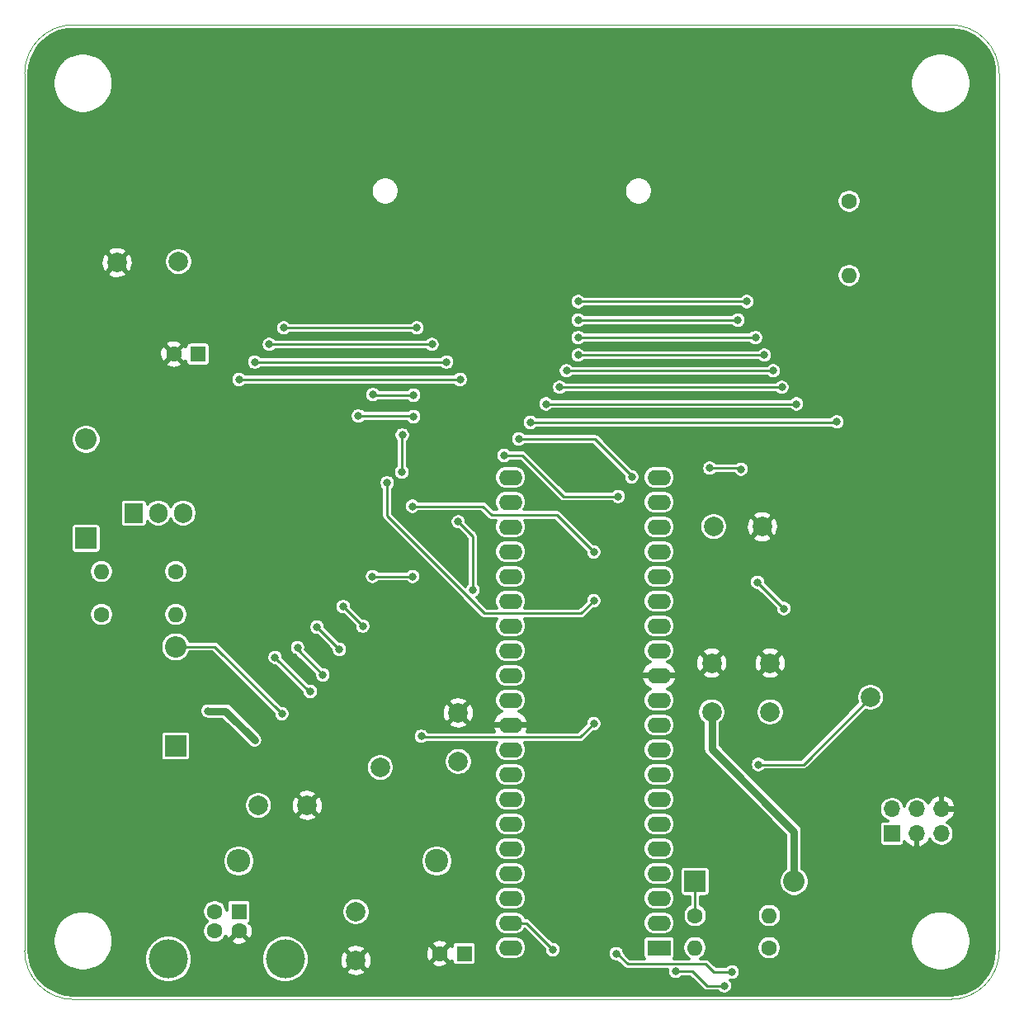
<source format=gbr>
%TF.GenerationSoftware,KiCad,Pcbnew,5.1.7-a382d34a8~87~ubuntu20.04.1*%
%TF.CreationDate,2020-10-04T21:46:04+03:00*%
%TF.ProjectId,GB-CARTPP-DIY,47422d43-4152-4545-9050-2d4449592e6b,v1.1*%
%TF.SameCoordinates,Original*%
%TF.FileFunction,Copper,L2,Bot*%
%TF.FilePolarity,Positive*%
%FSLAX46Y46*%
G04 Gerber Fmt 4.6, Leading zero omitted, Abs format (unit mm)*
G04 Created by KiCad (PCBNEW 5.1.7-a382d34a8~87~ubuntu20.04.1) date 2020-10-04 21:46:04*
%MOMM*%
%LPD*%
G01*
G04 APERTURE LIST*
%TA.AperFunction,Profile*%
%ADD10C,0.050000*%
%TD*%
%TA.AperFunction,ComponentPad*%
%ADD11O,2.200000X2.200000*%
%TD*%
%TA.AperFunction,ComponentPad*%
%ADD12R,2.200000X2.200000*%
%TD*%
%TA.AperFunction,ComponentPad*%
%ADD13C,2.000000*%
%TD*%
%TA.AperFunction,ComponentPad*%
%ADD14O,2.400000X2.400000*%
%TD*%
%TA.AperFunction,ComponentPad*%
%ADD15C,2.400000*%
%TD*%
%TA.AperFunction,ComponentPad*%
%ADD16O,2.400000X1.600000*%
%TD*%
%TA.AperFunction,ComponentPad*%
%ADD17R,2.400000X1.600000*%
%TD*%
%TA.AperFunction,ComponentPad*%
%ADD18O,1.600000X1.600000*%
%TD*%
%TA.AperFunction,ComponentPad*%
%ADD19C,1.600000*%
%TD*%
%TA.AperFunction,ComponentPad*%
%ADD20O,1.905000X2.000000*%
%TD*%
%TA.AperFunction,ComponentPad*%
%ADD21R,1.905000X2.000000*%
%TD*%
%TA.AperFunction,ComponentPad*%
%ADD22O,1.700000X1.700000*%
%TD*%
%TA.AperFunction,ComponentPad*%
%ADD23R,1.700000X1.700000*%
%TD*%
%TA.AperFunction,ComponentPad*%
%ADD24C,4.000000*%
%TD*%
%TA.AperFunction,ComponentPad*%
%ADD25R,1.600000X1.600000*%
%TD*%
%TA.AperFunction,ViaPad*%
%ADD26C,0.800000*%
%TD*%
%TA.AperFunction,Conductor*%
%ADD27C,0.800000*%
%TD*%
%TA.AperFunction,Conductor*%
%ADD28C,0.250000*%
%TD*%
%TA.AperFunction,Conductor*%
%ADD29C,0.300000*%
%TD*%
%TA.AperFunction,Conductor*%
%ADD30C,0.100000*%
%TD*%
G04 APERTURE END LIST*
D10*
X150000000Y-145000000D02*
G75*
G02*
X145000000Y-150000000I-5000000J0D01*
G01*
X55000000Y-150000000D02*
G75*
G02*
X50000000Y-145000000I0J5000000D01*
G01*
X50000000Y-55000000D02*
G75*
G02*
X55000000Y-50000000I5000000J0D01*
G01*
X145000000Y-50000000D02*
G75*
G02*
X150000000Y-55000000I0J-5000000D01*
G01*
X145000000Y-50000000D02*
X55000000Y-50000000D01*
X150000000Y-145000000D02*
X150000000Y-55000000D01*
X55000000Y-150000000D02*
X145000000Y-150000000D01*
X50000000Y-55000000D02*
X50000000Y-145000000D01*
D11*
%TO.P,D1,2*%
%TO.N,+5V*%
X128960000Y-137900000D03*
D12*
%TO.P,D1,1*%
%TO.N,Net-(D1-Pad1)*%
X118800000Y-137900000D03*
%TD*%
D11*
%TO.P,D2,2*%
%TO.N,/VCART_EN*%
X65500000Y-113840000D03*
D12*
%TO.P,D2,1*%
%TO.N,+5V*%
X65500000Y-124000000D03*
%TD*%
D11*
%TO.P,D3,2*%
%TO.N,Net-(C8-Pad1)*%
X56300000Y-92540000D03*
D12*
%TO.P,D3,1*%
%TO.N,Net-(D3-Pad1)*%
X56300000Y-102700000D03*
%TD*%
D13*
%TO.P,TP4,1*%
%TO.N,GND*%
X59500000Y-74400000D03*
%TD*%
D14*
%TO.P,FB1,2*%
%TO.N,Net-(C1-Pad1)*%
X71980000Y-135800000D03*
D15*
%TO.P,FB1,1*%
%TO.N,+5V*%
X92300000Y-135800000D03*
%TD*%
D13*
%TO.P,TP1,1*%
%TO.N,Net-(TP1-Pad1)*%
X136800000Y-119000000D03*
%TD*%
%TO.P,C3,2*%
%TO.N,GND*%
X84000000Y-146000000D03*
%TO.P,C3,1*%
%TO.N,+5V*%
X84000000Y-141000000D03*
%TD*%
%TO.P,C1,2*%
%TO.N,GND*%
X79000000Y-130100000D03*
%TO.P,C1,1*%
%TO.N,Net-(C1-Pad1)*%
X74000000Y-130100000D03*
%TD*%
D16*
%TO.P,U1,40*%
%TO.N,/D7*%
X99860000Y-144700000D03*
%TO.P,U1,20*%
%TO.N,/A1*%
X115100000Y-96440000D03*
%TO.P,U1,39*%
%TO.N,/D6*%
X99860000Y-142160000D03*
%TO.P,U1,19*%
%TO.N,/A0*%
X115100000Y-98980000D03*
%TO.P,U1,38*%
%TO.N,/D5*%
X99860000Y-139620000D03*
%TO.P,U1,18*%
%TO.N,Net-(C4-Pad1)*%
X115100000Y-101520000D03*
%TO.P,U1,37*%
%TO.N,/D4*%
X99860000Y-137080000D03*
%TO.P,U1,17*%
%TO.N,/~RD*%
X115100000Y-104060000D03*
%TO.P,U1,36*%
%TO.N,/D3*%
X99860000Y-134540000D03*
%TO.P,U1,16*%
%TO.N,/P31*%
X115100000Y-106600000D03*
%TO.P,U1,35*%
%TO.N,/D2*%
X99860000Y-132000000D03*
%TO.P,U1,15*%
%TO.N,/~CS*%
X115100000Y-109140000D03*
%TO.P,U1,34*%
%TO.N,/D1*%
X99860000Y-129460000D03*
%TO.P,U1,14*%
%TO.N,/A14*%
X115100000Y-111680000D03*
%TO.P,U1,33*%
%TO.N,/D0*%
X99860000Y-126920000D03*
%TO.P,U1,13*%
%TO.N,/A15*%
X115100000Y-114220000D03*
%TO.P,U1,32*%
%TO.N,+5V*%
X99860000Y-124380000D03*
%TO.P,U1,12*%
%TO.N,GND*%
X115100000Y-116760000D03*
%TO.P,U1,31*%
X99860000Y-121840000D03*
%TO.P,U1,11*%
%TO.N,+5V*%
X115100000Y-119300000D03*
%TO.P,U1,30*%
%TO.N,/A7*%
X99860000Y-119300000D03*
%TO.P,U1,10*%
%TO.N,/VCART_EN*%
X115100000Y-121840000D03*
%TO.P,U1,29*%
%TO.N,/A6*%
X99860000Y-116760000D03*
%TO.P,U1,9*%
%TO.N,Net-(TP1-Pad1)*%
X115100000Y-124380000D03*
%TO.P,U1,28*%
%TO.N,/A5*%
X99860000Y-114220000D03*
%TO.P,U1,8*%
%TO.N,/~RES*%
X115100000Y-126920000D03*
%TO.P,U1,27*%
%TO.N,/A4*%
X99860000Y-111680000D03*
%TO.P,U1,7*%
%TO.N,/A13*%
X115100000Y-129460000D03*
%TO.P,U1,26*%
%TO.N,/~WR*%
X99860000Y-109140000D03*
%TO.P,U1,6*%
%TO.N,/A12*%
X115100000Y-132000000D03*
%TO.P,U1,25*%
%TO.N,/PHI*%
X99860000Y-106600000D03*
%TO.P,U1,5*%
%TO.N,/A11*%
X115100000Y-134540000D03*
%TO.P,U1,24*%
%TO.N,/USB_P*%
X99860000Y-104060000D03*
%TO.P,U1,4*%
%TO.N,/A10*%
X115100000Y-137080000D03*
%TO.P,U1,23*%
%TO.N,/USB_N*%
X99860000Y-101520000D03*
%TO.P,U1,3*%
%TO.N,/A9*%
X115100000Y-139620000D03*
%TO.P,U1,22*%
%TO.N,/A3*%
X99860000Y-98980000D03*
%TO.P,U1,2*%
%TO.N,/A8*%
X115100000Y-142160000D03*
%TO.P,U1,21*%
%TO.N,/A2*%
X99860000Y-96440000D03*
D17*
%TO.P,U1,1*%
%TO.N,Net-(R1-Pad2)*%
X115100000Y-144700000D03*
%TD*%
D13*
%TO.P,TP3,1*%
%TO.N,Net-(C8-Pad1)*%
X65800000Y-74300000D03*
%TD*%
%TO.P,TP2,1*%
%TO.N,+5V*%
X86500000Y-126200000D03*
%TD*%
D18*
%TO.P,R2,2*%
%TO.N,/ICVPP*%
X126420000Y-141400000D03*
D19*
%TO.P,R2,1*%
%TO.N,Net-(D1-Pad1)*%
X118800000Y-141400000D03*
%TD*%
D18*
%TO.P,R5,2*%
%TO.N,/~RES*%
X134600000Y-75720000D03*
D19*
%TO.P,R5,1*%
%TO.N,Net-(C8-Pad1)*%
X134600000Y-68100000D03*
%TD*%
D18*
%TO.P,R4,2*%
%TO.N,Net-(D3-Pad1)*%
X57880000Y-106100000D03*
D19*
%TO.P,R4,1*%
%TO.N,+5V*%
X65500000Y-106100000D03*
%TD*%
D18*
%TO.P,R3,2*%
%TO.N,/VCART_EN*%
X65520000Y-110500000D03*
D19*
%TO.P,R3,1*%
%TO.N,Net-(D3-Pad1)*%
X57900000Y-110500000D03*
%TD*%
D18*
%TO.P,R1,2*%
%TO.N,Net-(R1-Pad2)*%
X118780000Y-144700000D03*
D19*
%TO.P,R1,1*%
%TO.N,/ICVPP*%
X126400000Y-144700000D03*
%TD*%
D20*
%TO.P,Q1,3*%
%TO.N,+5V*%
X66280000Y-100100000D03*
%TO.P,Q1,2*%
%TO.N,Net-(C8-Pad1)*%
X63740000Y-100100000D03*
D21*
%TO.P,Q1,1*%
%TO.N,Net-(D3-Pad1)*%
X61200000Y-100100000D03*
%TD*%
D22*
%TO.P,J2,6*%
%TO.N,GND*%
X144080000Y-130460000D03*
%TO.P,J2,5*%
%TO.N,/D6*%
X144080000Y-133000000D03*
%TO.P,J2,4*%
%TO.N,/D7*%
X141540000Y-130460000D03*
%TO.P,J2,3*%
%TO.N,GND*%
X141540000Y-133000000D03*
%TO.P,J2,2*%
%TO.N,+5V*%
X139000000Y-130460000D03*
D23*
%TO.P,J2,1*%
%TO.N,/ICVPP*%
X139000000Y-133000000D03*
%TD*%
D24*
%TO.P,J1,5*%
%TO.N,/SHIELD*%
X76750000Y-145860000D03*
X64750000Y-145860000D03*
D19*
%TO.P,J1,4*%
%TO.N,GND*%
X72000000Y-143000000D03*
%TO.P,J1,3*%
%TO.N,/USB_P*%
X69500000Y-143000000D03*
%TO.P,J1,2*%
%TO.N,/USB_N*%
X69500000Y-141000000D03*
D25*
%TO.P,J1,1*%
%TO.N,Net-(C1-Pad1)*%
X72000000Y-141000000D03*
%TD*%
D19*
%TO.P,C8,2*%
%TO.N,GND*%
X65300000Y-83800000D03*
D25*
%TO.P,C8,1*%
%TO.N,Net-(C8-Pad1)*%
X67800000Y-83800000D03*
%TD*%
D13*
%TO.P,C7,2*%
%TO.N,GND*%
X120500000Y-115500000D03*
%TO.P,C7,1*%
%TO.N,+5V*%
X120500000Y-120500000D03*
%TD*%
%TO.P,C6,2*%
%TO.N,GND*%
X94500000Y-120600000D03*
%TO.P,C6,1*%
%TO.N,+5V*%
X94500000Y-125600000D03*
%TD*%
%TO.P,C5,2*%
%TO.N,GND*%
X126500000Y-115500000D03*
%TO.P,C5,1*%
%TO.N,+5V*%
X126500000Y-120500000D03*
%TD*%
%TO.P,C4,2*%
%TO.N,GND*%
X125700000Y-101500000D03*
%TO.P,C4,1*%
%TO.N,Net-(C4-Pad1)*%
X120700000Y-101500000D03*
%TD*%
D19*
%TO.P,C2,2*%
%TO.N,GND*%
X92600000Y-145300000D03*
D25*
%TO.P,C2,1*%
%TO.N,+5V*%
X95100000Y-145300000D03*
%TD*%
D26*
%TO.N,GND*%
X123300000Y-77300000D03*
X123200000Y-73400000D03*
X87000000Y-52800000D03*
X113000000Y-52800000D03*
X146800000Y-123600000D03*
X140500000Y-104000000D03*
X143800000Y-78600000D03*
X132500000Y-56000000D03*
X65000000Y-60000000D03*
X56800000Y-76900000D03*
X58000000Y-119300000D03*
X54300000Y-134800000D03*
X89800000Y-132500000D03*
X96700000Y-137600000D03*
X110400000Y-141100000D03*
X110600000Y-126400000D03*
X110100000Y-114800000D03*
X111000000Y-101400000D03*
X110700000Y-106500000D03*
X121300000Y-133200000D03*
X119800000Y-130600000D03*
X120300000Y-128200000D03*
X117600000Y-125700000D03*
X128300000Y-111800000D03*
X96400000Y-89700000D03*
X85300000Y-92600000D03*
X91400000Y-94000000D03*
X93900000Y-104700000D03*
X85100000Y-120600000D03*
X70400000Y-92100000D03*
X60300000Y-95100000D03*
X91700000Y-59700000D03*
X110500000Y-60200000D03*
X107000000Y-66900000D03*
X81700000Y-71600000D03*
X117600000Y-71700000D03*
X127600000Y-78800000D03*
X80100000Y-139800000D03*
X66500000Y-136000000D03*
X71700000Y-125400000D03*
X88900000Y-109200000D03*
X81500000Y-105200000D03*
X78900000Y-108100000D03*
X76600000Y-110100000D03*
X74300000Y-111800000D03*
X85600000Y-103000000D03*
X82900000Y-97500000D03*
X88800000Y-97800000D03*
X118000000Y-93500000D03*
X121000000Y-108700000D03*
X71500000Y-118500000D03*
%TO.N,+5V*%
X73600000Y-123400000D03*
X68800000Y-120400000D03*
%TO.N,/D6*%
X122600000Y-147200000D03*
X110700000Y-145300000D03*
X104200000Y-144900000D03*
%TO.N,/D7*%
X121800000Y-148600000D03*
X116800000Y-147100000D03*
%TO.N,/~RES*%
X120300000Y-95500000D03*
X123500000Y-95600000D03*
X127900000Y-109900000D03*
X125200000Y-107200000D03*
%TO.N,/A15*%
X106800000Y-78400000D03*
X124100000Y-78400000D03*
%TO.N,/A14*%
X123200000Y-80300000D03*
X106800000Y-80300000D03*
%TO.N,/A13*%
X106800000Y-82100000D03*
X124999992Y-82100000D03*
%TO.N,/A12*%
X106800000Y-83900000D03*
X125900016Y-83900000D03*
%TO.N,/A11*%
X126799976Y-85499960D03*
X105600000Y-85500000D03*
%TO.N,/A10*%
X104900000Y-87200000D03*
X127699994Y-87199994D03*
%TO.N,/A9*%
X129200000Y-88900000D03*
X103500000Y-88899992D03*
%TO.N,/A8*%
X101900000Y-90800000D03*
X133350000Y-90750000D03*
%TO.N,/A7*%
X75700000Y-114900000D03*
X79300000Y-118400000D03*
X94700000Y-86400000D03*
X72000000Y-86400000D03*
%TO.N,/A6*%
X80600002Y-116700000D03*
X78000000Y-113900000D03*
X93300000Y-84600000D03*
X73600000Y-84600000D03*
%TO.N,/A5*%
X82300000Y-114100006D03*
X80000000Y-111800000D03*
X91800000Y-82800000D03*
X75100000Y-82800000D03*
%TO.N,/A4*%
X84700000Y-111700000D03*
X82700000Y-109700004D03*
X90250000Y-81100000D03*
X76600000Y-81100000D03*
%TO.N,/A3*%
X88700000Y-95899998D03*
X88750000Y-92100000D03*
%TO.N,/A1*%
X112300000Y-96400000D03*
X100700000Y-92500000D03*
X89900000Y-88000000D03*
X85750000Y-87949996D03*
%TO.N,/A0*%
X110900000Y-98400000D03*
X99200000Y-94200000D03*
X84250000Y-90150002D03*
X89900000Y-90200000D03*
%TO.N,/~CS*%
X108400000Y-109100000D03*
X87200000Y-97000000D03*
%TO.N,/~RD*%
X108400000Y-104100000D03*
X89800000Y-99400000D03*
%TO.N,/~WR*%
X96000000Y-108000000D03*
X94500000Y-101000000D03*
%TO.N,/PHI*%
X89800000Y-106600000D03*
X85700014Y-106600000D03*
%TO.N,/VCART_EN*%
X108400000Y-121700000D03*
X90700000Y-123000000D03*
X76400000Y-120700000D03*
%TO.N,Net-(TP1-Pad1)*%
X125300000Y-125900000D03*
%TD*%
D27*
%TO.N,+5V*%
X73600000Y-123400000D02*
X70600000Y-120400000D01*
X70600000Y-120400000D02*
X68800000Y-120400000D01*
X128960000Y-132760000D02*
X128960000Y-137900000D01*
X120500000Y-124300000D02*
X128960000Y-132760000D01*
X120500000Y-120500000D02*
X120500000Y-124300000D01*
D28*
%TO.N,Net-(D1-Pad1)*%
X118800000Y-141400000D02*
X118800000Y-137900000D01*
%TO.N,/D6*%
X122600000Y-147200000D02*
X120700000Y-147200000D01*
X119874999Y-146374999D02*
X111874999Y-146374999D01*
X120700000Y-147200000D02*
X119874999Y-146374999D01*
X110800000Y-145300000D02*
X110700000Y-145300000D01*
X111874999Y-146374999D02*
X110800000Y-145300000D01*
X101460000Y-142160000D02*
X99860000Y-142160000D01*
X104200000Y-144900000D02*
X101460000Y-142160000D01*
%TO.N,/D7*%
X120000000Y-148600000D02*
X121800000Y-148600000D01*
X118500000Y-147100000D02*
X120000000Y-148600000D01*
X116800000Y-147100000D02*
X118500000Y-147100000D01*
%TO.N,/~RES*%
X120300000Y-95500000D02*
X123400000Y-95500000D01*
X123400000Y-95500000D02*
X123500000Y-95600000D01*
X127900000Y-109900000D02*
X125200000Y-107200000D01*
%TO.N,/A15*%
X106800000Y-78400000D02*
X124000000Y-78400000D01*
X124000000Y-78400000D02*
X124100000Y-78400000D01*
%TO.N,/A14*%
X123200000Y-80300000D02*
X106800000Y-80300000D01*
%TO.N,/A13*%
X106800000Y-82100000D02*
X124999992Y-82100000D01*
%TO.N,/A12*%
X106800000Y-83900000D02*
X125900016Y-83900000D01*
%TO.N,/A11*%
X126799976Y-85499960D02*
X105600040Y-85499960D01*
X105600040Y-85499960D02*
X105600000Y-85500000D01*
%TO.N,/A10*%
X127699988Y-87200000D02*
X127699994Y-87199994D01*
X104900000Y-87200000D02*
X127699988Y-87200000D01*
%TO.N,/A9*%
X115100000Y-139620000D02*
X115280000Y-139800000D01*
X129200000Y-88900000D02*
X103500008Y-88900000D01*
X103500008Y-88900000D02*
X103500000Y-88899992D01*
%TO.N,/A8*%
X133300000Y-90800000D02*
X133350000Y-90750000D01*
X101900000Y-90800000D02*
X133300000Y-90800000D01*
%TO.N,/A7*%
X75700000Y-114900000D02*
X79200000Y-118400000D01*
X79200000Y-118400000D02*
X79300000Y-118400000D01*
X94700000Y-86400000D02*
X72000000Y-86400000D01*
%TO.N,/A6*%
X78000000Y-114099998D02*
X78000000Y-113900000D01*
X80600002Y-116700000D02*
X78000000Y-114099998D01*
X93300000Y-84600000D02*
X73600000Y-84600000D01*
%TO.N,/A5*%
X82300000Y-114100006D02*
X80000000Y-111800006D01*
X80000000Y-111800006D02*
X80000000Y-111800000D01*
X91800000Y-82800000D02*
X75300000Y-82800000D01*
X75300000Y-82800000D02*
X75100000Y-82800000D01*
%TO.N,/A4*%
X84700000Y-111700000D02*
X82700004Y-109700004D01*
X82700004Y-109700004D02*
X82700000Y-109700004D01*
X90250000Y-81100000D02*
X76900000Y-81100000D01*
X76900000Y-81100000D02*
X76600000Y-81100000D01*
%TO.N,/A3*%
X88700000Y-92150000D02*
X88750000Y-92100000D01*
X88700000Y-95899998D02*
X88700000Y-92150000D01*
%TO.N,/A1*%
X108500000Y-92500000D02*
X100700000Y-92500000D01*
X112300000Y-96300000D02*
X108500000Y-92500000D01*
X112300000Y-96400000D02*
X112300000Y-96300000D01*
X89900000Y-88000000D02*
X85800004Y-88000000D01*
X85800004Y-88000000D02*
X85750000Y-87949996D01*
%TO.N,/A0*%
X101100000Y-94200000D02*
X99200000Y-94200000D01*
X105300000Y-98400000D02*
X101100000Y-94200000D01*
X110900000Y-98400000D02*
X105300000Y-98400000D01*
X89850002Y-90150002D02*
X89900000Y-90200000D01*
X84250000Y-90150002D02*
X89850002Y-90150002D01*
%TO.N,/~CS*%
X87200000Y-100400000D02*
X87200000Y-97000000D01*
X107100000Y-110400000D02*
X97200000Y-110400000D01*
X108400000Y-109100000D02*
X107100000Y-110400000D01*
X97200000Y-110400000D02*
X87200000Y-100400000D01*
%TO.N,/~RD*%
X108400000Y-104100000D02*
X104600000Y-100300000D01*
X104600000Y-100300000D02*
X97900000Y-100300000D01*
X97900000Y-100300000D02*
X97000000Y-99400000D01*
X97000000Y-99400000D02*
X89800000Y-99400000D01*
%TO.N,/~WR*%
X96000000Y-108000000D02*
X96000000Y-102500000D01*
X96000000Y-102500000D02*
X94500000Y-101000000D01*
%TO.N,/PHI*%
X89800000Y-106600000D02*
X85700014Y-106600000D01*
%TO.N,/VCART_EN*%
X90700000Y-123100000D02*
X90700000Y-123000000D01*
X107000000Y-123100000D02*
X90700000Y-123100000D01*
X108400000Y-121700000D02*
X107000000Y-123100000D01*
X65540000Y-113800000D02*
X65500000Y-113840000D01*
X69500000Y-113800000D02*
X65540000Y-113800000D01*
X76400000Y-120700000D02*
X69500000Y-113800000D01*
%TO.N,Net-(TP1-Pad1)*%
X129900000Y-125900000D02*
X136800000Y-119000000D01*
X125300000Y-125900000D02*
X129900000Y-125900000D01*
%TD*%
D29*
%TO.N,GND*%
X145800970Y-50548372D02*
X146576631Y-50760569D01*
X147302451Y-51106767D01*
X147955494Y-51576027D01*
X148515119Y-52153514D01*
X148963632Y-52820973D01*
X149286862Y-53557310D01*
X149475468Y-54342909D01*
X149525001Y-55017426D01*
X149525000Y-144978840D01*
X149451626Y-145800977D01*
X149239431Y-146576631D01*
X148893233Y-147302451D01*
X148423973Y-147955494D01*
X147846486Y-148515119D01*
X147179023Y-148963634D01*
X146442687Y-149286863D01*
X145657091Y-149475468D01*
X144982588Y-149525000D01*
X55021160Y-149525000D01*
X54199023Y-149451626D01*
X53423369Y-149239431D01*
X52697549Y-148893233D01*
X52044506Y-148423973D01*
X51484881Y-147846486D01*
X51036366Y-147179023D01*
X50713137Y-146442687D01*
X50524532Y-145657091D01*
X50475000Y-144982588D01*
X50475000Y-143694677D01*
X52900000Y-143694677D01*
X52900000Y-144305323D01*
X53019131Y-144904237D01*
X53252815Y-145468401D01*
X53592072Y-145976135D01*
X54023865Y-146407928D01*
X54531599Y-146747185D01*
X55095763Y-146980869D01*
X55694677Y-147100000D01*
X56305323Y-147100000D01*
X56904237Y-146980869D01*
X57468401Y-146747185D01*
X57976135Y-146407928D01*
X58407928Y-145976135D01*
X58646761Y-145618696D01*
X62300000Y-145618696D01*
X62300000Y-146101304D01*
X62394152Y-146574639D01*
X62578838Y-147020510D01*
X62846960Y-147421784D01*
X63188216Y-147763040D01*
X63589490Y-148031162D01*
X64035361Y-148215848D01*
X64508696Y-148310000D01*
X64991304Y-148310000D01*
X65464639Y-148215848D01*
X65910510Y-148031162D01*
X66311784Y-147763040D01*
X66653040Y-147421784D01*
X66921162Y-147020510D01*
X67105848Y-146574639D01*
X67200000Y-146101304D01*
X67200000Y-145618696D01*
X74300000Y-145618696D01*
X74300000Y-146101304D01*
X74394152Y-146574639D01*
X74578838Y-147020510D01*
X74846960Y-147421784D01*
X75188216Y-147763040D01*
X75589490Y-148031162D01*
X76035361Y-148215848D01*
X76508696Y-148310000D01*
X76991304Y-148310000D01*
X77464639Y-148215848D01*
X77910510Y-148031162D01*
X78311784Y-147763040D01*
X78653040Y-147421784D01*
X78846181Y-147132726D01*
X83014353Y-147132726D01*
X83106785Y-147406341D01*
X83398311Y-147553577D01*
X83712960Y-147641109D01*
X84038640Y-147665574D01*
X84362835Y-147626032D01*
X84673086Y-147524002D01*
X84893215Y-147406341D01*
X84985647Y-147132726D01*
X84000000Y-146147078D01*
X83014353Y-147132726D01*
X78846181Y-147132726D01*
X78921162Y-147020510D01*
X79105848Y-146574639D01*
X79200000Y-146101304D01*
X79200000Y-146038640D01*
X82334426Y-146038640D01*
X82373968Y-146362835D01*
X82475998Y-146673086D01*
X82593659Y-146893215D01*
X82867274Y-146985647D01*
X83852922Y-146000000D01*
X84147078Y-146000000D01*
X85132726Y-146985647D01*
X85406341Y-146893215D01*
X85553577Y-146601689D01*
X85640222Y-146290225D01*
X91756853Y-146290225D01*
X91825173Y-146543394D01*
X92082635Y-146670664D01*
X92359980Y-146745260D01*
X92646547Y-146764315D01*
X92931327Y-146727098D01*
X93203374Y-146635038D01*
X93374827Y-146543394D01*
X93443147Y-146290225D01*
X92600000Y-145447078D01*
X91756853Y-146290225D01*
X85640222Y-146290225D01*
X85641109Y-146287040D01*
X85665574Y-145961360D01*
X85626032Y-145637165D01*
X85530459Y-145346547D01*
X91135685Y-145346547D01*
X91172902Y-145631327D01*
X91264962Y-145903374D01*
X91356606Y-146074827D01*
X91609775Y-146143147D01*
X92452922Y-145300000D01*
X92747078Y-145300000D01*
X93590225Y-146143147D01*
X93843394Y-146074827D01*
X93847823Y-146065867D01*
X93847823Y-146100000D01*
X93856511Y-146188215D01*
X93882243Y-146273041D01*
X93924029Y-146351216D01*
X93980263Y-146419737D01*
X94048784Y-146475971D01*
X94126959Y-146517757D01*
X94211785Y-146543489D01*
X94300000Y-146552177D01*
X95900000Y-146552177D01*
X95988215Y-146543489D01*
X96073041Y-146517757D01*
X96151216Y-146475971D01*
X96219737Y-146419737D01*
X96275971Y-146351216D01*
X96317757Y-146273041D01*
X96343489Y-146188215D01*
X96352177Y-146100000D01*
X96352177Y-144700000D01*
X98203952Y-144700000D01*
X98228087Y-144945043D01*
X98299563Y-145180669D01*
X98415634Y-145397823D01*
X98571840Y-145588160D01*
X98762177Y-145744366D01*
X98979331Y-145860437D01*
X99214957Y-145931913D01*
X99398595Y-145950000D01*
X100321405Y-145950000D01*
X100505043Y-145931913D01*
X100740669Y-145860437D01*
X100957823Y-145744366D01*
X101148160Y-145588160D01*
X101304366Y-145397823D01*
X101420437Y-145180669D01*
X101491913Y-144945043D01*
X101516048Y-144700000D01*
X101491913Y-144454957D01*
X101420437Y-144219331D01*
X101304366Y-144002177D01*
X101148160Y-143811840D01*
X100957823Y-143655634D01*
X100740669Y-143539563D01*
X100505043Y-143468087D01*
X100321405Y-143450000D01*
X99398595Y-143450000D01*
X99214957Y-143468087D01*
X98979331Y-143539563D01*
X98762177Y-143655634D01*
X98571840Y-143811840D01*
X98415634Y-144002177D01*
X98299563Y-144219331D01*
X98228087Y-144454957D01*
X98203952Y-144700000D01*
X96352177Y-144700000D01*
X96352177Y-144500000D01*
X96343489Y-144411785D01*
X96317757Y-144326959D01*
X96275971Y-144248784D01*
X96219737Y-144180263D01*
X96151216Y-144124029D01*
X96073041Y-144082243D01*
X95988215Y-144056511D01*
X95900000Y-144047823D01*
X94300000Y-144047823D01*
X94211785Y-144056511D01*
X94126959Y-144082243D01*
X94048784Y-144124029D01*
X93980263Y-144180263D01*
X93924029Y-144248784D01*
X93882243Y-144326959D01*
X93856511Y-144411785D01*
X93847823Y-144500000D01*
X93847823Y-144533459D01*
X93843394Y-144525173D01*
X93590225Y-144456853D01*
X92747078Y-145300000D01*
X92452922Y-145300000D01*
X91609775Y-144456853D01*
X91356606Y-144525173D01*
X91229336Y-144782635D01*
X91154740Y-145059980D01*
X91135685Y-145346547D01*
X85530459Y-145346547D01*
X85524002Y-145326914D01*
X85406341Y-145106785D01*
X85132726Y-145014353D01*
X84147078Y-146000000D01*
X83852922Y-146000000D01*
X82867274Y-145014353D01*
X82593659Y-145106785D01*
X82446423Y-145398311D01*
X82358891Y-145712960D01*
X82334426Y-146038640D01*
X79200000Y-146038640D01*
X79200000Y-145618696D01*
X79105848Y-145145361D01*
X78990661Y-144867274D01*
X83014353Y-144867274D01*
X84000000Y-145852922D01*
X84985647Y-144867274D01*
X84893215Y-144593659D01*
X84601689Y-144446423D01*
X84287040Y-144358891D01*
X83961360Y-144334426D01*
X83637165Y-144373968D01*
X83326914Y-144475998D01*
X83106785Y-144593659D01*
X83014353Y-144867274D01*
X78990661Y-144867274D01*
X78921162Y-144699490D01*
X78660764Y-144309775D01*
X91756853Y-144309775D01*
X92600000Y-145152922D01*
X93443147Y-144309775D01*
X93374827Y-144056606D01*
X93117365Y-143929336D01*
X92840020Y-143854740D01*
X92553453Y-143835685D01*
X92268673Y-143872902D01*
X91996626Y-143964962D01*
X91825173Y-144056606D01*
X91756853Y-144309775D01*
X78660764Y-144309775D01*
X78653040Y-144298216D01*
X78311784Y-143956960D01*
X77910510Y-143688838D01*
X77464639Y-143504152D01*
X76991304Y-143410000D01*
X76508696Y-143410000D01*
X76035361Y-143504152D01*
X75589490Y-143688838D01*
X75188216Y-143956960D01*
X74846960Y-144298216D01*
X74578838Y-144699490D01*
X74394152Y-145145361D01*
X74300000Y-145618696D01*
X67200000Y-145618696D01*
X67105848Y-145145361D01*
X66921162Y-144699490D01*
X66653040Y-144298216D01*
X66311784Y-143956960D01*
X65910510Y-143688838D01*
X65464639Y-143504152D01*
X64991304Y-143410000D01*
X64508696Y-143410000D01*
X64035361Y-143504152D01*
X63589490Y-143688838D01*
X63188216Y-143956960D01*
X62846960Y-144298216D01*
X62578838Y-144699490D01*
X62394152Y-145145361D01*
X62300000Y-145618696D01*
X58646761Y-145618696D01*
X58747185Y-145468401D01*
X58980869Y-144904237D01*
X59100000Y-144305323D01*
X59100000Y-143694677D01*
X58980869Y-143095763D01*
X58747185Y-142531599D01*
X58407928Y-142023865D01*
X57976135Y-141592072D01*
X57468401Y-141252815D01*
X56904237Y-141019131D01*
X56305323Y-140900000D01*
X55694677Y-140900000D01*
X55095763Y-141019131D01*
X54531599Y-141252815D01*
X54023865Y-141592072D01*
X53592072Y-142023865D01*
X53252815Y-142531599D01*
X53019131Y-143095763D01*
X52900000Y-143694677D01*
X50475000Y-143694677D01*
X50475000Y-140876886D01*
X68250000Y-140876886D01*
X68250000Y-141123114D01*
X68298037Y-141364611D01*
X68392265Y-141592097D01*
X68529062Y-141796828D01*
X68703172Y-141970938D01*
X68746666Y-142000000D01*
X68703172Y-142029062D01*
X68529062Y-142203172D01*
X68392265Y-142407903D01*
X68298037Y-142635389D01*
X68250000Y-142876886D01*
X68250000Y-143123114D01*
X68298037Y-143364611D01*
X68392265Y-143592097D01*
X68529062Y-143796828D01*
X68703172Y-143970938D01*
X68907903Y-144107735D01*
X69135389Y-144201963D01*
X69376886Y-144250000D01*
X69623114Y-144250000D01*
X69864611Y-144201963D01*
X70092097Y-144107735D01*
X70267962Y-143990225D01*
X71156853Y-143990225D01*
X71225173Y-144243394D01*
X71482635Y-144370664D01*
X71759980Y-144445260D01*
X72046547Y-144464315D01*
X72331327Y-144427098D01*
X72603374Y-144335038D01*
X72774827Y-144243394D01*
X72843147Y-143990225D01*
X72000000Y-143147078D01*
X71156853Y-143990225D01*
X70267962Y-143990225D01*
X70296828Y-143970938D01*
X70470938Y-143796828D01*
X70607735Y-143592097D01*
X70637131Y-143521130D01*
X70664962Y-143603374D01*
X70756606Y-143774827D01*
X71009775Y-143843147D01*
X71852922Y-143000000D01*
X71838780Y-142985858D01*
X71985858Y-142838780D01*
X72000000Y-142852922D01*
X72014143Y-142838780D01*
X72161221Y-142985858D01*
X72147078Y-143000000D01*
X72990225Y-143843147D01*
X73243394Y-143774827D01*
X73370664Y-143517365D01*
X73445260Y-143240020D01*
X73464315Y-142953453D01*
X73427098Y-142668673D01*
X73335038Y-142396626D01*
X73243394Y-142225173D01*
X73053654Y-142173970D01*
X73119737Y-142119737D01*
X73175971Y-142051216D01*
X73217757Y-141973041D01*
X73243489Y-141888215D01*
X73252177Y-141800000D01*
X73252177Y-140857187D01*
X82550000Y-140857187D01*
X82550000Y-141142813D01*
X82605723Y-141422949D01*
X82715027Y-141686833D01*
X82873711Y-141924321D01*
X83075679Y-142126289D01*
X83313167Y-142284973D01*
X83577051Y-142394277D01*
X83857187Y-142450000D01*
X84142813Y-142450000D01*
X84422949Y-142394277D01*
X84686833Y-142284973D01*
X84873868Y-142160000D01*
X98203952Y-142160000D01*
X98228087Y-142405043D01*
X98299563Y-142640669D01*
X98415634Y-142857823D01*
X98571840Y-143048160D01*
X98762177Y-143204366D01*
X98979331Y-143320437D01*
X99214957Y-143391913D01*
X99398595Y-143410000D01*
X100321405Y-143410000D01*
X100505043Y-143391913D01*
X100740669Y-143320437D01*
X100957823Y-143204366D01*
X101148160Y-143048160D01*
X101304366Y-142857823D01*
X101318398Y-142831570D01*
X103350000Y-144863173D01*
X103350000Y-144983718D01*
X103382665Y-145147936D01*
X103446740Y-145302626D01*
X103539762Y-145441844D01*
X103658156Y-145560238D01*
X103797374Y-145653260D01*
X103952064Y-145717335D01*
X104116282Y-145750000D01*
X104283718Y-145750000D01*
X104447936Y-145717335D01*
X104602626Y-145653260D01*
X104741844Y-145560238D01*
X104860238Y-145441844D01*
X104953260Y-145302626D01*
X104989025Y-145216282D01*
X109850000Y-145216282D01*
X109850000Y-145383718D01*
X109882665Y-145547936D01*
X109946740Y-145702626D01*
X110039762Y-145841844D01*
X110158156Y-145960238D01*
X110297374Y-146053260D01*
X110452064Y-146117335D01*
X110616282Y-146150000D01*
X110783718Y-146150000D01*
X110828016Y-146141189D01*
X111448438Y-146761611D01*
X111466445Y-146783553D01*
X111488385Y-146801558D01*
X111554000Y-146855407D01*
X111624734Y-146893215D01*
X111653891Y-146908800D01*
X111762279Y-146941679D01*
X111846753Y-146949999D01*
X111846755Y-146949999D01*
X111874998Y-146952781D01*
X111903241Y-146949999D01*
X115963185Y-146949999D01*
X115950000Y-147016282D01*
X115950000Y-147183718D01*
X115982665Y-147347936D01*
X116046740Y-147502626D01*
X116139762Y-147641844D01*
X116258156Y-147760238D01*
X116397374Y-147853260D01*
X116552064Y-147917335D01*
X116716282Y-147950000D01*
X116883718Y-147950000D01*
X117047936Y-147917335D01*
X117202626Y-147853260D01*
X117341844Y-147760238D01*
X117427082Y-147675000D01*
X118261828Y-147675000D01*
X119573439Y-148986612D01*
X119591446Y-149008554D01*
X119613386Y-149026559D01*
X119679001Y-149080408D01*
X119739572Y-149112784D01*
X119778892Y-149133801D01*
X119887280Y-149166680D01*
X119971754Y-149175000D01*
X119971756Y-149175000D01*
X119999999Y-149177782D01*
X120028242Y-149175000D01*
X121172918Y-149175000D01*
X121258156Y-149260238D01*
X121397374Y-149353260D01*
X121552064Y-149417335D01*
X121716282Y-149450000D01*
X121883718Y-149450000D01*
X122047936Y-149417335D01*
X122202626Y-149353260D01*
X122341844Y-149260238D01*
X122460238Y-149141844D01*
X122553260Y-149002626D01*
X122617335Y-148847936D01*
X122650000Y-148683718D01*
X122650000Y-148516282D01*
X122617335Y-148352064D01*
X122553260Y-148197374D01*
X122460238Y-148058156D01*
X122436141Y-148034059D01*
X122516282Y-148050000D01*
X122683718Y-148050000D01*
X122847936Y-148017335D01*
X123002626Y-147953260D01*
X123141844Y-147860238D01*
X123260238Y-147741844D01*
X123353260Y-147602626D01*
X123417335Y-147447936D01*
X123450000Y-147283718D01*
X123450000Y-147116282D01*
X123417335Y-146952064D01*
X123353260Y-146797374D01*
X123260238Y-146658156D01*
X123141844Y-146539762D01*
X123002626Y-146446740D01*
X122847936Y-146382665D01*
X122683718Y-146350000D01*
X122516282Y-146350000D01*
X122352064Y-146382665D01*
X122197374Y-146446740D01*
X122058156Y-146539762D01*
X121972918Y-146625000D01*
X120938173Y-146625000D01*
X120301564Y-145988392D01*
X120283553Y-145966445D01*
X120195997Y-145894591D01*
X120096107Y-145841198D01*
X119987719Y-145808319D01*
X119903245Y-145799999D01*
X119903242Y-145799999D01*
X119874999Y-145797217D01*
X119846756Y-145799999D01*
X119383675Y-145799999D01*
X119576828Y-145670938D01*
X119750938Y-145496828D01*
X119887735Y-145292097D01*
X119981963Y-145064611D01*
X120030000Y-144823114D01*
X120030000Y-144576886D01*
X125150000Y-144576886D01*
X125150000Y-144823114D01*
X125198037Y-145064611D01*
X125292265Y-145292097D01*
X125429062Y-145496828D01*
X125603172Y-145670938D01*
X125807903Y-145807735D01*
X126035389Y-145901963D01*
X126276886Y-145950000D01*
X126523114Y-145950000D01*
X126764611Y-145901963D01*
X126992097Y-145807735D01*
X127196828Y-145670938D01*
X127370938Y-145496828D01*
X127507735Y-145292097D01*
X127601963Y-145064611D01*
X127650000Y-144823114D01*
X127650000Y-144576886D01*
X127601963Y-144335389D01*
X127507735Y-144107903D01*
X127370938Y-143903172D01*
X127196828Y-143729062D01*
X127145368Y-143694677D01*
X140900000Y-143694677D01*
X140900000Y-144305323D01*
X141019131Y-144904237D01*
X141252815Y-145468401D01*
X141592072Y-145976135D01*
X142023865Y-146407928D01*
X142531599Y-146747185D01*
X143095763Y-146980869D01*
X143694677Y-147100000D01*
X144305323Y-147100000D01*
X144904237Y-146980869D01*
X145468401Y-146747185D01*
X145976135Y-146407928D01*
X146407928Y-145976135D01*
X146747185Y-145468401D01*
X146980869Y-144904237D01*
X147100000Y-144305323D01*
X147100000Y-143694677D01*
X146980869Y-143095763D01*
X146747185Y-142531599D01*
X146407928Y-142023865D01*
X145976135Y-141592072D01*
X145468401Y-141252815D01*
X144904237Y-141019131D01*
X144305323Y-140900000D01*
X143694677Y-140900000D01*
X143095763Y-141019131D01*
X142531599Y-141252815D01*
X142023865Y-141592072D01*
X141592072Y-142023865D01*
X141252815Y-142531599D01*
X141019131Y-143095763D01*
X140900000Y-143694677D01*
X127145368Y-143694677D01*
X126992097Y-143592265D01*
X126764611Y-143498037D01*
X126523114Y-143450000D01*
X126276886Y-143450000D01*
X126035389Y-143498037D01*
X125807903Y-143592265D01*
X125603172Y-143729062D01*
X125429062Y-143903172D01*
X125292265Y-144107903D01*
X125198037Y-144335389D01*
X125150000Y-144576886D01*
X120030000Y-144576886D01*
X119981963Y-144335389D01*
X119887735Y-144107903D01*
X119750938Y-143903172D01*
X119576828Y-143729062D01*
X119372097Y-143592265D01*
X119144611Y-143498037D01*
X118903114Y-143450000D01*
X118656886Y-143450000D01*
X118415389Y-143498037D01*
X118187903Y-143592265D01*
X117983172Y-143729062D01*
X117809062Y-143903172D01*
X117672265Y-144107903D01*
X117578037Y-144335389D01*
X117530000Y-144576886D01*
X117530000Y-144823114D01*
X117578037Y-145064611D01*
X117672265Y-145292097D01*
X117809062Y-145496828D01*
X117983172Y-145670938D01*
X118176325Y-145799999D01*
X116635936Y-145799999D01*
X116675971Y-145751216D01*
X116717757Y-145673041D01*
X116743489Y-145588215D01*
X116752177Y-145500000D01*
X116752177Y-143900000D01*
X116743489Y-143811785D01*
X116717757Y-143726959D01*
X116675971Y-143648784D01*
X116619737Y-143580263D01*
X116551216Y-143524029D01*
X116473041Y-143482243D01*
X116388215Y-143456511D01*
X116300000Y-143447823D01*
X113900000Y-143447823D01*
X113811785Y-143456511D01*
X113726959Y-143482243D01*
X113648784Y-143524029D01*
X113580263Y-143580263D01*
X113524029Y-143648784D01*
X113482243Y-143726959D01*
X113456511Y-143811785D01*
X113447823Y-143900000D01*
X113447823Y-145500000D01*
X113456511Y-145588215D01*
X113482243Y-145673041D01*
X113524029Y-145751216D01*
X113564064Y-145799999D01*
X112113172Y-145799999D01*
X111550000Y-145236828D01*
X111550000Y-145216282D01*
X111517335Y-145052064D01*
X111453260Y-144897374D01*
X111360238Y-144758156D01*
X111241844Y-144639762D01*
X111102626Y-144546740D01*
X110947936Y-144482665D01*
X110783718Y-144450000D01*
X110616282Y-144450000D01*
X110452064Y-144482665D01*
X110297374Y-144546740D01*
X110158156Y-144639762D01*
X110039762Y-144758156D01*
X109946740Y-144897374D01*
X109882665Y-145052064D01*
X109850000Y-145216282D01*
X104989025Y-145216282D01*
X105017335Y-145147936D01*
X105050000Y-144983718D01*
X105050000Y-144816282D01*
X105017335Y-144652064D01*
X104953260Y-144497374D01*
X104860238Y-144358156D01*
X104741844Y-144239762D01*
X104602626Y-144146740D01*
X104447936Y-144082665D01*
X104283718Y-144050000D01*
X104163173Y-144050000D01*
X102273173Y-142160000D01*
X113443952Y-142160000D01*
X113468087Y-142405043D01*
X113539563Y-142640669D01*
X113655634Y-142857823D01*
X113811840Y-143048160D01*
X114002177Y-143204366D01*
X114219331Y-143320437D01*
X114454957Y-143391913D01*
X114638595Y-143410000D01*
X115561405Y-143410000D01*
X115745043Y-143391913D01*
X115980669Y-143320437D01*
X116197823Y-143204366D01*
X116388160Y-143048160D01*
X116544366Y-142857823D01*
X116660437Y-142640669D01*
X116731913Y-142405043D01*
X116756048Y-142160000D01*
X116731913Y-141914957D01*
X116660437Y-141679331D01*
X116544366Y-141462177D01*
X116388160Y-141271840D01*
X116197823Y-141115634D01*
X115980669Y-140999563D01*
X115745043Y-140928087D01*
X115561405Y-140910000D01*
X114638595Y-140910000D01*
X114454957Y-140928087D01*
X114219331Y-140999563D01*
X114002177Y-141115634D01*
X113811840Y-141271840D01*
X113655634Y-141462177D01*
X113539563Y-141679331D01*
X113468087Y-141914957D01*
X113443952Y-142160000D01*
X102273173Y-142160000D01*
X101886565Y-141773393D01*
X101868554Y-141751446D01*
X101780998Y-141679592D01*
X101681108Y-141626199D01*
X101572720Y-141593320D01*
X101488246Y-141585000D01*
X101488243Y-141585000D01*
X101460000Y-141582218D01*
X101431757Y-141585000D01*
X101370016Y-141585000D01*
X101304366Y-141462177D01*
X101148160Y-141271840D01*
X100957823Y-141115634D01*
X100740669Y-140999563D01*
X100505043Y-140928087D01*
X100321405Y-140910000D01*
X99398595Y-140910000D01*
X99214957Y-140928087D01*
X98979331Y-140999563D01*
X98762177Y-141115634D01*
X98571840Y-141271840D01*
X98415634Y-141462177D01*
X98299563Y-141679331D01*
X98228087Y-141914957D01*
X98203952Y-142160000D01*
X84873868Y-142160000D01*
X84924321Y-142126289D01*
X85126289Y-141924321D01*
X85284973Y-141686833D01*
X85394277Y-141422949D01*
X85450000Y-141142813D01*
X85450000Y-140857187D01*
X85394277Y-140577051D01*
X85284973Y-140313167D01*
X85126289Y-140075679D01*
X84924321Y-139873711D01*
X84686833Y-139715027D01*
X84457417Y-139620000D01*
X98203952Y-139620000D01*
X98228087Y-139865043D01*
X98299563Y-140100669D01*
X98415634Y-140317823D01*
X98571840Y-140508160D01*
X98762177Y-140664366D01*
X98979331Y-140780437D01*
X99214957Y-140851913D01*
X99398595Y-140870000D01*
X100321405Y-140870000D01*
X100505043Y-140851913D01*
X100740669Y-140780437D01*
X100957823Y-140664366D01*
X101148160Y-140508160D01*
X101304366Y-140317823D01*
X101420437Y-140100669D01*
X101491913Y-139865043D01*
X101516048Y-139620000D01*
X113443952Y-139620000D01*
X113468087Y-139865043D01*
X113539563Y-140100669D01*
X113655634Y-140317823D01*
X113811840Y-140508160D01*
X114002177Y-140664366D01*
X114219331Y-140780437D01*
X114454957Y-140851913D01*
X114638595Y-140870000D01*
X115561405Y-140870000D01*
X115745043Y-140851913D01*
X115980669Y-140780437D01*
X116197823Y-140664366D01*
X116388160Y-140508160D01*
X116544366Y-140317823D01*
X116660437Y-140100669D01*
X116731913Y-139865043D01*
X116756048Y-139620000D01*
X116731913Y-139374957D01*
X116660437Y-139139331D01*
X116544366Y-138922177D01*
X116388160Y-138731840D01*
X116197823Y-138575634D01*
X115980669Y-138459563D01*
X115745043Y-138388087D01*
X115561405Y-138370000D01*
X114638595Y-138370000D01*
X114454957Y-138388087D01*
X114219331Y-138459563D01*
X114002177Y-138575634D01*
X113811840Y-138731840D01*
X113655634Y-138922177D01*
X113539563Y-139139331D01*
X113468087Y-139374957D01*
X113443952Y-139620000D01*
X101516048Y-139620000D01*
X101491913Y-139374957D01*
X101420437Y-139139331D01*
X101304366Y-138922177D01*
X101148160Y-138731840D01*
X100957823Y-138575634D01*
X100740669Y-138459563D01*
X100505043Y-138388087D01*
X100321405Y-138370000D01*
X99398595Y-138370000D01*
X99214957Y-138388087D01*
X98979331Y-138459563D01*
X98762177Y-138575634D01*
X98571840Y-138731840D01*
X98415634Y-138922177D01*
X98299563Y-139139331D01*
X98228087Y-139374957D01*
X98203952Y-139620000D01*
X84457417Y-139620000D01*
X84422949Y-139605723D01*
X84142813Y-139550000D01*
X83857187Y-139550000D01*
X83577051Y-139605723D01*
X83313167Y-139715027D01*
X83075679Y-139873711D01*
X82873711Y-140075679D01*
X82715027Y-140313167D01*
X82605723Y-140577051D01*
X82550000Y-140857187D01*
X73252177Y-140857187D01*
X73252177Y-140200000D01*
X73243489Y-140111785D01*
X73217757Y-140026959D01*
X73175971Y-139948784D01*
X73119737Y-139880263D01*
X73051216Y-139824029D01*
X72973041Y-139782243D01*
X72888215Y-139756511D01*
X72800000Y-139747823D01*
X71200000Y-139747823D01*
X71111785Y-139756511D01*
X71026959Y-139782243D01*
X70948784Y-139824029D01*
X70880263Y-139880263D01*
X70824029Y-139948784D01*
X70782243Y-140026959D01*
X70756511Y-140111785D01*
X70747823Y-140200000D01*
X70747823Y-140865942D01*
X70701963Y-140635389D01*
X70607735Y-140407903D01*
X70470938Y-140203172D01*
X70296828Y-140029062D01*
X70092097Y-139892265D01*
X69864611Y-139798037D01*
X69623114Y-139750000D01*
X69376886Y-139750000D01*
X69135389Y-139798037D01*
X68907903Y-139892265D01*
X68703172Y-140029062D01*
X68529062Y-140203172D01*
X68392265Y-140407903D01*
X68298037Y-140635389D01*
X68250000Y-140876886D01*
X50475000Y-140876886D01*
X50475000Y-135637489D01*
X70330000Y-135637489D01*
X70330000Y-135962511D01*
X70393408Y-136281287D01*
X70517789Y-136581568D01*
X70698361Y-136851814D01*
X70928186Y-137081639D01*
X71198432Y-137262211D01*
X71498713Y-137386592D01*
X71817489Y-137450000D01*
X72142511Y-137450000D01*
X72461287Y-137386592D01*
X72761568Y-137262211D01*
X73031814Y-137081639D01*
X73261639Y-136851814D01*
X73442211Y-136581568D01*
X73566592Y-136281287D01*
X73630000Y-135962511D01*
X73630000Y-135637489D01*
X90650000Y-135637489D01*
X90650000Y-135962511D01*
X90713408Y-136281287D01*
X90837789Y-136581568D01*
X91018361Y-136851814D01*
X91248186Y-137081639D01*
X91518432Y-137262211D01*
X91818713Y-137386592D01*
X92137489Y-137450000D01*
X92462511Y-137450000D01*
X92781287Y-137386592D01*
X93081568Y-137262211D01*
X93351814Y-137081639D01*
X93353453Y-137080000D01*
X98203952Y-137080000D01*
X98228087Y-137325043D01*
X98299563Y-137560669D01*
X98415634Y-137777823D01*
X98571840Y-137968160D01*
X98762177Y-138124366D01*
X98979331Y-138240437D01*
X99214957Y-138311913D01*
X99398595Y-138330000D01*
X100321405Y-138330000D01*
X100505043Y-138311913D01*
X100740669Y-138240437D01*
X100957823Y-138124366D01*
X101148160Y-137968160D01*
X101304366Y-137777823D01*
X101420437Y-137560669D01*
X101491913Y-137325043D01*
X101516048Y-137080000D01*
X113443952Y-137080000D01*
X113468087Y-137325043D01*
X113539563Y-137560669D01*
X113655634Y-137777823D01*
X113811840Y-137968160D01*
X114002177Y-138124366D01*
X114219331Y-138240437D01*
X114454957Y-138311913D01*
X114638595Y-138330000D01*
X115561405Y-138330000D01*
X115745043Y-138311913D01*
X115980669Y-138240437D01*
X116197823Y-138124366D01*
X116388160Y-137968160D01*
X116544366Y-137777823D01*
X116660437Y-137560669D01*
X116731913Y-137325043D01*
X116756048Y-137080000D01*
X116731913Y-136834957D01*
X116721309Y-136800000D01*
X117247823Y-136800000D01*
X117247823Y-139000000D01*
X117256511Y-139088215D01*
X117282243Y-139173041D01*
X117324029Y-139251216D01*
X117380263Y-139319737D01*
X117448784Y-139375971D01*
X117526959Y-139417757D01*
X117611785Y-139443489D01*
X117700000Y-139452177D01*
X118225001Y-139452177D01*
X118225000Y-140285183D01*
X118207903Y-140292265D01*
X118003172Y-140429062D01*
X117829062Y-140603172D01*
X117692265Y-140807903D01*
X117598037Y-141035389D01*
X117550000Y-141276886D01*
X117550000Y-141523114D01*
X117598037Y-141764611D01*
X117692265Y-141992097D01*
X117829062Y-142196828D01*
X118003172Y-142370938D01*
X118207903Y-142507735D01*
X118435389Y-142601963D01*
X118676886Y-142650000D01*
X118923114Y-142650000D01*
X119164611Y-142601963D01*
X119392097Y-142507735D01*
X119596828Y-142370938D01*
X119770938Y-142196828D01*
X119907735Y-141992097D01*
X120001963Y-141764611D01*
X120050000Y-141523114D01*
X120050000Y-141276886D01*
X125170000Y-141276886D01*
X125170000Y-141523114D01*
X125218037Y-141764611D01*
X125312265Y-141992097D01*
X125449062Y-142196828D01*
X125623172Y-142370938D01*
X125827903Y-142507735D01*
X126055389Y-142601963D01*
X126296886Y-142650000D01*
X126543114Y-142650000D01*
X126784611Y-142601963D01*
X127012097Y-142507735D01*
X127216828Y-142370938D01*
X127390938Y-142196828D01*
X127527735Y-141992097D01*
X127621963Y-141764611D01*
X127670000Y-141523114D01*
X127670000Y-141276886D01*
X127621963Y-141035389D01*
X127527735Y-140807903D01*
X127390938Y-140603172D01*
X127216828Y-140429062D01*
X127012097Y-140292265D01*
X126784611Y-140198037D01*
X126543114Y-140150000D01*
X126296886Y-140150000D01*
X126055389Y-140198037D01*
X125827903Y-140292265D01*
X125623172Y-140429062D01*
X125449062Y-140603172D01*
X125312265Y-140807903D01*
X125218037Y-141035389D01*
X125170000Y-141276886D01*
X120050000Y-141276886D01*
X120001963Y-141035389D01*
X119907735Y-140807903D01*
X119770938Y-140603172D01*
X119596828Y-140429062D01*
X119392097Y-140292265D01*
X119375000Y-140285183D01*
X119375000Y-139452177D01*
X119900000Y-139452177D01*
X119988215Y-139443489D01*
X120073041Y-139417757D01*
X120151216Y-139375971D01*
X120219737Y-139319737D01*
X120275971Y-139251216D01*
X120317757Y-139173041D01*
X120343489Y-139088215D01*
X120352177Y-139000000D01*
X120352177Y-136800000D01*
X120343489Y-136711785D01*
X120317757Y-136626959D01*
X120275971Y-136548784D01*
X120219737Y-136480263D01*
X120151216Y-136424029D01*
X120073041Y-136382243D01*
X119988215Y-136356511D01*
X119900000Y-136347823D01*
X117700000Y-136347823D01*
X117611785Y-136356511D01*
X117526959Y-136382243D01*
X117448784Y-136424029D01*
X117380263Y-136480263D01*
X117324029Y-136548784D01*
X117282243Y-136626959D01*
X117256511Y-136711785D01*
X117247823Y-136800000D01*
X116721309Y-136800000D01*
X116660437Y-136599331D01*
X116544366Y-136382177D01*
X116388160Y-136191840D01*
X116197823Y-136035634D01*
X115980669Y-135919563D01*
X115745043Y-135848087D01*
X115561405Y-135830000D01*
X114638595Y-135830000D01*
X114454957Y-135848087D01*
X114219331Y-135919563D01*
X114002177Y-136035634D01*
X113811840Y-136191840D01*
X113655634Y-136382177D01*
X113539563Y-136599331D01*
X113468087Y-136834957D01*
X113443952Y-137080000D01*
X101516048Y-137080000D01*
X101491913Y-136834957D01*
X101420437Y-136599331D01*
X101304366Y-136382177D01*
X101148160Y-136191840D01*
X100957823Y-136035634D01*
X100740669Y-135919563D01*
X100505043Y-135848087D01*
X100321405Y-135830000D01*
X99398595Y-135830000D01*
X99214957Y-135848087D01*
X98979331Y-135919563D01*
X98762177Y-136035634D01*
X98571840Y-136191840D01*
X98415634Y-136382177D01*
X98299563Y-136599331D01*
X98228087Y-136834957D01*
X98203952Y-137080000D01*
X93353453Y-137080000D01*
X93581639Y-136851814D01*
X93762211Y-136581568D01*
X93886592Y-136281287D01*
X93950000Y-135962511D01*
X93950000Y-135637489D01*
X93886592Y-135318713D01*
X93762211Y-135018432D01*
X93581639Y-134748186D01*
X93373453Y-134540000D01*
X98203952Y-134540000D01*
X98228087Y-134785043D01*
X98299563Y-135020669D01*
X98415634Y-135237823D01*
X98571840Y-135428160D01*
X98762177Y-135584366D01*
X98979331Y-135700437D01*
X99214957Y-135771913D01*
X99398595Y-135790000D01*
X100321405Y-135790000D01*
X100505043Y-135771913D01*
X100740669Y-135700437D01*
X100957823Y-135584366D01*
X101148160Y-135428160D01*
X101304366Y-135237823D01*
X101420437Y-135020669D01*
X101491913Y-134785043D01*
X101516048Y-134540000D01*
X113443952Y-134540000D01*
X113468087Y-134785043D01*
X113539563Y-135020669D01*
X113655634Y-135237823D01*
X113811840Y-135428160D01*
X114002177Y-135584366D01*
X114219331Y-135700437D01*
X114454957Y-135771913D01*
X114638595Y-135790000D01*
X115561405Y-135790000D01*
X115745043Y-135771913D01*
X115980669Y-135700437D01*
X116197823Y-135584366D01*
X116388160Y-135428160D01*
X116544366Y-135237823D01*
X116660437Y-135020669D01*
X116731913Y-134785043D01*
X116756048Y-134540000D01*
X116731913Y-134294957D01*
X116660437Y-134059331D01*
X116544366Y-133842177D01*
X116388160Y-133651840D01*
X116197823Y-133495634D01*
X115980669Y-133379563D01*
X115745043Y-133308087D01*
X115561405Y-133290000D01*
X114638595Y-133290000D01*
X114454957Y-133308087D01*
X114219331Y-133379563D01*
X114002177Y-133495634D01*
X113811840Y-133651840D01*
X113655634Y-133842177D01*
X113539563Y-134059331D01*
X113468087Y-134294957D01*
X113443952Y-134540000D01*
X101516048Y-134540000D01*
X101491913Y-134294957D01*
X101420437Y-134059331D01*
X101304366Y-133842177D01*
X101148160Y-133651840D01*
X100957823Y-133495634D01*
X100740669Y-133379563D01*
X100505043Y-133308087D01*
X100321405Y-133290000D01*
X99398595Y-133290000D01*
X99214957Y-133308087D01*
X98979331Y-133379563D01*
X98762177Y-133495634D01*
X98571840Y-133651840D01*
X98415634Y-133842177D01*
X98299563Y-134059331D01*
X98228087Y-134294957D01*
X98203952Y-134540000D01*
X93373453Y-134540000D01*
X93351814Y-134518361D01*
X93081568Y-134337789D01*
X92781287Y-134213408D01*
X92462511Y-134150000D01*
X92137489Y-134150000D01*
X91818713Y-134213408D01*
X91518432Y-134337789D01*
X91248186Y-134518361D01*
X91018361Y-134748186D01*
X90837789Y-135018432D01*
X90713408Y-135318713D01*
X90650000Y-135637489D01*
X73630000Y-135637489D01*
X73566592Y-135318713D01*
X73442211Y-135018432D01*
X73261639Y-134748186D01*
X73031814Y-134518361D01*
X72761568Y-134337789D01*
X72461287Y-134213408D01*
X72142511Y-134150000D01*
X71817489Y-134150000D01*
X71498713Y-134213408D01*
X71198432Y-134337789D01*
X70928186Y-134518361D01*
X70698361Y-134748186D01*
X70517789Y-135018432D01*
X70393408Y-135318713D01*
X70330000Y-135637489D01*
X50475000Y-135637489D01*
X50475000Y-132000000D01*
X98203952Y-132000000D01*
X98228087Y-132245043D01*
X98299563Y-132480669D01*
X98415634Y-132697823D01*
X98571840Y-132888160D01*
X98762177Y-133044366D01*
X98979331Y-133160437D01*
X99214957Y-133231913D01*
X99398595Y-133250000D01*
X100321405Y-133250000D01*
X100505043Y-133231913D01*
X100740669Y-133160437D01*
X100957823Y-133044366D01*
X101148160Y-132888160D01*
X101304366Y-132697823D01*
X101420437Y-132480669D01*
X101491913Y-132245043D01*
X101516048Y-132000000D01*
X113443952Y-132000000D01*
X113468087Y-132245043D01*
X113539563Y-132480669D01*
X113655634Y-132697823D01*
X113811840Y-132888160D01*
X114002177Y-133044366D01*
X114219331Y-133160437D01*
X114454957Y-133231913D01*
X114638595Y-133250000D01*
X115561405Y-133250000D01*
X115745043Y-133231913D01*
X115980669Y-133160437D01*
X116197823Y-133044366D01*
X116388160Y-132888160D01*
X116544366Y-132697823D01*
X116660437Y-132480669D01*
X116731913Y-132245043D01*
X116756048Y-132000000D01*
X116731913Y-131754957D01*
X116660437Y-131519331D01*
X116544366Y-131302177D01*
X116388160Y-131111840D01*
X116197823Y-130955634D01*
X115980669Y-130839563D01*
X115745043Y-130768087D01*
X115561405Y-130750000D01*
X114638595Y-130750000D01*
X114454957Y-130768087D01*
X114219331Y-130839563D01*
X114002177Y-130955634D01*
X113811840Y-131111840D01*
X113655634Y-131302177D01*
X113539563Y-131519331D01*
X113468087Y-131754957D01*
X113443952Y-132000000D01*
X101516048Y-132000000D01*
X101491913Y-131754957D01*
X101420437Y-131519331D01*
X101304366Y-131302177D01*
X101148160Y-131111840D01*
X100957823Y-130955634D01*
X100740669Y-130839563D01*
X100505043Y-130768087D01*
X100321405Y-130750000D01*
X99398595Y-130750000D01*
X99214957Y-130768087D01*
X98979331Y-130839563D01*
X98762177Y-130955634D01*
X98571840Y-131111840D01*
X98415634Y-131302177D01*
X98299563Y-131519331D01*
X98228087Y-131754957D01*
X98203952Y-132000000D01*
X50475000Y-132000000D01*
X50475000Y-129957187D01*
X72550000Y-129957187D01*
X72550000Y-130242813D01*
X72605723Y-130522949D01*
X72715027Y-130786833D01*
X72873711Y-131024321D01*
X73075679Y-131226289D01*
X73313167Y-131384973D01*
X73577051Y-131494277D01*
X73857187Y-131550000D01*
X74142813Y-131550000D01*
X74422949Y-131494277D01*
X74686833Y-131384973D01*
X74914687Y-131232726D01*
X78014353Y-131232726D01*
X78106785Y-131506341D01*
X78398311Y-131653577D01*
X78712960Y-131741109D01*
X79038640Y-131765574D01*
X79362835Y-131726032D01*
X79673086Y-131624002D01*
X79893215Y-131506341D01*
X79985647Y-131232726D01*
X79000000Y-130247078D01*
X78014353Y-131232726D01*
X74914687Y-131232726D01*
X74924321Y-131226289D01*
X75126289Y-131024321D01*
X75284973Y-130786833D01*
X75394277Y-130522949D01*
X75450000Y-130242813D01*
X75450000Y-130138640D01*
X77334426Y-130138640D01*
X77373968Y-130462835D01*
X77475998Y-130773086D01*
X77593659Y-130993215D01*
X77867274Y-131085647D01*
X78852922Y-130100000D01*
X79147078Y-130100000D01*
X80132726Y-131085647D01*
X80406341Y-130993215D01*
X80553577Y-130701689D01*
X80641109Y-130387040D01*
X80665574Y-130061360D01*
X80626032Y-129737165D01*
X80534883Y-129460000D01*
X98203952Y-129460000D01*
X98228087Y-129705043D01*
X98299563Y-129940669D01*
X98415634Y-130157823D01*
X98571840Y-130348160D01*
X98762177Y-130504366D01*
X98979331Y-130620437D01*
X99214957Y-130691913D01*
X99398595Y-130710000D01*
X100321405Y-130710000D01*
X100505043Y-130691913D01*
X100740669Y-130620437D01*
X100957823Y-130504366D01*
X101148160Y-130348160D01*
X101304366Y-130157823D01*
X101420437Y-129940669D01*
X101491913Y-129705043D01*
X101516048Y-129460000D01*
X113443952Y-129460000D01*
X113468087Y-129705043D01*
X113539563Y-129940669D01*
X113655634Y-130157823D01*
X113811840Y-130348160D01*
X114002177Y-130504366D01*
X114219331Y-130620437D01*
X114454957Y-130691913D01*
X114638595Y-130710000D01*
X115561405Y-130710000D01*
X115745043Y-130691913D01*
X115980669Y-130620437D01*
X116197823Y-130504366D01*
X116388160Y-130348160D01*
X116544366Y-130157823D01*
X116660437Y-129940669D01*
X116731913Y-129705043D01*
X116756048Y-129460000D01*
X116731913Y-129214957D01*
X116660437Y-128979331D01*
X116544366Y-128762177D01*
X116388160Y-128571840D01*
X116197823Y-128415634D01*
X115980669Y-128299563D01*
X115745043Y-128228087D01*
X115561405Y-128210000D01*
X114638595Y-128210000D01*
X114454957Y-128228087D01*
X114219331Y-128299563D01*
X114002177Y-128415634D01*
X113811840Y-128571840D01*
X113655634Y-128762177D01*
X113539563Y-128979331D01*
X113468087Y-129214957D01*
X113443952Y-129460000D01*
X101516048Y-129460000D01*
X101491913Y-129214957D01*
X101420437Y-128979331D01*
X101304366Y-128762177D01*
X101148160Y-128571840D01*
X100957823Y-128415634D01*
X100740669Y-128299563D01*
X100505043Y-128228087D01*
X100321405Y-128210000D01*
X99398595Y-128210000D01*
X99214957Y-128228087D01*
X98979331Y-128299563D01*
X98762177Y-128415634D01*
X98571840Y-128571840D01*
X98415634Y-128762177D01*
X98299563Y-128979331D01*
X98228087Y-129214957D01*
X98203952Y-129460000D01*
X80534883Y-129460000D01*
X80524002Y-129426914D01*
X80406341Y-129206785D01*
X80132726Y-129114353D01*
X79147078Y-130100000D01*
X78852922Y-130100000D01*
X77867274Y-129114353D01*
X77593659Y-129206785D01*
X77446423Y-129498311D01*
X77358891Y-129812960D01*
X77334426Y-130138640D01*
X75450000Y-130138640D01*
X75450000Y-129957187D01*
X75394277Y-129677051D01*
X75284973Y-129413167D01*
X75126289Y-129175679D01*
X74924321Y-128973711D01*
X74914688Y-128967274D01*
X78014353Y-128967274D01*
X79000000Y-129952922D01*
X79985647Y-128967274D01*
X79893215Y-128693659D01*
X79601689Y-128546423D01*
X79287040Y-128458891D01*
X78961360Y-128434426D01*
X78637165Y-128473968D01*
X78326914Y-128575998D01*
X78106785Y-128693659D01*
X78014353Y-128967274D01*
X74914688Y-128967274D01*
X74686833Y-128815027D01*
X74422949Y-128705723D01*
X74142813Y-128650000D01*
X73857187Y-128650000D01*
X73577051Y-128705723D01*
X73313167Y-128815027D01*
X73075679Y-128973711D01*
X72873711Y-129175679D01*
X72715027Y-129413167D01*
X72605723Y-129677051D01*
X72550000Y-129957187D01*
X50475000Y-129957187D01*
X50475000Y-126057187D01*
X85050000Y-126057187D01*
X85050000Y-126342813D01*
X85105723Y-126622949D01*
X85215027Y-126886833D01*
X85373711Y-127124321D01*
X85575679Y-127326289D01*
X85813167Y-127484973D01*
X86077051Y-127594277D01*
X86357187Y-127650000D01*
X86642813Y-127650000D01*
X86922949Y-127594277D01*
X87186833Y-127484973D01*
X87424321Y-127326289D01*
X87626289Y-127124321D01*
X87784973Y-126886833D01*
X87894277Y-126622949D01*
X87950000Y-126342813D01*
X87950000Y-126057187D01*
X87894277Y-125777051D01*
X87784973Y-125513167D01*
X87747569Y-125457187D01*
X93050000Y-125457187D01*
X93050000Y-125742813D01*
X93105723Y-126022949D01*
X93215027Y-126286833D01*
X93373711Y-126524321D01*
X93575679Y-126726289D01*
X93813167Y-126884973D01*
X94077051Y-126994277D01*
X94357187Y-127050000D01*
X94642813Y-127050000D01*
X94922949Y-126994277D01*
X95102270Y-126920000D01*
X98203952Y-126920000D01*
X98228087Y-127165043D01*
X98299563Y-127400669D01*
X98415634Y-127617823D01*
X98571840Y-127808160D01*
X98762177Y-127964366D01*
X98979331Y-128080437D01*
X99214957Y-128151913D01*
X99398595Y-128170000D01*
X100321405Y-128170000D01*
X100505043Y-128151913D01*
X100740669Y-128080437D01*
X100957823Y-127964366D01*
X101148160Y-127808160D01*
X101304366Y-127617823D01*
X101420437Y-127400669D01*
X101491913Y-127165043D01*
X101516048Y-126920000D01*
X113443952Y-126920000D01*
X113468087Y-127165043D01*
X113539563Y-127400669D01*
X113655634Y-127617823D01*
X113811840Y-127808160D01*
X114002177Y-127964366D01*
X114219331Y-128080437D01*
X114454957Y-128151913D01*
X114638595Y-128170000D01*
X115561405Y-128170000D01*
X115745043Y-128151913D01*
X115980669Y-128080437D01*
X116197823Y-127964366D01*
X116388160Y-127808160D01*
X116544366Y-127617823D01*
X116660437Y-127400669D01*
X116731913Y-127165043D01*
X116756048Y-126920000D01*
X116731913Y-126674957D01*
X116660437Y-126439331D01*
X116544366Y-126222177D01*
X116388160Y-126031840D01*
X116197823Y-125875634D01*
X115980669Y-125759563D01*
X115745043Y-125688087D01*
X115561405Y-125670000D01*
X114638595Y-125670000D01*
X114454957Y-125688087D01*
X114219331Y-125759563D01*
X114002177Y-125875634D01*
X113811840Y-126031840D01*
X113655634Y-126222177D01*
X113539563Y-126439331D01*
X113468087Y-126674957D01*
X113443952Y-126920000D01*
X101516048Y-126920000D01*
X101491913Y-126674957D01*
X101420437Y-126439331D01*
X101304366Y-126222177D01*
X101148160Y-126031840D01*
X100957823Y-125875634D01*
X100740669Y-125759563D01*
X100505043Y-125688087D01*
X100321405Y-125670000D01*
X99398595Y-125670000D01*
X99214957Y-125688087D01*
X98979331Y-125759563D01*
X98762177Y-125875634D01*
X98571840Y-126031840D01*
X98415634Y-126222177D01*
X98299563Y-126439331D01*
X98228087Y-126674957D01*
X98203952Y-126920000D01*
X95102270Y-126920000D01*
X95186833Y-126884973D01*
X95424321Y-126726289D01*
X95626289Y-126524321D01*
X95784973Y-126286833D01*
X95894277Y-126022949D01*
X95950000Y-125742813D01*
X95950000Y-125457187D01*
X95894277Y-125177051D01*
X95784973Y-124913167D01*
X95626289Y-124675679D01*
X95424321Y-124473711D01*
X95186833Y-124315027D01*
X94922949Y-124205723D01*
X94642813Y-124150000D01*
X94357187Y-124150000D01*
X94077051Y-124205723D01*
X93813167Y-124315027D01*
X93575679Y-124473711D01*
X93373711Y-124675679D01*
X93215027Y-124913167D01*
X93105723Y-125177051D01*
X93050000Y-125457187D01*
X87747569Y-125457187D01*
X87626289Y-125275679D01*
X87424321Y-125073711D01*
X87186833Y-124915027D01*
X86922949Y-124805723D01*
X86642813Y-124750000D01*
X86357187Y-124750000D01*
X86077051Y-124805723D01*
X85813167Y-124915027D01*
X85575679Y-125073711D01*
X85373711Y-125275679D01*
X85215027Y-125513167D01*
X85105723Y-125777051D01*
X85050000Y-126057187D01*
X50475000Y-126057187D01*
X50475000Y-122900000D01*
X63947823Y-122900000D01*
X63947823Y-125100000D01*
X63956511Y-125188215D01*
X63982243Y-125273041D01*
X64024029Y-125351216D01*
X64080263Y-125419737D01*
X64148784Y-125475971D01*
X64226959Y-125517757D01*
X64311785Y-125543489D01*
X64400000Y-125552177D01*
X66600000Y-125552177D01*
X66688215Y-125543489D01*
X66773041Y-125517757D01*
X66851216Y-125475971D01*
X66919737Y-125419737D01*
X66975971Y-125351216D01*
X67017757Y-125273041D01*
X67043489Y-125188215D01*
X67052177Y-125100000D01*
X67052177Y-122900000D01*
X67043489Y-122811785D01*
X67017757Y-122726959D01*
X66975971Y-122648784D01*
X66919737Y-122580263D01*
X66851216Y-122524029D01*
X66773041Y-122482243D01*
X66688215Y-122456511D01*
X66600000Y-122447823D01*
X64400000Y-122447823D01*
X64311785Y-122456511D01*
X64226959Y-122482243D01*
X64148784Y-122524029D01*
X64080263Y-122580263D01*
X64024029Y-122648784D01*
X63982243Y-122726959D01*
X63956511Y-122811785D01*
X63947823Y-122900000D01*
X50475000Y-122900000D01*
X50475000Y-120400000D01*
X67945888Y-120400000D01*
X67950000Y-120441749D01*
X67950000Y-120483718D01*
X67958188Y-120524883D01*
X67962300Y-120566629D01*
X67974477Y-120606772D01*
X67982665Y-120647936D01*
X67998724Y-120686706D01*
X68010903Y-120726855D01*
X68030681Y-120763857D01*
X68046740Y-120802626D01*
X68070056Y-120837521D01*
X68089832Y-120874519D01*
X68116443Y-120906945D01*
X68139762Y-120941844D01*
X68169443Y-120971525D01*
X68196052Y-121003948D01*
X68228475Y-121030557D01*
X68258156Y-121060238D01*
X68293055Y-121083557D01*
X68325481Y-121110168D01*
X68362479Y-121129944D01*
X68397374Y-121153260D01*
X68436143Y-121169319D01*
X68473145Y-121189097D01*
X68513294Y-121201276D01*
X68552064Y-121217335D01*
X68593228Y-121225523D01*
X68633371Y-121237700D01*
X68675117Y-121241812D01*
X68716282Y-121250000D01*
X70247920Y-121250000D01*
X72939760Y-123941841D01*
X72939762Y-123941844D01*
X73058156Y-124060238D01*
X73093056Y-124083557D01*
X73125481Y-124110168D01*
X73162479Y-124129944D01*
X73197374Y-124153260D01*
X73236143Y-124169319D01*
X73273145Y-124189097D01*
X73313294Y-124201276D01*
X73352064Y-124217335D01*
X73393228Y-124225523D01*
X73433371Y-124237700D01*
X73475114Y-124241811D01*
X73516282Y-124250000D01*
X73558259Y-124250000D01*
X73600000Y-124254111D01*
X73641741Y-124250000D01*
X73683718Y-124250000D01*
X73724886Y-124241811D01*
X73766629Y-124237700D01*
X73806771Y-124225523D01*
X73847936Y-124217335D01*
X73886709Y-124201275D01*
X73926854Y-124189097D01*
X73963854Y-124169320D01*
X74002626Y-124153260D01*
X74037522Y-124129944D01*
X74074519Y-124110168D01*
X74106945Y-124083557D01*
X74141844Y-124060238D01*
X74171525Y-124030557D01*
X74203948Y-124003948D01*
X74230557Y-123971525D01*
X74260238Y-123941844D01*
X74283557Y-123906945D01*
X74310168Y-123874519D01*
X74329944Y-123837522D01*
X74353260Y-123802626D01*
X74369320Y-123763854D01*
X74389097Y-123726854D01*
X74401275Y-123686709D01*
X74417335Y-123647936D01*
X74425523Y-123606771D01*
X74437700Y-123566629D01*
X74441811Y-123524886D01*
X74450000Y-123483718D01*
X74450000Y-123441741D01*
X74454111Y-123400000D01*
X74450000Y-123358259D01*
X74450000Y-123316282D01*
X74441811Y-123275114D01*
X74437700Y-123233371D01*
X74425523Y-123193228D01*
X74417335Y-123152064D01*
X74401276Y-123113294D01*
X74389097Y-123073145D01*
X74369319Y-123036143D01*
X74353260Y-122997374D01*
X74329944Y-122962479D01*
X74310168Y-122925481D01*
X74302619Y-122916282D01*
X89850000Y-122916282D01*
X89850000Y-123083718D01*
X89882665Y-123247936D01*
X89946740Y-123402626D01*
X90039762Y-123541844D01*
X90158156Y-123660238D01*
X90297374Y-123753260D01*
X90452064Y-123817335D01*
X90616282Y-123850000D01*
X90783718Y-123850000D01*
X90947936Y-123817335D01*
X91102626Y-123753260D01*
X91219751Y-123675000D01*
X98421524Y-123675000D01*
X98415634Y-123682177D01*
X98299563Y-123899331D01*
X98228087Y-124134957D01*
X98203952Y-124380000D01*
X98228087Y-124625043D01*
X98299563Y-124860669D01*
X98415634Y-125077823D01*
X98571840Y-125268160D01*
X98762177Y-125424366D01*
X98979331Y-125540437D01*
X99214957Y-125611913D01*
X99398595Y-125630000D01*
X100321405Y-125630000D01*
X100505043Y-125611913D01*
X100740669Y-125540437D01*
X100957823Y-125424366D01*
X101148160Y-125268160D01*
X101304366Y-125077823D01*
X101420437Y-124860669D01*
X101491913Y-124625043D01*
X101516048Y-124380000D01*
X113443952Y-124380000D01*
X113468087Y-124625043D01*
X113539563Y-124860669D01*
X113655634Y-125077823D01*
X113811840Y-125268160D01*
X114002177Y-125424366D01*
X114219331Y-125540437D01*
X114454957Y-125611913D01*
X114638595Y-125630000D01*
X115561405Y-125630000D01*
X115745043Y-125611913D01*
X115980669Y-125540437D01*
X116197823Y-125424366D01*
X116388160Y-125268160D01*
X116544366Y-125077823D01*
X116660437Y-124860669D01*
X116731913Y-124625043D01*
X116756048Y-124380000D01*
X116731913Y-124134957D01*
X116660437Y-123899331D01*
X116544366Y-123682177D01*
X116388160Y-123491840D01*
X116197823Y-123335634D01*
X115980669Y-123219563D01*
X115745043Y-123148087D01*
X115561405Y-123130000D01*
X114638595Y-123130000D01*
X114454957Y-123148087D01*
X114219331Y-123219563D01*
X114002177Y-123335634D01*
X113811840Y-123491840D01*
X113655634Y-123682177D01*
X113539563Y-123899331D01*
X113468087Y-124134957D01*
X113443952Y-124380000D01*
X101516048Y-124380000D01*
X101491913Y-124134957D01*
X101420437Y-123899331D01*
X101304366Y-123682177D01*
X101298476Y-123675000D01*
X106971757Y-123675000D01*
X107000000Y-123677782D01*
X107028243Y-123675000D01*
X107028246Y-123675000D01*
X107112720Y-123666680D01*
X107221108Y-123633801D01*
X107320998Y-123580408D01*
X107408554Y-123508554D01*
X107426565Y-123486607D01*
X108363173Y-122550000D01*
X108483718Y-122550000D01*
X108647936Y-122517335D01*
X108802626Y-122453260D01*
X108941844Y-122360238D01*
X109060238Y-122241844D01*
X109153260Y-122102626D01*
X109217335Y-121947936D01*
X109238804Y-121840000D01*
X113443952Y-121840000D01*
X113468087Y-122085043D01*
X113539563Y-122320669D01*
X113655634Y-122537823D01*
X113811840Y-122728160D01*
X114002177Y-122884366D01*
X114219331Y-123000437D01*
X114454957Y-123071913D01*
X114638595Y-123090000D01*
X115561405Y-123090000D01*
X115745043Y-123071913D01*
X115980669Y-123000437D01*
X116197823Y-122884366D01*
X116388160Y-122728160D01*
X116544366Y-122537823D01*
X116660437Y-122320669D01*
X116731913Y-122085043D01*
X116756048Y-121840000D01*
X116731913Y-121594957D01*
X116660437Y-121359331D01*
X116544366Y-121142177D01*
X116388160Y-120951840D01*
X116197823Y-120795634D01*
X115980669Y-120679563D01*
X115745043Y-120608087D01*
X115561405Y-120590000D01*
X114638595Y-120590000D01*
X114454957Y-120608087D01*
X114219331Y-120679563D01*
X114002177Y-120795634D01*
X113811840Y-120951840D01*
X113655634Y-121142177D01*
X113539563Y-121359331D01*
X113468087Y-121594957D01*
X113443952Y-121840000D01*
X109238804Y-121840000D01*
X109250000Y-121783718D01*
X109250000Y-121616282D01*
X109217335Y-121452064D01*
X109153260Y-121297374D01*
X109060238Y-121158156D01*
X108941844Y-121039762D01*
X108802626Y-120946740D01*
X108647936Y-120882665D01*
X108483718Y-120850000D01*
X108316282Y-120850000D01*
X108152064Y-120882665D01*
X107997374Y-120946740D01*
X107858156Y-121039762D01*
X107739762Y-121158156D01*
X107646740Y-121297374D01*
X107582665Y-121452064D01*
X107550000Y-121616282D01*
X107550000Y-121736827D01*
X106761828Y-122525000D01*
X101547261Y-122525000D01*
X101646816Y-122301869D01*
X101680112Y-122170220D01*
X101549312Y-121944000D01*
X99964000Y-121944000D01*
X99964000Y-121964000D01*
X99756000Y-121964000D01*
X99756000Y-121944000D01*
X98170688Y-121944000D01*
X98039888Y-122170220D01*
X98073184Y-122301869D01*
X98172739Y-122525000D01*
X91404901Y-122525000D01*
X91360238Y-122458156D01*
X91241844Y-122339762D01*
X91102626Y-122246740D01*
X90947936Y-122182665D01*
X90783718Y-122150000D01*
X90616282Y-122150000D01*
X90452064Y-122182665D01*
X90297374Y-122246740D01*
X90158156Y-122339762D01*
X90039762Y-122458156D01*
X89946740Y-122597374D01*
X89882665Y-122752064D01*
X89850000Y-122916282D01*
X74302619Y-122916282D01*
X74283557Y-122893056D01*
X74260238Y-122858156D01*
X74141844Y-122739762D01*
X74141841Y-122739760D01*
X73134807Y-121732726D01*
X93514353Y-121732726D01*
X93606785Y-122006341D01*
X93898311Y-122153577D01*
X94212960Y-122241109D01*
X94538640Y-122265574D01*
X94862835Y-122226032D01*
X95173086Y-122124002D01*
X95393215Y-122006341D01*
X95485647Y-121732726D01*
X94500000Y-120747078D01*
X93514353Y-121732726D01*
X73134807Y-121732726D01*
X71230566Y-119828486D01*
X71203948Y-119796052D01*
X71074519Y-119689832D01*
X70926855Y-119610903D01*
X70766629Y-119562300D01*
X70641749Y-119550000D01*
X70641741Y-119550000D01*
X70600000Y-119545889D01*
X70558259Y-119550000D01*
X68716282Y-119550000D01*
X68675117Y-119558188D01*
X68633371Y-119562300D01*
X68593228Y-119574477D01*
X68552064Y-119582665D01*
X68513294Y-119598724D01*
X68473145Y-119610903D01*
X68436143Y-119630681D01*
X68397374Y-119646740D01*
X68362479Y-119670056D01*
X68325481Y-119689832D01*
X68293055Y-119716443D01*
X68258156Y-119739762D01*
X68228475Y-119769443D01*
X68196052Y-119796052D01*
X68169443Y-119828475D01*
X68139762Y-119858156D01*
X68116443Y-119893055D01*
X68089832Y-119925481D01*
X68070056Y-119962479D01*
X68046740Y-119997374D01*
X68030681Y-120036143D01*
X68010903Y-120073145D01*
X67998724Y-120113294D01*
X67982665Y-120152064D01*
X67974477Y-120193228D01*
X67962300Y-120233371D01*
X67958188Y-120275117D01*
X67950000Y-120316282D01*
X67950000Y-120358251D01*
X67945888Y-120400000D01*
X50475000Y-120400000D01*
X50475000Y-113687338D01*
X63950000Y-113687338D01*
X63950000Y-113992662D01*
X64009565Y-114292118D01*
X64126408Y-114574200D01*
X64296036Y-114828068D01*
X64511932Y-115043964D01*
X64765800Y-115213592D01*
X65047882Y-115330435D01*
X65347338Y-115390000D01*
X65652662Y-115390000D01*
X65952118Y-115330435D01*
X66234200Y-115213592D01*
X66488068Y-115043964D01*
X66703964Y-114828068D01*
X66873592Y-114574200D01*
X66956104Y-114375000D01*
X69261828Y-114375000D01*
X75550000Y-120663173D01*
X75550000Y-120783718D01*
X75582665Y-120947936D01*
X75646740Y-121102626D01*
X75739762Y-121241844D01*
X75858156Y-121360238D01*
X75997374Y-121453260D01*
X76152064Y-121517335D01*
X76316282Y-121550000D01*
X76483718Y-121550000D01*
X76647936Y-121517335D01*
X76802626Y-121453260D01*
X76941844Y-121360238D01*
X77060238Y-121241844D01*
X77153260Y-121102626D01*
X77217335Y-120947936D01*
X77250000Y-120783718D01*
X77250000Y-120638640D01*
X92834426Y-120638640D01*
X92873968Y-120962835D01*
X92975998Y-121273086D01*
X93093659Y-121493215D01*
X93367274Y-121585647D01*
X94352922Y-120600000D01*
X94647078Y-120600000D01*
X95632726Y-121585647D01*
X95857305Y-121509780D01*
X98039888Y-121509780D01*
X98170688Y-121736000D01*
X99756000Y-121736000D01*
X99756000Y-121716000D01*
X99964000Y-121716000D01*
X99964000Y-121736000D01*
X101549312Y-121736000D01*
X101680112Y-121509780D01*
X101646816Y-121378131D01*
X101530062Y-121116451D01*
X101364501Y-120882577D01*
X101156494Y-120685496D01*
X100914036Y-120532782D01*
X100731997Y-120463068D01*
X100740669Y-120460437D01*
X100957823Y-120344366D01*
X101148160Y-120188160D01*
X101304366Y-119997823D01*
X101420437Y-119780669D01*
X101491913Y-119545043D01*
X101516048Y-119300000D01*
X101491913Y-119054957D01*
X101420437Y-118819331D01*
X101304366Y-118602177D01*
X101148160Y-118411840D01*
X100957823Y-118255634D01*
X100740669Y-118139563D01*
X100505043Y-118068087D01*
X100321405Y-118050000D01*
X99398595Y-118050000D01*
X99214957Y-118068087D01*
X98979331Y-118139563D01*
X98762177Y-118255634D01*
X98571840Y-118411840D01*
X98415634Y-118602177D01*
X98299563Y-118819331D01*
X98228087Y-119054957D01*
X98203952Y-119300000D01*
X98228087Y-119545043D01*
X98299563Y-119780669D01*
X98415634Y-119997823D01*
X98571840Y-120188160D01*
X98762177Y-120344366D01*
X98979331Y-120460437D01*
X98988003Y-120463068D01*
X98805964Y-120532782D01*
X98563506Y-120685496D01*
X98355499Y-120882577D01*
X98189938Y-121116451D01*
X98073184Y-121378131D01*
X98039888Y-121509780D01*
X95857305Y-121509780D01*
X95906341Y-121493215D01*
X96053577Y-121201689D01*
X96141109Y-120887040D01*
X96165574Y-120561360D01*
X96126032Y-120237165D01*
X96024002Y-119926914D01*
X95906341Y-119706785D01*
X95632726Y-119614353D01*
X94647078Y-120600000D01*
X94352922Y-120600000D01*
X93367274Y-119614353D01*
X93093659Y-119706785D01*
X92946423Y-119998311D01*
X92858891Y-120312960D01*
X92834426Y-120638640D01*
X77250000Y-120638640D01*
X77250000Y-120616282D01*
X77217335Y-120452064D01*
X77153260Y-120297374D01*
X77060238Y-120158156D01*
X76941844Y-120039762D01*
X76802626Y-119946740D01*
X76647936Y-119882665D01*
X76483718Y-119850000D01*
X76363173Y-119850000D01*
X75980447Y-119467274D01*
X93514353Y-119467274D01*
X94500000Y-120452922D01*
X95485647Y-119467274D01*
X95393215Y-119193659D01*
X95101689Y-119046423D01*
X94787040Y-118958891D01*
X94461360Y-118934426D01*
X94137165Y-118973968D01*
X93826914Y-119075998D01*
X93606785Y-119193659D01*
X93514353Y-119467274D01*
X75980447Y-119467274D01*
X71329455Y-114816282D01*
X74850000Y-114816282D01*
X74850000Y-114983718D01*
X74882665Y-115147936D01*
X74946740Y-115302626D01*
X75039762Y-115441844D01*
X75158156Y-115560238D01*
X75297374Y-115653260D01*
X75452064Y-115717335D01*
X75616282Y-115750000D01*
X75736828Y-115750000D01*
X78450000Y-118463173D01*
X78450000Y-118483718D01*
X78482665Y-118647936D01*
X78546740Y-118802626D01*
X78639762Y-118941844D01*
X78758156Y-119060238D01*
X78897374Y-119153260D01*
X79052064Y-119217335D01*
X79216282Y-119250000D01*
X79383718Y-119250000D01*
X79547936Y-119217335D01*
X79702626Y-119153260D01*
X79841844Y-119060238D01*
X79960238Y-118941844D01*
X80053260Y-118802626D01*
X80117335Y-118647936D01*
X80150000Y-118483718D01*
X80150000Y-118316282D01*
X80117335Y-118152064D01*
X80053260Y-117997374D01*
X79960238Y-117858156D01*
X79841844Y-117739762D01*
X79702626Y-117646740D01*
X79547936Y-117582665D01*
X79383718Y-117550000D01*
X79216282Y-117550000D01*
X79171984Y-117558811D01*
X76550000Y-114936828D01*
X76550000Y-114816282D01*
X76517335Y-114652064D01*
X76453260Y-114497374D01*
X76360238Y-114358156D01*
X76241844Y-114239762D01*
X76102626Y-114146740D01*
X75947936Y-114082665D01*
X75783718Y-114050000D01*
X75616282Y-114050000D01*
X75452064Y-114082665D01*
X75297374Y-114146740D01*
X75158156Y-114239762D01*
X75039762Y-114358156D01*
X74946740Y-114497374D01*
X74882665Y-114652064D01*
X74850000Y-114816282D01*
X71329455Y-114816282D01*
X70329455Y-113816282D01*
X77150000Y-113816282D01*
X77150000Y-113983718D01*
X77182665Y-114147936D01*
X77246740Y-114302626D01*
X77339762Y-114441844D01*
X77458156Y-114560238D01*
X77597374Y-114653260D01*
X77752064Y-114717335D01*
X77817102Y-114730272D01*
X79750002Y-116663173D01*
X79750002Y-116783718D01*
X79782667Y-116947936D01*
X79846742Y-117102626D01*
X79939764Y-117241844D01*
X80058158Y-117360238D01*
X80197376Y-117453260D01*
X80352066Y-117517335D01*
X80516284Y-117550000D01*
X80683720Y-117550000D01*
X80847938Y-117517335D01*
X81002628Y-117453260D01*
X81141846Y-117360238D01*
X81260240Y-117241844D01*
X81353262Y-117102626D01*
X81417337Y-116947936D01*
X81450002Y-116783718D01*
X81450002Y-116760000D01*
X98203952Y-116760000D01*
X98228087Y-117005043D01*
X98299563Y-117240669D01*
X98415634Y-117457823D01*
X98571840Y-117648160D01*
X98762177Y-117804366D01*
X98979331Y-117920437D01*
X99214957Y-117991913D01*
X99398595Y-118010000D01*
X100321405Y-118010000D01*
X100505043Y-117991913D01*
X100740669Y-117920437D01*
X100957823Y-117804366D01*
X101148160Y-117648160D01*
X101304366Y-117457823D01*
X101420437Y-117240669D01*
X101466074Y-117090220D01*
X113279888Y-117090220D01*
X113313184Y-117221869D01*
X113429938Y-117483549D01*
X113595499Y-117717423D01*
X113803506Y-117914504D01*
X114045964Y-118067218D01*
X114228003Y-118136932D01*
X114219331Y-118139563D01*
X114002177Y-118255634D01*
X113811840Y-118411840D01*
X113655634Y-118602177D01*
X113539563Y-118819331D01*
X113468087Y-119054957D01*
X113443952Y-119300000D01*
X113468087Y-119545043D01*
X113539563Y-119780669D01*
X113655634Y-119997823D01*
X113811840Y-120188160D01*
X114002177Y-120344366D01*
X114219331Y-120460437D01*
X114454957Y-120531913D01*
X114638595Y-120550000D01*
X115561405Y-120550000D01*
X115745043Y-120531913D01*
X115980669Y-120460437D01*
X116173836Y-120357187D01*
X119050000Y-120357187D01*
X119050000Y-120642813D01*
X119105723Y-120922949D01*
X119215027Y-121186833D01*
X119373711Y-121424321D01*
X119575679Y-121626289D01*
X119650000Y-121675949D01*
X119650001Y-124258249D01*
X119645889Y-124300000D01*
X119662300Y-124466629D01*
X119710903Y-124626854D01*
X119710904Y-124626855D01*
X119789833Y-124774519D01*
X119896053Y-124903948D01*
X119928481Y-124930561D01*
X128110000Y-133112081D01*
X128110001Y-136603782D01*
X127971932Y-136696036D01*
X127756036Y-136911932D01*
X127586408Y-137165800D01*
X127469565Y-137447882D01*
X127410000Y-137747338D01*
X127410000Y-138052662D01*
X127469565Y-138352118D01*
X127586408Y-138634200D01*
X127756036Y-138888068D01*
X127971932Y-139103964D01*
X128225800Y-139273592D01*
X128507882Y-139390435D01*
X128807338Y-139450000D01*
X129112662Y-139450000D01*
X129412118Y-139390435D01*
X129694200Y-139273592D01*
X129948068Y-139103964D01*
X130163964Y-138888068D01*
X130333592Y-138634200D01*
X130450435Y-138352118D01*
X130510000Y-138052662D01*
X130510000Y-137747338D01*
X130450435Y-137447882D01*
X130333592Y-137165800D01*
X130163964Y-136911932D01*
X129948068Y-136696036D01*
X129810000Y-136603783D01*
X129810000Y-132801741D01*
X129814111Y-132760000D01*
X129810000Y-132718259D01*
X129810000Y-132718251D01*
X129797700Y-132593371D01*
X129749097Y-132433145D01*
X129670168Y-132285481D01*
X129563948Y-132156052D01*
X129556574Y-132150000D01*
X137697823Y-132150000D01*
X137697823Y-133850000D01*
X137706511Y-133938215D01*
X137732243Y-134023041D01*
X137774029Y-134101216D01*
X137830263Y-134169737D01*
X137898784Y-134225971D01*
X137976959Y-134267757D01*
X138061785Y-134293489D01*
X138150000Y-134302177D01*
X139850000Y-134302177D01*
X139938215Y-134293489D01*
X140023041Y-134267757D01*
X140101216Y-134225971D01*
X140169737Y-134169737D01*
X140225971Y-134101216D01*
X140267757Y-134023041D01*
X140293489Y-133938215D01*
X140301482Y-133857053D01*
X140311617Y-133874728D01*
X140505871Y-134097566D01*
X140739866Y-134278225D01*
X141004610Y-134409763D01*
X141201939Y-134469619D01*
X141436000Y-134339469D01*
X141436000Y-133104000D01*
X141416000Y-133104000D01*
X141416000Y-132896000D01*
X141436000Y-132896000D01*
X141436000Y-132876000D01*
X141644000Y-132876000D01*
X141644000Y-132896000D01*
X141664000Y-132896000D01*
X141664000Y-133104000D01*
X141644000Y-133104000D01*
X141644000Y-134339469D01*
X141878061Y-134469619D01*
X142075390Y-134409763D01*
X142340134Y-134278225D01*
X142574129Y-134097566D01*
X142768383Y-133874728D01*
X142915431Y-133618275D01*
X142921504Y-133600207D01*
X142927955Y-133615781D01*
X143070224Y-133828702D01*
X143251298Y-134009776D01*
X143464219Y-134152045D01*
X143700804Y-134250042D01*
X143951961Y-134300000D01*
X144208039Y-134300000D01*
X144459196Y-134250042D01*
X144695781Y-134152045D01*
X144908702Y-134009776D01*
X145089776Y-133828702D01*
X145232045Y-133615781D01*
X145330042Y-133379196D01*
X145380000Y-133128039D01*
X145380000Y-132871961D01*
X145330042Y-132620804D01*
X145232045Y-132384219D01*
X145089776Y-132171298D01*
X144908702Y-131990224D01*
X144695781Y-131847955D01*
X144675877Y-131839710D01*
X144880134Y-131738225D01*
X145114129Y-131557566D01*
X145308383Y-131334728D01*
X145455431Y-131078275D01*
X145549622Y-130798062D01*
X145419913Y-130564000D01*
X144184000Y-130564000D01*
X144184000Y-130584000D01*
X143976000Y-130584000D01*
X143976000Y-130564000D01*
X143956000Y-130564000D01*
X143956000Y-130356000D01*
X143976000Y-130356000D01*
X143976000Y-129120531D01*
X144184000Y-129120531D01*
X144184000Y-130356000D01*
X145419913Y-130356000D01*
X145549622Y-130121938D01*
X145455431Y-129841725D01*
X145308383Y-129585272D01*
X145114129Y-129362434D01*
X144880134Y-129181775D01*
X144615390Y-129050237D01*
X144418061Y-128990381D01*
X144184000Y-129120531D01*
X143976000Y-129120531D01*
X143741939Y-128990381D01*
X143544610Y-129050237D01*
X143279866Y-129181775D01*
X143045871Y-129362434D01*
X142851617Y-129585272D01*
X142704569Y-129841725D01*
X142698496Y-129859793D01*
X142692045Y-129844219D01*
X142549776Y-129631298D01*
X142368702Y-129450224D01*
X142155781Y-129307955D01*
X141919196Y-129209958D01*
X141668039Y-129160000D01*
X141411961Y-129160000D01*
X141160804Y-129209958D01*
X140924219Y-129307955D01*
X140711298Y-129450224D01*
X140530224Y-129631298D01*
X140387955Y-129844219D01*
X140289958Y-130080804D01*
X140270000Y-130181140D01*
X140250042Y-130080804D01*
X140152045Y-129844219D01*
X140009776Y-129631298D01*
X139828702Y-129450224D01*
X139615781Y-129307955D01*
X139379196Y-129209958D01*
X139128039Y-129160000D01*
X138871961Y-129160000D01*
X138620804Y-129209958D01*
X138384219Y-129307955D01*
X138171298Y-129450224D01*
X137990224Y-129631298D01*
X137847955Y-129844219D01*
X137749958Y-130080804D01*
X137700000Y-130331961D01*
X137700000Y-130588039D01*
X137749958Y-130839196D01*
X137847955Y-131075781D01*
X137990224Y-131288702D01*
X138171298Y-131469776D01*
X138384219Y-131612045D01*
X138591305Y-131697823D01*
X138150000Y-131697823D01*
X138061785Y-131706511D01*
X137976959Y-131732243D01*
X137898784Y-131774029D01*
X137830263Y-131830263D01*
X137774029Y-131898784D01*
X137732243Y-131976959D01*
X137706511Y-132061785D01*
X137697823Y-132150000D01*
X129556574Y-132150000D01*
X129531521Y-132129440D01*
X123218363Y-125816282D01*
X124450000Y-125816282D01*
X124450000Y-125983718D01*
X124482665Y-126147936D01*
X124546740Y-126302626D01*
X124639762Y-126441844D01*
X124758156Y-126560238D01*
X124897374Y-126653260D01*
X125052064Y-126717335D01*
X125216282Y-126750000D01*
X125383718Y-126750000D01*
X125547936Y-126717335D01*
X125702626Y-126653260D01*
X125841844Y-126560238D01*
X125927082Y-126475000D01*
X129871757Y-126475000D01*
X129900000Y-126477782D01*
X129928243Y-126475000D01*
X129928246Y-126475000D01*
X130012720Y-126466680D01*
X130121108Y-126433801D01*
X130220998Y-126380408D01*
X130308554Y-126308554D01*
X130326566Y-126286606D01*
X136265218Y-120347955D01*
X136377051Y-120394277D01*
X136657187Y-120450000D01*
X136942813Y-120450000D01*
X137222949Y-120394277D01*
X137486833Y-120284973D01*
X137724321Y-120126289D01*
X137926289Y-119924321D01*
X138084973Y-119686833D01*
X138194277Y-119422949D01*
X138250000Y-119142813D01*
X138250000Y-118857187D01*
X138194277Y-118577051D01*
X138084973Y-118313167D01*
X137926289Y-118075679D01*
X137724321Y-117873711D01*
X137486833Y-117715027D01*
X137222949Y-117605723D01*
X136942813Y-117550000D01*
X136657187Y-117550000D01*
X136377051Y-117605723D01*
X136113167Y-117715027D01*
X135875679Y-117873711D01*
X135673711Y-118075679D01*
X135515027Y-118313167D01*
X135405723Y-118577051D01*
X135350000Y-118857187D01*
X135350000Y-119142813D01*
X135405723Y-119422949D01*
X135452045Y-119534782D01*
X129661828Y-125325000D01*
X125927082Y-125325000D01*
X125841844Y-125239762D01*
X125702626Y-125146740D01*
X125547936Y-125082665D01*
X125383718Y-125050000D01*
X125216282Y-125050000D01*
X125052064Y-125082665D01*
X124897374Y-125146740D01*
X124758156Y-125239762D01*
X124639762Y-125358156D01*
X124546740Y-125497374D01*
X124482665Y-125652064D01*
X124450000Y-125816282D01*
X123218363Y-125816282D01*
X121350000Y-123947920D01*
X121350000Y-121675949D01*
X121424321Y-121626289D01*
X121626289Y-121424321D01*
X121784973Y-121186833D01*
X121894277Y-120922949D01*
X121950000Y-120642813D01*
X121950000Y-120357187D01*
X125050000Y-120357187D01*
X125050000Y-120642813D01*
X125105723Y-120922949D01*
X125215027Y-121186833D01*
X125373711Y-121424321D01*
X125575679Y-121626289D01*
X125813167Y-121784973D01*
X126077051Y-121894277D01*
X126357187Y-121950000D01*
X126642813Y-121950000D01*
X126922949Y-121894277D01*
X127186833Y-121784973D01*
X127424321Y-121626289D01*
X127626289Y-121424321D01*
X127784973Y-121186833D01*
X127894277Y-120922949D01*
X127950000Y-120642813D01*
X127950000Y-120357187D01*
X127894277Y-120077051D01*
X127784973Y-119813167D01*
X127626289Y-119575679D01*
X127424321Y-119373711D01*
X127186833Y-119215027D01*
X126922949Y-119105723D01*
X126642813Y-119050000D01*
X126357187Y-119050000D01*
X126077051Y-119105723D01*
X125813167Y-119215027D01*
X125575679Y-119373711D01*
X125373711Y-119575679D01*
X125215027Y-119813167D01*
X125105723Y-120077051D01*
X125050000Y-120357187D01*
X121950000Y-120357187D01*
X121894277Y-120077051D01*
X121784973Y-119813167D01*
X121626289Y-119575679D01*
X121424321Y-119373711D01*
X121186833Y-119215027D01*
X120922949Y-119105723D01*
X120642813Y-119050000D01*
X120357187Y-119050000D01*
X120077051Y-119105723D01*
X119813167Y-119215027D01*
X119575679Y-119373711D01*
X119373711Y-119575679D01*
X119215027Y-119813167D01*
X119105723Y-120077051D01*
X119050000Y-120357187D01*
X116173836Y-120357187D01*
X116197823Y-120344366D01*
X116388160Y-120188160D01*
X116544366Y-119997823D01*
X116660437Y-119780669D01*
X116731913Y-119545043D01*
X116756048Y-119300000D01*
X116731913Y-119054957D01*
X116660437Y-118819331D01*
X116544366Y-118602177D01*
X116388160Y-118411840D01*
X116197823Y-118255634D01*
X115980669Y-118139563D01*
X115971997Y-118136932D01*
X116154036Y-118067218D01*
X116396494Y-117914504D01*
X116604501Y-117717423D01*
X116770062Y-117483549D01*
X116886816Y-117221869D01*
X116920112Y-117090220D01*
X116789312Y-116864000D01*
X115204000Y-116864000D01*
X115204000Y-116884000D01*
X114996000Y-116884000D01*
X114996000Y-116864000D01*
X113410688Y-116864000D01*
X113279888Y-117090220D01*
X101466074Y-117090220D01*
X101491913Y-117005043D01*
X101516048Y-116760000D01*
X101491913Y-116514957D01*
X101466075Y-116429780D01*
X113279888Y-116429780D01*
X113410688Y-116656000D01*
X114996000Y-116656000D01*
X114996000Y-116636000D01*
X115204000Y-116636000D01*
X115204000Y-116656000D01*
X116789312Y-116656000D01*
X116802768Y-116632726D01*
X119514353Y-116632726D01*
X119606785Y-116906341D01*
X119898311Y-117053577D01*
X120212960Y-117141109D01*
X120538640Y-117165574D01*
X120862835Y-117126032D01*
X121173086Y-117024002D01*
X121393215Y-116906341D01*
X121485647Y-116632726D01*
X125514353Y-116632726D01*
X125606785Y-116906341D01*
X125898311Y-117053577D01*
X126212960Y-117141109D01*
X126538640Y-117165574D01*
X126862835Y-117126032D01*
X127173086Y-117024002D01*
X127393215Y-116906341D01*
X127485647Y-116632726D01*
X126500000Y-115647078D01*
X125514353Y-116632726D01*
X121485647Y-116632726D01*
X120500000Y-115647078D01*
X119514353Y-116632726D01*
X116802768Y-116632726D01*
X116920112Y-116429780D01*
X116886816Y-116298131D01*
X116770062Y-116036451D01*
X116604501Y-115802577D01*
X116396494Y-115605496D01*
X116290350Y-115538640D01*
X118834426Y-115538640D01*
X118873968Y-115862835D01*
X118975998Y-116173086D01*
X119093659Y-116393215D01*
X119367274Y-116485647D01*
X120352922Y-115500000D01*
X120647078Y-115500000D01*
X121632726Y-116485647D01*
X121906341Y-116393215D01*
X122053577Y-116101689D01*
X122141109Y-115787040D01*
X122159768Y-115538640D01*
X124834426Y-115538640D01*
X124873968Y-115862835D01*
X124975998Y-116173086D01*
X125093659Y-116393215D01*
X125367274Y-116485647D01*
X126352922Y-115500000D01*
X126647078Y-115500000D01*
X127632726Y-116485647D01*
X127906341Y-116393215D01*
X128053577Y-116101689D01*
X128141109Y-115787040D01*
X128165574Y-115461360D01*
X128126032Y-115137165D01*
X128024002Y-114826914D01*
X127906341Y-114606785D01*
X127632726Y-114514353D01*
X126647078Y-115500000D01*
X126352922Y-115500000D01*
X125367274Y-114514353D01*
X125093659Y-114606785D01*
X124946423Y-114898311D01*
X124858891Y-115212960D01*
X124834426Y-115538640D01*
X122159768Y-115538640D01*
X122165574Y-115461360D01*
X122126032Y-115137165D01*
X122024002Y-114826914D01*
X121906341Y-114606785D01*
X121632726Y-114514353D01*
X120647078Y-115500000D01*
X120352922Y-115500000D01*
X119367274Y-114514353D01*
X119093659Y-114606785D01*
X118946423Y-114898311D01*
X118858891Y-115212960D01*
X118834426Y-115538640D01*
X116290350Y-115538640D01*
X116154036Y-115452782D01*
X115971997Y-115383068D01*
X115980669Y-115380437D01*
X116197823Y-115264366D01*
X116388160Y-115108160D01*
X116544366Y-114917823D01*
X116660437Y-114700669D01*
X116731913Y-114465043D01*
X116741542Y-114367274D01*
X119514353Y-114367274D01*
X120500000Y-115352922D01*
X121485647Y-114367274D01*
X125514353Y-114367274D01*
X126500000Y-115352922D01*
X127485647Y-114367274D01*
X127393215Y-114093659D01*
X127101689Y-113946423D01*
X126787040Y-113858891D01*
X126461360Y-113834426D01*
X126137165Y-113873968D01*
X125826914Y-113975998D01*
X125606785Y-114093659D01*
X125514353Y-114367274D01*
X121485647Y-114367274D01*
X121393215Y-114093659D01*
X121101689Y-113946423D01*
X120787040Y-113858891D01*
X120461360Y-113834426D01*
X120137165Y-113873968D01*
X119826914Y-113975998D01*
X119606785Y-114093659D01*
X119514353Y-114367274D01*
X116741542Y-114367274D01*
X116756048Y-114220000D01*
X116731913Y-113974957D01*
X116660437Y-113739331D01*
X116544366Y-113522177D01*
X116388160Y-113331840D01*
X116197823Y-113175634D01*
X115980669Y-113059563D01*
X115745043Y-112988087D01*
X115561405Y-112970000D01*
X114638595Y-112970000D01*
X114454957Y-112988087D01*
X114219331Y-113059563D01*
X114002177Y-113175634D01*
X113811840Y-113331840D01*
X113655634Y-113522177D01*
X113539563Y-113739331D01*
X113468087Y-113974957D01*
X113443952Y-114220000D01*
X113468087Y-114465043D01*
X113539563Y-114700669D01*
X113655634Y-114917823D01*
X113811840Y-115108160D01*
X114002177Y-115264366D01*
X114219331Y-115380437D01*
X114228003Y-115383068D01*
X114045964Y-115452782D01*
X113803506Y-115605496D01*
X113595499Y-115802577D01*
X113429938Y-116036451D01*
X113313184Y-116298131D01*
X113279888Y-116429780D01*
X101466075Y-116429780D01*
X101420437Y-116279331D01*
X101304366Y-116062177D01*
X101148160Y-115871840D01*
X100957823Y-115715634D01*
X100740669Y-115599563D01*
X100505043Y-115528087D01*
X100321405Y-115510000D01*
X99398595Y-115510000D01*
X99214957Y-115528087D01*
X98979331Y-115599563D01*
X98762177Y-115715634D01*
X98571840Y-115871840D01*
X98415634Y-116062177D01*
X98299563Y-116279331D01*
X98228087Y-116514957D01*
X98203952Y-116760000D01*
X81450002Y-116760000D01*
X81450002Y-116616282D01*
X81417337Y-116452064D01*
X81353262Y-116297374D01*
X81260240Y-116158156D01*
X81141846Y-116039762D01*
X81002628Y-115946740D01*
X80847938Y-115882665D01*
X80683720Y-115850000D01*
X80563175Y-115850000D01*
X78824598Y-114111424D01*
X78850000Y-113983718D01*
X78850000Y-113816282D01*
X78817335Y-113652064D01*
X78753260Y-113497374D01*
X78660238Y-113358156D01*
X78541844Y-113239762D01*
X78402626Y-113146740D01*
X78247936Y-113082665D01*
X78083718Y-113050000D01*
X77916282Y-113050000D01*
X77752064Y-113082665D01*
X77597374Y-113146740D01*
X77458156Y-113239762D01*
X77339762Y-113358156D01*
X77246740Y-113497374D01*
X77182665Y-113652064D01*
X77150000Y-113816282D01*
X70329455Y-113816282D01*
X69926566Y-113413394D01*
X69908554Y-113391446D01*
X69820998Y-113319592D01*
X69721108Y-113266199D01*
X69612720Y-113233320D01*
X69528246Y-113225000D01*
X69528243Y-113225000D01*
X69500000Y-113222218D01*
X69471757Y-113225000D01*
X66922967Y-113225000D01*
X66873592Y-113105800D01*
X66703964Y-112851932D01*
X66488068Y-112636036D01*
X66234200Y-112466408D01*
X65952118Y-112349565D01*
X65652662Y-112290000D01*
X65347338Y-112290000D01*
X65047882Y-112349565D01*
X64765800Y-112466408D01*
X64511932Y-112636036D01*
X64296036Y-112851932D01*
X64126408Y-113105800D01*
X64009565Y-113387882D01*
X63950000Y-113687338D01*
X50475000Y-113687338D01*
X50475000Y-110376886D01*
X56650000Y-110376886D01*
X56650000Y-110623114D01*
X56698037Y-110864611D01*
X56792265Y-111092097D01*
X56929062Y-111296828D01*
X57103172Y-111470938D01*
X57307903Y-111607735D01*
X57535389Y-111701963D01*
X57776886Y-111750000D01*
X58023114Y-111750000D01*
X58264611Y-111701963D01*
X58492097Y-111607735D01*
X58696828Y-111470938D01*
X58870938Y-111296828D01*
X59007735Y-111092097D01*
X59101963Y-110864611D01*
X59150000Y-110623114D01*
X59150000Y-110376886D01*
X64270000Y-110376886D01*
X64270000Y-110623114D01*
X64318037Y-110864611D01*
X64412265Y-111092097D01*
X64549062Y-111296828D01*
X64723172Y-111470938D01*
X64927903Y-111607735D01*
X65155389Y-111701963D01*
X65396886Y-111750000D01*
X65643114Y-111750000D01*
X65812624Y-111716282D01*
X79150000Y-111716282D01*
X79150000Y-111883718D01*
X79182665Y-112047936D01*
X79246740Y-112202626D01*
X79339762Y-112341844D01*
X79458156Y-112460238D01*
X79597374Y-112553260D01*
X79752064Y-112617335D01*
X79916282Y-112650000D01*
X80036822Y-112650000D01*
X81450000Y-114063179D01*
X81450000Y-114183724D01*
X81482665Y-114347942D01*
X81546740Y-114502632D01*
X81639762Y-114641850D01*
X81758156Y-114760244D01*
X81897374Y-114853266D01*
X82052064Y-114917341D01*
X82216282Y-114950006D01*
X82383718Y-114950006D01*
X82547936Y-114917341D01*
X82702626Y-114853266D01*
X82841844Y-114760244D01*
X82960238Y-114641850D01*
X83053260Y-114502632D01*
X83117335Y-114347942D01*
X83142784Y-114220000D01*
X98203952Y-114220000D01*
X98228087Y-114465043D01*
X98299563Y-114700669D01*
X98415634Y-114917823D01*
X98571840Y-115108160D01*
X98762177Y-115264366D01*
X98979331Y-115380437D01*
X99214957Y-115451913D01*
X99398595Y-115470000D01*
X100321405Y-115470000D01*
X100505043Y-115451913D01*
X100740669Y-115380437D01*
X100957823Y-115264366D01*
X101148160Y-115108160D01*
X101304366Y-114917823D01*
X101420437Y-114700669D01*
X101491913Y-114465043D01*
X101516048Y-114220000D01*
X101491913Y-113974957D01*
X101420437Y-113739331D01*
X101304366Y-113522177D01*
X101148160Y-113331840D01*
X100957823Y-113175634D01*
X100740669Y-113059563D01*
X100505043Y-112988087D01*
X100321405Y-112970000D01*
X99398595Y-112970000D01*
X99214957Y-112988087D01*
X98979331Y-113059563D01*
X98762177Y-113175634D01*
X98571840Y-113331840D01*
X98415634Y-113522177D01*
X98299563Y-113739331D01*
X98228087Y-113974957D01*
X98203952Y-114220000D01*
X83142784Y-114220000D01*
X83150000Y-114183724D01*
X83150000Y-114016288D01*
X83117335Y-113852070D01*
X83053260Y-113697380D01*
X82960238Y-113558162D01*
X82841844Y-113439768D01*
X82702626Y-113346746D01*
X82547936Y-113282671D01*
X82383718Y-113250006D01*
X82263173Y-113250006D01*
X80850000Y-111836834D01*
X80850000Y-111716282D01*
X80817335Y-111552064D01*
X80753260Y-111397374D01*
X80660238Y-111258156D01*
X80541844Y-111139762D01*
X80402626Y-111046740D01*
X80247936Y-110982665D01*
X80083718Y-110950000D01*
X79916282Y-110950000D01*
X79752064Y-110982665D01*
X79597374Y-111046740D01*
X79458156Y-111139762D01*
X79339762Y-111258156D01*
X79246740Y-111397374D01*
X79182665Y-111552064D01*
X79150000Y-111716282D01*
X65812624Y-111716282D01*
X65884611Y-111701963D01*
X66112097Y-111607735D01*
X66316828Y-111470938D01*
X66490938Y-111296828D01*
X66627735Y-111092097D01*
X66721963Y-110864611D01*
X66770000Y-110623114D01*
X66770000Y-110376886D01*
X66721963Y-110135389D01*
X66627735Y-109907903D01*
X66490938Y-109703172D01*
X66404052Y-109616286D01*
X81850000Y-109616286D01*
X81850000Y-109783722D01*
X81882665Y-109947940D01*
X81946740Y-110102630D01*
X82039762Y-110241848D01*
X82158156Y-110360242D01*
X82297374Y-110453264D01*
X82452064Y-110517339D01*
X82616282Y-110550004D01*
X82736832Y-110550004D01*
X83850000Y-111663173D01*
X83850000Y-111783718D01*
X83882665Y-111947936D01*
X83946740Y-112102626D01*
X84039762Y-112241844D01*
X84158156Y-112360238D01*
X84297374Y-112453260D01*
X84452064Y-112517335D01*
X84616282Y-112550000D01*
X84783718Y-112550000D01*
X84947936Y-112517335D01*
X85102626Y-112453260D01*
X85241844Y-112360238D01*
X85360238Y-112241844D01*
X85453260Y-112102626D01*
X85517335Y-111947936D01*
X85550000Y-111783718D01*
X85550000Y-111616282D01*
X85517335Y-111452064D01*
X85453260Y-111297374D01*
X85360238Y-111158156D01*
X85241844Y-111039762D01*
X85102626Y-110946740D01*
X84947936Y-110882665D01*
X84783718Y-110850000D01*
X84663173Y-110850000D01*
X83550000Y-109736828D01*
X83550000Y-109616286D01*
X83517335Y-109452068D01*
X83453260Y-109297378D01*
X83360238Y-109158160D01*
X83241844Y-109039766D01*
X83102626Y-108946744D01*
X82947936Y-108882669D01*
X82783718Y-108850004D01*
X82616282Y-108850004D01*
X82452064Y-108882669D01*
X82297374Y-108946744D01*
X82158156Y-109039766D01*
X82039762Y-109158160D01*
X81946740Y-109297378D01*
X81882665Y-109452068D01*
X81850000Y-109616286D01*
X66404052Y-109616286D01*
X66316828Y-109529062D01*
X66112097Y-109392265D01*
X65884611Y-109298037D01*
X65643114Y-109250000D01*
X65396886Y-109250000D01*
X65155389Y-109298037D01*
X64927903Y-109392265D01*
X64723172Y-109529062D01*
X64549062Y-109703172D01*
X64412265Y-109907903D01*
X64318037Y-110135389D01*
X64270000Y-110376886D01*
X59150000Y-110376886D01*
X59101963Y-110135389D01*
X59007735Y-109907903D01*
X58870938Y-109703172D01*
X58696828Y-109529062D01*
X58492097Y-109392265D01*
X58264611Y-109298037D01*
X58023114Y-109250000D01*
X57776886Y-109250000D01*
X57535389Y-109298037D01*
X57307903Y-109392265D01*
X57103172Y-109529062D01*
X56929062Y-109703172D01*
X56792265Y-109907903D01*
X56698037Y-110135389D01*
X56650000Y-110376886D01*
X50475000Y-110376886D01*
X50475000Y-105976886D01*
X56630000Y-105976886D01*
X56630000Y-106223114D01*
X56678037Y-106464611D01*
X56772265Y-106692097D01*
X56909062Y-106896828D01*
X57083172Y-107070938D01*
X57287903Y-107207735D01*
X57515389Y-107301963D01*
X57756886Y-107350000D01*
X58003114Y-107350000D01*
X58244611Y-107301963D01*
X58472097Y-107207735D01*
X58676828Y-107070938D01*
X58850938Y-106896828D01*
X58987735Y-106692097D01*
X59081963Y-106464611D01*
X59130000Y-106223114D01*
X59130000Y-105976886D01*
X64250000Y-105976886D01*
X64250000Y-106223114D01*
X64298037Y-106464611D01*
X64392265Y-106692097D01*
X64529062Y-106896828D01*
X64703172Y-107070938D01*
X64907903Y-107207735D01*
X65135389Y-107301963D01*
X65376886Y-107350000D01*
X65623114Y-107350000D01*
X65864611Y-107301963D01*
X66092097Y-107207735D01*
X66296828Y-107070938D01*
X66470938Y-106896828D01*
X66607735Y-106692097D01*
X66680560Y-106516282D01*
X84850014Y-106516282D01*
X84850014Y-106683718D01*
X84882679Y-106847936D01*
X84946754Y-107002626D01*
X85039776Y-107141844D01*
X85158170Y-107260238D01*
X85297388Y-107353260D01*
X85452078Y-107417335D01*
X85616296Y-107450000D01*
X85783732Y-107450000D01*
X85947950Y-107417335D01*
X86102640Y-107353260D01*
X86241858Y-107260238D01*
X86327096Y-107175000D01*
X89172918Y-107175000D01*
X89258156Y-107260238D01*
X89397374Y-107353260D01*
X89552064Y-107417335D01*
X89716282Y-107450000D01*
X89883718Y-107450000D01*
X90047936Y-107417335D01*
X90202626Y-107353260D01*
X90341844Y-107260238D01*
X90460238Y-107141844D01*
X90553260Y-107002626D01*
X90617335Y-106847936D01*
X90650000Y-106683718D01*
X90650000Y-106516282D01*
X90617335Y-106352064D01*
X90553260Y-106197374D01*
X90460238Y-106058156D01*
X90341844Y-105939762D01*
X90202626Y-105846740D01*
X90047936Y-105782665D01*
X89883718Y-105750000D01*
X89716282Y-105750000D01*
X89552064Y-105782665D01*
X89397374Y-105846740D01*
X89258156Y-105939762D01*
X89172918Y-106025000D01*
X86327096Y-106025000D01*
X86241858Y-105939762D01*
X86102640Y-105846740D01*
X85947950Y-105782665D01*
X85783732Y-105750000D01*
X85616296Y-105750000D01*
X85452078Y-105782665D01*
X85297388Y-105846740D01*
X85158170Y-105939762D01*
X85039776Y-106058156D01*
X84946754Y-106197374D01*
X84882679Y-106352064D01*
X84850014Y-106516282D01*
X66680560Y-106516282D01*
X66701963Y-106464611D01*
X66750000Y-106223114D01*
X66750000Y-105976886D01*
X66701963Y-105735389D01*
X66607735Y-105507903D01*
X66470938Y-105303172D01*
X66296828Y-105129062D01*
X66092097Y-104992265D01*
X65864611Y-104898037D01*
X65623114Y-104850000D01*
X65376886Y-104850000D01*
X65135389Y-104898037D01*
X64907903Y-104992265D01*
X64703172Y-105129062D01*
X64529062Y-105303172D01*
X64392265Y-105507903D01*
X64298037Y-105735389D01*
X64250000Y-105976886D01*
X59130000Y-105976886D01*
X59081963Y-105735389D01*
X58987735Y-105507903D01*
X58850938Y-105303172D01*
X58676828Y-105129062D01*
X58472097Y-104992265D01*
X58244611Y-104898037D01*
X58003114Y-104850000D01*
X57756886Y-104850000D01*
X57515389Y-104898037D01*
X57287903Y-104992265D01*
X57083172Y-105129062D01*
X56909062Y-105303172D01*
X56772265Y-105507903D01*
X56678037Y-105735389D01*
X56630000Y-105976886D01*
X50475000Y-105976886D01*
X50475000Y-101600000D01*
X54747823Y-101600000D01*
X54747823Y-103800000D01*
X54756511Y-103888215D01*
X54782243Y-103973041D01*
X54824029Y-104051216D01*
X54880263Y-104119737D01*
X54948784Y-104175971D01*
X55026959Y-104217757D01*
X55111785Y-104243489D01*
X55200000Y-104252177D01*
X57400000Y-104252177D01*
X57488215Y-104243489D01*
X57573041Y-104217757D01*
X57651216Y-104175971D01*
X57719737Y-104119737D01*
X57775971Y-104051216D01*
X57817757Y-103973041D01*
X57843489Y-103888215D01*
X57852177Y-103800000D01*
X57852177Y-101600000D01*
X57843489Y-101511785D01*
X57817757Y-101426959D01*
X57775971Y-101348784D01*
X57719737Y-101280263D01*
X57651216Y-101224029D01*
X57573041Y-101182243D01*
X57488215Y-101156511D01*
X57400000Y-101147823D01*
X55200000Y-101147823D01*
X55111785Y-101156511D01*
X55026959Y-101182243D01*
X54948784Y-101224029D01*
X54880263Y-101280263D01*
X54824029Y-101348784D01*
X54782243Y-101426959D01*
X54756511Y-101511785D01*
X54747823Y-101600000D01*
X50475000Y-101600000D01*
X50475000Y-99100000D01*
X59795323Y-99100000D01*
X59795323Y-101100000D01*
X59804011Y-101188215D01*
X59829743Y-101273041D01*
X59871529Y-101351216D01*
X59927763Y-101419737D01*
X59996284Y-101475971D01*
X60074459Y-101517757D01*
X60159285Y-101543489D01*
X60247500Y-101552177D01*
X62152500Y-101552177D01*
X62240715Y-101543489D01*
X62325541Y-101517757D01*
X62403716Y-101475971D01*
X62472237Y-101419737D01*
X62528471Y-101351216D01*
X62570257Y-101273041D01*
X62595989Y-101188215D01*
X62604677Y-101100000D01*
X62604677Y-100974878D01*
X62743485Y-101144016D01*
X62957044Y-101319278D01*
X63200691Y-101449510D01*
X63465063Y-101529707D01*
X63740000Y-101556786D01*
X64014938Y-101529707D01*
X64279310Y-101449510D01*
X64522957Y-101319278D01*
X64736516Y-101144016D01*
X64911778Y-100930456D01*
X65010000Y-100746696D01*
X65108222Y-100930457D01*
X65283485Y-101144016D01*
X65497044Y-101319278D01*
X65740691Y-101449510D01*
X66005063Y-101529707D01*
X66280000Y-101556786D01*
X66554938Y-101529707D01*
X66819310Y-101449510D01*
X67062957Y-101319278D01*
X67276516Y-101144016D01*
X67451778Y-100930456D01*
X67582010Y-100686809D01*
X67662207Y-100422437D01*
X67682500Y-100216398D01*
X67682500Y-99983601D01*
X67662207Y-99777562D01*
X67582010Y-99513190D01*
X67451778Y-99269543D01*
X67276515Y-99055984D01*
X67062956Y-98880722D01*
X66819309Y-98750490D01*
X66554937Y-98670293D01*
X66280000Y-98643214D01*
X66005062Y-98670293D01*
X65740690Y-98750490D01*
X65497043Y-98880722D01*
X65283484Y-99055985D01*
X65108222Y-99269544D01*
X65010000Y-99453304D01*
X64911778Y-99269543D01*
X64736515Y-99055984D01*
X64522956Y-98880722D01*
X64279309Y-98750490D01*
X64014937Y-98670293D01*
X63740000Y-98643214D01*
X63465062Y-98670293D01*
X63200690Y-98750490D01*
X62957043Y-98880722D01*
X62743484Y-99055985D01*
X62604677Y-99225123D01*
X62604677Y-99100000D01*
X62595989Y-99011785D01*
X62570257Y-98926959D01*
X62528471Y-98848784D01*
X62472237Y-98780263D01*
X62403716Y-98724029D01*
X62325541Y-98682243D01*
X62240715Y-98656511D01*
X62152500Y-98647823D01*
X60247500Y-98647823D01*
X60159285Y-98656511D01*
X60074459Y-98682243D01*
X59996284Y-98724029D01*
X59927763Y-98780263D01*
X59871529Y-98848784D01*
X59829743Y-98926959D01*
X59804011Y-99011785D01*
X59795323Y-99100000D01*
X50475000Y-99100000D01*
X50475000Y-96916282D01*
X86350000Y-96916282D01*
X86350000Y-97083718D01*
X86382665Y-97247936D01*
X86446740Y-97402626D01*
X86539762Y-97541844D01*
X86625001Y-97627083D01*
X86625000Y-100371757D01*
X86622218Y-100400000D01*
X86625000Y-100428243D01*
X86625000Y-100428245D01*
X86633320Y-100512719D01*
X86666166Y-100620998D01*
X86666199Y-100621107D01*
X86719592Y-100720998D01*
X86724156Y-100726559D01*
X86791446Y-100808554D01*
X86813394Y-100826566D01*
X96773439Y-110786612D01*
X96791446Y-110808554D01*
X96879002Y-110880408D01*
X96978892Y-110933801D01*
X97087280Y-110966680D01*
X97171754Y-110975000D01*
X97171757Y-110975000D01*
X97200000Y-110977782D01*
X97228243Y-110975000D01*
X98421524Y-110975000D01*
X98415634Y-110982177D01*
X98299563Y-111199331D01*
X98228087Y-111434957D01*
X98203952Y-111680000D01*
X98228087Y-111925043D01*
X98299563Y-112160669D01*
X98415634Y-112377823D01*
X98571840Y-112568160D01*
X98762177Y-112724366D01*
X98979331Y-112840437D01*
X99214957Y-112911913D01*
X99398595Y-112930000D01*
X100321405Y-112930000D01*
X100505043Y-112911913D01*
X100740669Y-112840437D01*
X100957823Y-112724366D01*
X101148160Y-112568160D01*
X101304366Y-112377823D01*
X101420437Y-112160669D01*
X101491913Y-111925043D01*
X101516048Y-111680000D01*
X113443952Y-111680000D01*
X113468087Y-111925043D01*
X113539563Y-112160669D01*
X113655634Y-112377823D01*
X113811840Y-112568160D01*
X114002177Y-112724366D01*
X114219331Y-112840437D01*
X114454957Y-112911913D01*
X114638595Y-112930000D01*
X115561405Y-112930000D01*
X115745043Y-112911913D01*
X115980669Y-112840437D01*
X116197823Y-112724366D01*
X116388160Y-112568160D01*
X116544366Y-112377823D01*
X116660437Y-112160669D01*
X116731913Y-111925043D01*
X116756048Y-111680000D01*
X116731913Y-111434957D01*
X116660437Y-111199331D01*
X116544366Y-110982177D01*
X116388160Y-110791840D01*
X116197823Y-110635634D01*
X115980669Y-110519563D01*
X115745043Y-110448087D01*
X115561405Y-110430000D01*
X114638595Y-110430000D01*
X114454957Y-110448087D01*
X114219331Y-110519563D01*
X114002177Y-110635634D01*
X113811840Y-110791840D01*
X113655634Y-110982177D01*
X113539563Y-111199331D01*
X113468087Y-111434957D01*
X113443952Y-111680000D01*
X101516048Y-111680000D01*
X101491913Y-111434957D01*
X101420437Y-111199331D01*
X101304366Y-110982177D01*
X101298476Y-110975000D01*
X107071757Y-110975000D01*
X107100000Y-110977782D01*
X107128243Y-110975000D01*
X107128246Y-110975000D01*
X107212720Y-110966680D01*
X107321108Y-110933801D01*
X107420998Y-110880408D01*
X107508554Y-110808554D01*
X107526565Y-110786607D01*
X108363173Y-109950000D01*
X108483718Y-109950000D01*
X108647936Y-109917335D01*
X108802626Y-109853260D01*
X108941844Y-109760238D01*
X109060238Y-109641844D01*
X109153260Y-109502626D01*
X109217335Y-109347936D01*
X109250000Y-109183718D01*
X109250000Y-109140000D01*
X113443952Y-109140000D01*
X113468087Y-109385043D01*
X113539563Y-109620669D01*
X113655634Y-109837823D01*
X113811840Y-110028160D01*
X114002177Y-110184366D01*
X114219331Y-110300437D01*
X114454957Y-110371913D01*
X114638595Y-110390000D01*
X115561405Y-110390000D01*
X115745043Y-110371913D01*
X115980669Y-110300437D01*
X116197823Y-110184366D01*
X116388160Y-110028160D01*
X116544366Y-109837823D01*
X116660437Y-109620669D01*
X116731913Y-109385043D01*
X116756048Y-109140000D01*
X116731913Y-108894957D01*
X116660437Y-108659331D01*
X116544366Y-108442177D01*
X116388160Y-108251840D01*
X116197823Y-108095634D01*
X115980669Y-107979563D01*
X115745043Y-107908087D01*
X115561405Y-107890000D01*
X114638595Y-107890000D01*
X114454957Y-107908087D01*
X114219331Y-107979563D01*
X114002177Y-108095634D01*
X113811840Y-108251840D01*
X113655634Y-108442177D01*
X113539563Y-108659331D01*
X113468087Y-108894957D01*
X113443952Y-109140000D01*
X109250000Y-109140000D01*
X109250000Y-109016282D01*
X109217335Y-108852064D01*
X109153260Y-108697374D01*
X109060238Y-108558156D01*
X108941844Y-108439762D01*
X108802626Y-108346740D01*
X108647936Y-108282665D01*
X108483718Y-108250000D01*
X108316282Y-108250000D01*
X108152064Y-108282665D01*
X107997374Y-108346740D01*
X107858156Y-108439762D01*
X107739762Y-108558156D01*
X107646740Y-108697374D01*
X107582665Y-108852064D01*
X107550000Y-109016282D01*
X107550000Y-109136827D01*
X106861828Y-109825000D01*
X101311220Y-109825000D01*
X101420437Y-109620669D01*
X101491913Y-109385043D01*
X101516048Y-109140000D01*
X101491913Y-108894957D01*
X101420437Y-108659331D01*
X101304366Y-108442177D01*
X101148160Y-108251840D01*
X100957823Y-108095634D01*
X100740669Y-107979563D01*
X100505043Y-107908087D01*
X100321405Y-107890000D01*
X99398595Y-107890000D01*
X99214957Y-107908087D01*
X98979331Y-107979563D01*
X98762177Y-108095634D01*
X98571840Y-108251840D01*
X98415634Y-108442177D01*
X98299563Y-108659331D01*
X98228087Y-108894957D01*
X98203952Y-109140000D01*
X98228087Y-109385043D01*
X98299563Y-109620669D01*
X98408780Y-109825000D01*
X97438173Y-109825000D01*
X96377034Y-108763861D01*
X96402626Y-108753260D01*
X96541844Y-108660238D01*
X96660238Y-108541844D01*
X96753260Y-108402626D01*
X96817335Y-108247936D01*
X96850000Y-108083718D01*
X96850000Y-107916282D01*
X96817335Y-107752064D01*
X96753260Y-107597374D01*
X96660238Y-107458156D01*
X96575000Y-107372918D01*
X96575000Y-106600000D01*
X98203952Y-106600000D01*
X98228087Y-106845043D01*
X98299563Y-107080669D01*
X98415634Y-107297823D01*
X98571840Y-107488160D01*
X98762177Y-107644366D01*
X98979331Y-107760437D01*
X99214957Y-107831913D01*
X99398595Y-107850000D01*
X100321405Y-107850000D01*
X100505043Y-107831913D01*
X100740669Y-107760437D01*
X100957823Y-107644366D01*
X101148160Y-107488160D01*
X101304366Y-107297823D01*
X101420437Y-107080669D01*
X101491913Y-106845043D01*
X101516048Y-106600000D01*
X113443952Y-106600000D01*
X113468087Y-106845043D01*
X113539563Y-107080669D01*
X113655634Y-107297823D01*
X113811840Y-107488160D01*
X114002177Y-107644366D01*
X114219331Y-107760437D01*
X114454957Y-107831913D01*
X114638595Y-107850000D01*
X115561405Y-107850000D01*
X115745043Y-107831913D01*
X115980669Y-107760437D01*
X116197823Y-107644366D01*
X116388160Y-107488160D01*
X116544366Y-107297823D01*
X116641401Y-107116282D01*
X124350000Y-107116282D01*
X124350000Y-107283718D01*
X124382665Y-107447936D01*
X124446740Y-107602626D01*
X124539762Y-107741844D01*
X124658156Y-107860238D01*
X124797374Y-107953260D01*
X124952064Y-108017335D01*
X125116282Y-108050000D01*
X125236828Y-108050000D01*
X127050000Y-109863173D01*
X127050000Y-109983718D01*
X127082665Y-110147936D01*
X127146740Y-110302626D01*
X127239762Y-110441844D01*
X127358156Y-110560238D01*
X127497374Y-110653260D01*
X127652064Y-110717335D01*
X127816282Y-110750000D01*
X127983718Y-110750000D01*
X128147936Y-110717335D01*
X128302626Y-110653260D01*
X128441844Y-110560238D01*
X128560238Y-110441844D01*
X128653260Y-110302626D01*
X128717335Y-110147936D01*
X128750000Y-109983718D01*
X128750000Y-109816282D01*
X128717335Y-109652064D01*
X128653260Y-109497374D01*
X128560238Y-109358156D01*
X128441844Y-109239762D01*
X128302626Y-109146740D01*
X128147936Y-109082665D01*
X127983718Y-109050000D01*
X127863173Y-109050000D01*
X126050000Y-107236828D01*
X126050000Y-107116282D01*
X126017335Y-106952064D01*
X125953260Y-106797374D01*
X125860238Y-106658156D01*
X125741844Y-106539762D01*
X125602626Y-106446740D01*
X125447936Y-106382665D01*
X125283718Y-106350000D01*
X125116282Y-106350000D01*
X124952064Y-106382665D01*
X124797374Y-106446740D01*
X124658156Y-106539762D01*
X124539762Y-106658156D01*
X124446740Y-106797374D01*
X124382665Y-106952064D01*
X124350000Y-107116282D01*
X116641401Y-107116282D01*
X116660437Y-107080669D01*
X116731913Y-106845043D01*
X116756048Y-106600000D01*
X116731913Y-106354957D01*
X116660437Y-106119331D01*
X116544366Y-105902177D01*
X116388160Y-105711840D01*
X116197823Y-105555634D01*
X115980669Y-105439563D01*
X115745043Y-105368087D01*
X115561405Y-105350000D01*
X114638595Y-105350000D01*
X114454957Y-105368087D01*
X114219331Y-105439563D01*
X114002177Y-105555634D01*
X113811840Y-105711840D01*
X113655634Y-105902177D01*
X113539563Y-106119331D01*
X113468087Y-106354957D01*
X113443952Y-106600000D01*
X101516048Y-106600000D01*
X101491913Y-106354957D01*
X101420437Y-106119331D01*
X101304366Y-105902177D01*
X101148160Y-105711840D01*
X100957823Y-105555634D01*
X100740669Y-105439563D01*
X100505043Y-105368087D01*
X100321405Y-105350000D01*
X99398595Y-105350000D01*
X99214957Y-105368087D01*
X98979331Y-105439563D01*
X98762177Y-105555634D01*
X98571840Y-105711840D01*
X98415634Y-105902177D01*
X98299563Y-106119331D01*
X98228087Y-106354957D01*
X98203952Y-106600000D01*
X96575000Y-106600000D01*
X96575000Y-104060000D01*
X98203952Y-104060000D01*
X98228087Y-104305043D01*
X98299563Y-104540669D01*
X98415634Y-104757823D01*
X98571840Y-104948160D01*
X98762177Y-105104366D01*
X98979331Y-105220437D01*
X99214957Y-105291913D01*
X99398595Y-105310000D01*
X100321405Y-105310000D01*
X100505043Y-105291913D01*
X100740669Y-105220437D01*
X100957823Y-105104366D01*
X101148160Y-104948160D01*
X101304366Y-104757823D01*
X101420437Y-104540669D01*
X101491913Y-104305043D01*
X101516048Y-104060000D01*
X101491913Y-103814957D01*
X101420437Y-103579331D01*
X101304366Y-103362177D01*
X101148160Y-103171840D01*
X100957823Y-103015634D01*
X100740669Y-102899563D01*
X100505043Y-102828087D01*
X100321405Y-102810000D01*
X99398595Y-102810000D01*
X99214957Y-102828087D01*
X98979331Y-102899563D01*
X98762177Y-103015634D01*
X98571840Y-103171840D01*
X98415634Y-103362177D01*
X98299563Y-103579331D01*
X98228087Y-103814957D01*
X98203952Y-104060000D01*
X96575000Y-104060000D01*
X96575000Y-102528242D01*
X96577782Y-102499999D01*
X96570328Y-102424321D01*
X96566680Y-102387280D01*
X96533801Y-102278892D01*
X96484594Y-102186833D01*
X96480408Y-102179001D01*
X96426559Y-102113386D01*
X96408554Y-102091446D01*
X96386612Y-102073439D01*
X95350000Y-101036828D01*
X95350000Y-100916282D01*
X95317335Y-100752064D01*
X95253260Y-100597374D01*
X95160238Y-100458156D01*
X95041844Y-100339762D01*
X94902626Y-100246740D01*
X94747936Y-100182665D01*
X94583718Y-100150000D01*
X94416282Y-100150000D01*
X94252064Y-100182665D01*
X94097374Y-100246740D01*
X93958156Y-100339762D01*
X93839762Y-100458156D01*
X93746740Y-100597374D01*
X93682665Y-100752064D01*
X93650000Y-100916282D01*
X93650000Y-101083718D01*
X93682665Y-101247936D01*
X93746740Y-101402626D01*
X93839762Y-101541844D01*
X93958156Y-101660238D01*
X94097374Y-101753260D01*
X94252064Y-101817335D01*
X94416282Y-101850000D01*
X94536828Y-101850000D01*
X95425001Y-102738174D01*
X95425000Y-107372918D01*
X95339762Y-107458156D01*
X95246740Y-107597374D01*
X95236139Y-107622966D01*
X87775000Y-100161828D01*
X87775000Y-99316282D01*
X88950000Y-99316282D01*
X88950000Y-99483718D01*
X88982665Y-99647936D01*
X89046740Y-99802626D01*
X89139762Y-99941844D01*
X89258156Y-100060238D01*
X89397374Y-100153260D01*
X89552064Y-100217335D01*
X89716282Y-100250000D01*
X89883718Y-100250000D01*
X90047936Y-100217335D01*
X90202626Y-100153260D01*
X90341844Y-100060238D01*
X90427082Y-99975000D01*
X96761828Y-99975000D01*
X97473439Y-100686612D01*
X97491446Y-100708554D01*
X97513386Y-100726559D01*
X97579001Y-100780408D01*
X97640289Y-100813167D01*
X97678892Y-100833801D01*
X97787280Y-100866680D01*
X97871754Y-100875000D01*
X97871756Y-100875000D01*
X97899999Y-100877782D01*
X97928242Y-100875000D01*
X98387400Y-100875000D01*
X98299563Y-101039331D01*
X98228087Y-101274957D01*
X98203952Y-101520000D01*
X98228087Y-101765043D01*
X98299563Y-102000669D01*
X98415634Y-102217823D01*
X98571840Y-102408160D01*
X98762177Y-102564366D01*
X98979331Y-102680437D01*
X99214957Y-102751913D01*
X99398595Y-102770000D01*
X100321405Y-102770000D01*
X100505043Y-102751913D01*
X100740669Y-102680437D01*
X100957823Y-102564366D01*
X101148160Y-102408160D01*
X101304366Y-102217823D01*
X101420437Y-102000669D01*
X101491913Y-101765043D01*
X101516048Y-101520000D01*
X101491913Y-101274957D01*
X101420437Y-101039331D01*
X101332600Y-100875000D01*
X104361828Y-100875000D01*
X107550000Y-104063173D01*
X107550000Y-104183718D01*
X107582665Y-104347936D01*
X107646740Y-104502626D01*
X107739762Y-104641844D01*
X107858156Y-104760238D01*
X107997374Y-104853260D01*
X108152064Y-104917335D01*
X108316282Y-104950000D01*
X108483718Y-104950000D01*
X108647936Y-104917335D01*
X108802626Y-104853260D01*
X108941844Y-104760238D01*
X109060238Y-104641844D01*
X109153260Y-104502626D01*
X109217335Y-104347936D01*
X109250000Y-104183718D01*
X109250000Y-104060000D01*
X113443952Y-104060000D01*
X113468087Y-104305043D01*
X113539563Y-104540669D01*
X113655634Y-104757823D01*
X113811840Y-104948160D01*
X114002177Y-105104366D01*
X114219331Y-105220437D01*
X114454957Y-105291913D01*
X114638595Y-105310000D01*
X115561405Y-105310000D01*
X115745043Y-105291913D01*
X115980669Y-105220437D01*
X116197823Y-105104366D01*
X116388160Y-104948160D01*
X116544366Y-104757823D01*
X116660437Y-104540669D01*
X116731913Y-104305043D01*
X116756048Y-104060000D01*
X116731913Y-103814957D01*
X116660437Y-103579331D01*
X116544366Y-103362177D01*
X116388160Y-103171840D01*
X116197823Y-103015634D01*
X115980669Y-102899563D01*
X115745043Y-102828087D01*
X115561405Y-102810000D01*
X114638595Y-102810000D01*
X114454957Y-102828087D01*
X114219331Y-102899563D01*
X114002177Y-103015634D01*
X113811840Y-103171840D01*
X113655634Y-103362177D01*
X113539563Y-103579331D01*
X113468087Y-103814957D01*
X113443952Y-104060000D01*
X109250000Y-104060000D01*
X109250000Y-104016282D01*
X109217335Y-103852064D01*
X109153260Y-103697374D01*
X109060238Y-103558156D01*
X108941844Y-103439762D01*
X108802626Y-103346740D01*
X108647936Y-103282665D01*
X108483718Y-103250000D01*
X108363173Y-103250000D01*
X106633173Y-101520000D01*
X113443952Y-101520000D01*
X113468087Y-101765043D01*
X113539563Y-102000669D01*
X113655634Y-102217823D01*
X113811840Y-102408160D01*
X114002177Y-102564366D01*
X114219331Y-102680437D01*
X114454957Y-102751913D01*
X114638595Y-102770000D01*
X115561405Y-102770000D01*
X115745043Y-102751913D01*
X115980669Y-102680437D01*
X116197823Y-102564366D01*
X116388160Y-102408160D01*
X116544366Y-102217823D01*
X116660437Y-102000669D01*
X116731913Y-101765043D01*
X116756048Y-101520000D01*
X116740013Y-101357187D01*
X119250000Y-101357187D01*
X119250000Y-101642813D01*
X119305723Y-101922949D01*
X119415027Y-102186833D01*
X119573711Y-102424321D01*
X119775679Y-102626289D01*
X120013167Y-102784973D01*
X120277051Y-102894277D01*
X120557187Y-102950000D01*
X120842813Y-102950000D01*
X121122949Y-102894277D01*
X121386833Y-102784973D01*
X121614687Y-102632726D01*
X124714353Y-102632726D01*
X124806785Y-102906341D01*
X125098311Y-103053577D01*
X125412960Y-103141109D01*
X125738640Y-103165574D01*
X126062835Y-103126032D01*
X126373086Y-103024002D01*
X126593215Y-102906341D01*
X126685647Y-102632726D01*
X125700000Y-101647078D01*
X124714353Y-102632726D01*
X121614687Y-102632726D01*
X121624321Y-102626289D01*
X121826289Y-102424321D01*
X121984973Y-102186833D01*
X122094277Y-101922949D01*
X122150000Y-101642813D01*
X122150000Y-101538640D01*
X124034426Y-101538640D01*
X124073968Y-101862835D01*
X124175998Y-102173086D01*
X124293659Y-102393215D01*
X124567274Y-102485647D01*
X125552922Y-101500000D01*
X125847078Y-101500000D01*
X126832726Y-102485647D01*
X127106341Y-102393215D01*
X127253577Y-102101689D01*
X127341109Y-101787040D01*
X127365574Y-101461360D01*
X127326032Y-101137165D01*
X127224002Y-100826914D01*
X127106341Y-100606785D01*
X126832726Y-100514353D01*
X125847078Y-101500000D01*
X125552922Y-101500000D01*
X124567274Y-100514353D01*
X124293659Y-100606785D01*
X124146423Y-100898311D01*
X124058891Y-101212960D01*
X124034426Y-101538640D01*
X122150000Y-101538640D01*
X122150000Y-101357187D01*
X122094277Y-101077051D01*
X121984973Y-100813167D01*
X121826289Y-100575679D01*
X121624321Y-100373711D01*
X121614688Y-100367274D01*
X124714353Y-100367274D01*
X125700000Y-101352922D01*
X126685647Y-100367274D01*
X126593215Y-100093659D01*
X126301689Y-99946423D01*
X125987040Y-99858891D01*
X125661360Y-99834426D01*
X125337165Y-99873968D01*
X125026914Y-99975998D01*
X124806785Y-100093659D01*
X124714353Y-100367274D01*
X121614688Y-100367274D01*
X121386833Y-100215027D01*
X121122949Y-100105723D01*
X120842813Y-100050000D01*
X120557187Y-100050000D01*
X120277051Y-100105723D01*
X120013167Y-100215027D01*
X119775679Y-100373711D01*
X119573711Y-100575679D01*
X119415027Y-100813167D01*
X119305723Y-101077051D01*
X119250000Y-101357187D01*
X116740013Y-101357187D01*
X116731913Y-101274957D01*
X116660437Y-101039331D01*
X116544366Y-100822177D01*
X116388160Y-100631840D01*
X116197823Y-100475634D01*
X115980669Y-100359563D01*
X115745043Y-100288087D01*
X115561405Y-100270000D01*
X114638595Y-100270000D01*
X114454957Y-100288087D01*
X114219331Y-100359563D01*
X114002177Y-100475634D01*
X113811840Y-100631840D01*
X113655634Y-100822177D01*
X113539563Y-101039331D01*
X113468087Y-101274957D01*
X113443952Y-101520000D01*
X106633173Y-101520000D01*
X105026566Y-99913393D01*
X105008554Y-99891446D01*
X104920998Y-99819592D01*
X104821108Y-99766199D01*
X104712720Y-99733320D01*
X104628246Y-99725000D01*
X104628243Y-99725000D01*
X104600000Y-99722218D01*
X104571757Y-99725000D01*
X101265649Y-99725000D01*
X101304366Y-99677823D01*
X101420437Y-99460669D01*
X101491913Y-99225043D01*
X101516048Y-98980000D01*
X101491913Y-98734957D01*
X101420437Y-98499331D01*
X101304366Y-98282177D01*
X101148160Y-98091840D01*
X100957823Y-97935634D01*
X100740669Y-97819563D01*
X100505043Y-97748087D01*
X100321405Y-97730000D01*
X99398595Y-97730000D01*
X99214957Y-97748087D01*
X98979331Y-97819563D01*
X98762177Y-97935634D01*
X98571840Y-98091840D01*
X98415634Y-98282177D01*
X98299563Y-98499331D01*
X98228087Y-98734957D01*
X98203952Y-98980000D01*
X98228087Y-99225043D01*
X98299563Y-99460669D01*
X98415634Y-99677823D01*
X98454351Y-99725000D01*
X98138173Y-99725000D01*
X97426565Y-99013393D01*
X97408554Y-98991446D01*
X97320998Y-98919592D01*
X97221108Y-98866199D01*
X97112720Y-98833320D01*
X97028246Y-98825000D01*
X97028243Y-98825000D01*
X97000000Y-98822218D01*
X96971757Y-98825000D01*
X90427082Y-98825000D01*
X90341844Y-98739762D01*
X90202626Y-98646740D01*
X90047936Y-98582665D01*
X89883718Y-98550000D01*
X89716282Y-98550000D01*
X89552064Y-98582665D01*
X89397374Y-98646740D01*
X89258156Y-98739762D01*
X89139762Y-98858156D01*
X89046740Y-98997374D01*
X88982665Y-99152064D01*
X88950000Y-99316282D01*
X87775000Y-99316282D01*
X87775000Y-97627082D01*
X87860238Y-97541844D01*
X87953260Y-97402626D01*
X88017335Y-97247936D01*
X88050000Y-97083718D01*
X88050000Y-96916282D01*
X88017335Y-96752064D01*
X87953260Y-96597374D01*
X87860238Y-96458156D01*
X87741844Y-96339762D01*
X87602626Y-96246740D01*
X87447936Y-96182665D01*
X87283718Y-96150000D01*
X87116282Y-96150000D01*
X86952064Y-96182665D01*
X86797374Y-96246740D01*
X86658156Y-96339762D01*
X86539762Y-96458156D01*
X86446740Y-96597374D01*
X86382665Y-96752064D01*
X86350000Y-96916282D01*
X50475000Y-96916282D01*
X50475000Y-95816280D01*
X87850000Y-95816280D01*
X87850000Y-95983716D01*
X87882665Y-96147934D01*
X87946740Y-96302624D01*
X88039762Y-96441842D01*
X88158156Y-96560236D01*
X88297374Y-96653258D01*
X88452064Y-96717333D01*
X88616282Y-96749998D01*
X88783718Y-96749998D01*
X88947936Y-96717333D01*
X89102626Y-96653258D01*
X89241844Y-96560236D01*
X89360238Y-96441842D01*
X89361468Y-96440000D01*
X98203952Y-96440000D01*
X98228087Y-96685043D01*
X98299563Y-96920669D01*
X98415634Y-97137823D01*
X98571840Y-97328160D01*
X98762177Y-97484366D01*
X98979331Y-97600437D01*
X99214957Y-97671913D01*
X99398595Y-97690000D01*
X100321405Y-97690000D01*
X100505043Y-97671913D01*
X100740669Y-97600437D01*
X100957823Y-97484366D01*
X101148160Y-97328160D01*
X101304366Y-97137823D01*
X101420437Y-96920669D01*
X101491913Y-96685043D01*
X101516048Y-96440000D01*
X101491913Y-96194957D01*
X101420437Y-95959331D01*
X101304366Y-95742177D01*
X101148160Y-95551840D01*
X100957823Y-95395634D01*
X100740669Y-95279563D01*
X100505043Y-95208087D01*
X100321405Y-95190000D01*
X99398595Y-95190000D01*
X99214957Y-95208087D01*
X98979331Y-95279563D01*
X98762177Y-95395634D01*
X98571840Y-95551840D01*
X98415634Y-95742177D01*
X98299563Y-95959331D01*
X98228087Y-96194957D01*
X98203952Y-96440000D01*
X89361468Y-96440000D01*
X89453260Y-96302624D01*
X89517335Y-96147934D01*
X89550000Y-95983716D01*
X89550000Y-95816280D01*
X89517335Y-95652062D01*
X89453260Y-95497372D01*
X89360238Y-95358154D01*
X89275000Y-95272916D01*
X89275000Y-94116282D01*
X98350000Y-94116282D01*
X98350000Y-94283718D01*
X98382665Y-94447936D01*
X98446740Y-94602626D01*
X98539762Y-94741844D01*
X98658156Y-94860238D01*
X98797374Y-94953260D01*
X98952064Y-95017335D01*
X99116282Y-95050000D01*
X99283718Y-95050000D01*
X99447936Y-95017335D01*
X99602626Y-94953260D01*
X99741844Y-94860238D01*
X99827082Y-94775000D01*
X100861828Y-94775000D01*
X104873439Y-98786612D01*
X104891446Y-98808554D01*
X104913386Y-98826559D01*
X104979001Y-98880408D01*
X105052309Y-98919592D01*
X105078892Y-98933801D01*
X105187280Y-98966680D01*
X105271754Y-98975000D01*
X105271757Y-98975000D01*
X105300000Y-98977782D01*
X105328243Y-98975000D01*
X110272918Y-98975000D01*
X110358156Y-99060238D01*
X110497374Y-99153260D01*
X110652064Y-99217335D01*
X110816282Y-99250000D01*
X110983718Y-99250000D01*
X111147936Y-99217335D01*
X111302626Y-99153260D01*
X111441844Y-99060238D01*
X111522082Y-98980000D01*
X113443952Y-98980000D01*
X113468087Y-99225043D01*
X113539563Y-99460669D01*
X113655634Y-99677823D01*
X113811840Y-99868160D01*
X114002177Y-100024366D01*
X114219331Y-100140437D01*
X114454957Y-100211913D01*
X114638595Y-100230000D01*
X115561405Y-100230000D01*
X115745043Y-100211913D01*
X115980669Y-100140437D01*
X116197823Y-100024366D01*
X116388160Y-99868160D01*
X116544366Y-99677823D01*
X116660437Y-99460669D01*
X116731913Y-99225043D01*
X116756048Y-98980000D01*
X116731913Y-98734957D01*
X116660437Y-98499331D01*
X116544366Y-98282177D01*
X116388160Y-98091840D01*
X116197823Y-97935634D01*
X115980669Y-97819563D01*
X115745043Y-97748087D01*
X115561405Y-97730000D01*
X114638595Y-97730000D01*
X114454957Y-97748087D01*
X114219331Y-97819563D01*
X114002177Y-97935634D01*
X113811840Y-98091840D01*
X113655634Y-98282177D01*
X113539563Y-98499331D01*
X113468087Y-98734957D01*
X113443952Y-98980000D01*
X111522082Y-98980000D01*
X111560238Y-98941844D01*
X111653260Y-98802626D01*
X111717335Y-98647936D01*
X111750000Y-98483718D01*
X111750000Y-98316282D01*
X111717335Y-98152064D01*
X111653260Y-97997374D01*
X111560238Y-97858156D01*
X111441844Y-97739762D01*
X111302626Y-97646740D01*
X111147936Y-97582665D01*
X110983718Y-97550000D01*
X110816282Y-97550000D01*
X110652064Y-97582665D01*
X110497374Y-97646740D01*
X110358156Y-97739762D01*
X110272918Y-97825000D01*
X105538173Y-97825000D01*
X101526566Y-93813393D01*
X101508554Y-93791446D01*
X101420998Y-93719592D01*
X101321108Y-93666199D01*
X101212720Y-93633320D01*
X101128246Y-93625000D01*
X101128243Y-93625000D01*
X101100000Y-93622218D01*
X101071757Y-93625000D01*
X99827082Y-93625000D01*
X99741844Y-93539762D01*
X99602626Y-93446740D01*
X99447936Y-93382665D01*
X99283718Y-93350000D01*
X99116282Y-93350000D01*
X98952064Y-93382665D01*
X98797374Y-93446740D01*
X98658156Y-93539762D01*
X98539762Y-93658156D01*
X98446740Y-93797374D01*
X98382665Y-93952064D01*
X98350000Y-94116282D01*
X89275000Y-94116282D01*
X89275000Y-92771493D01*
X89291844Y-92760238D01*
X89410238Y-92641844D01*
X89503260Y-92502626D01*
X89539025Y-92416282D01*
X99850000Y-92416282D01*
X99850000Y-92583718D01*
X99882665Y-92747936D01*
X99946740Y-92902626D01*
X100039762Y-93041844D01*
X100158156Y-93160238D01*
X100297374Y-93253260D01*
X100452064Y-93317335D01*
X100616282Y-93350000D01*
X100783718Y-93350000D01*
X100947936Y-93317335D01*
X101102626Y-93253260D01*
X101241844Y-93160238D01*
X101327082Y-93075000D01*
X108261828Y-93075000D01*
X111458811Y-96271984D01*
X111450000Y-96316282D01*
X111450000Y-96483718D01*
X111482665Y-96647936D01*
X111546740Y-96802626D01*
X111639762Y-96941844D01*
X111758156Y-97060238D01*
X111897374Y-97153260D01*
X112052064Y-97217335D01*
X112216282Y-97250000D01*
X112383718Y-97250000D01*
X112547936Y-97217335D01*
X112702626Y-97153260D01*
X112841844Y-97060238D01*
X112960238Y-96941844D01*
X113053260Y-96802626D01*
X113117335Y-96647936D01*
X113150000Y-96483718D01*
X113150000Y-96440000D01*
X113443952Y-96440000D01*
X113468087Y-96685043D01*
X113539563Y-96920669D01*
X113655634Y-97137823D01*
X113811840Y-97328160D01*
X114002177Y-97484366D01*
X114219331Y-97600437D01*
X114454957Y-97671913D01*
X114638595Y-97690000D01*
X115561405Y-97690000D01*
X115745043Y-97671913D01*
X115980669Y-97600437D01*
X116197823Y-97484366D01*
X116388160Y-97328160D01*
X116544366Y-97137823D01*
X116660437Y-96920669D01*
X116731913Y-96685043D01*
X116756048Y-96440000D01*
X116731913Y-96194957D01*
X116660437Y-95959331D01*
X116544366Y-95742177D01*
X116388160Y-95551840D01*
X116222983Y-95416282D01*
X119450000Y-95416282D01*
X119450000Y-95583718D01*
X119482665Y-95747936D01*
X119546740Y-95902626D01*
X119639762Y-96041844D01*
X119758156Y-96160238D01*
X119897374Y-96253260D01*
X120052064Y-96317335D01*
X120216282Y-96350000D01*
X120383718Y-96350000D01*
X120547936Y-96317335D01*
X120702626Y-96253260D01*
X120841844Y-96160238D01*
X120927082Y-96075000D01*
X122795099Y-96075000D01*
X122839762Y-96141844D01*
X122958156Y-96260238D01*
X123097374Y-96353260D01*
X123252064Y-96417335D01*
X123416282Y-96450000D01*
X123583718Y-96450000D01*
X123747936Y-96417335D01*
X123902626Y-96353260D01*
X124041844Y-96260238D01*
X124160238Y-96141844D01*
X124253260Y-96002626D01*
X124317335Y-95847936D01*
X124350000Y-95683718D01*
X124350000Y-95516282D01*
X124317335Y-95352064D01*
X124253260Y-95197374D01*
X124160238Y-95058156D01*
X124041844Y-94939762D01*
X123902626Y-94846740D01*
X123747936Y-94782665D01*
X123583718Y-94750000D01*
X123416282Y-94750000D01*
X123252064Y-94782665D01*
X123097374Y-94846740D01*
X122980249Y-94925000D01*
X120927082Y-94925000D01*
X120841844Y-94839762D01*
X120702626Y-94746740D01*
X120547936Y-94682665D01*
X120383718Y-94650000D01*
X120216282Y-94650000D01*
X120052064Y-94682665D01*
X119897374Y-94746740D01*
X119758156Y-94839762D01*
X119639762Y-94958156D01*
X119546740Y-95097374D01*
X119482665Y-95252064D01*
X119450000Y-95416282D01*
X116222983Y-95416282D01*
X116197823Y-95395634D01*
X115980669Y-95279563D01*
X115745043Y-95208087D01*
X115561405Y-95190000D01*
X114638595Y-95190000D01*
X114454957Y-95208087D01*
X114219331Y-95279563D01*
X114002177Y-95395634D01*
X113811840Y-95551840D01*
X113655634Y-95742177D01*
X113539563Y-95959331D01*
X113468087Y-96194957D01*
X113443952Y-96440000D01*
X113150000Y-96440000D01*
X113150000Y-96316282D01*
X113117335Y-96152064D01*
X113053260Y-95997374D01*
X112960238Y-95858156D01*
X112841844Y-95739762D01*
X112702626Y-95646740D01*
X112547936Y-95582665D01*
X112383718Y-95550000D01*
X112363173Y-95550000D01*
X108926566Y-92113393D01*
X108908554Y-92091446D01*
X108820998Y-92019592D01*
X108721108Y-91966199D01*
X108612720Y-91933320D01*
X108528246Y-91925000D01*
X108528243Y-91925000D01*
X108500000Y-91922218D01*
X108471757Y-91925000D01*
X101327082Y-91925000D01*
X101241844Y-91839762D01*
X101102626Y-91746740D01*
X100947936Y-91682665D01*
X100783718Y-91650000D01*
X100616282Y-91650000D01*
X100452064Y-91682665D01*
X100297374Y-91746740D01*
X100158156Y-91839762D01*
X100039762Y-91958156D01*
X99946740Y-92097374D01*
X99882665Y-92252064D01*
X99850000Y-92416282D01*
X89539025Y-92416282D01*
X89567335Y-92347936D01*
X89600000Y-92183718D01*
X89600000Y-92016282D01*
X89567335Y-91852064D01*
X89503260Y-91697374D01*
X89410238Y-91558156D01*
X89291844Y-91439762D01*
X89152626Y-91346740D01*
X88997936Y-91282665D01*
X88833718Y-91250000D01*
X88666282Y-91250000D01*
X88502064Y-91282665D01*
X88347374Y-91346740D01*
X88208156Y-91439762D01*
X88089762Y-91558156D01*
X87996740Y-91697374D01*
X87932665Y-91852064D01*
X87900000Y-92016282D01*
X87900000Y-92183718D01*
X87932665Y-92347936D01*
X87996740Y-92502626D01*
X88089762Y-92641844D01*
X88125001Y-92677083D01*
X88125000Y-95272916D01*
X88039762Y-95358154D01*
X87946740Y-95497372D01*
X87882665Y-95652062D01*
X87850000Y-95816280D01*
X50475000Y-95816280D01*
X50475000Y-92387338D01*
X54750000Y-92387338D01*
X54750000Y-92692662D01*
X54809565Y-92992118D01*
X54926408Y-93274200D01*
X55096036Y-93528068D01*
X55311932Y-93743964D01*
X55565800Y-93913592D01*
X55847882Y-94030435D01*
X56147338Y-94090000D01*
X56452662Y-94090000D01*
X56752118Y-94030435D01*
X57034200Y-93913592D01*
X57288068Y-93743964D01*
X57503964Y-93528068D01*
X57673592Y-93274200D01*
X57790435Y-92992118D01*
X57850000Y-92692662D01*
X57850000Y-92387338D01*
X57790435Y-92087882D01*
X57673592Y-91805800D01*
X57503964Y-91551932D01*
X57288068Y-91336036D01*
X57034200Y-91166408D01*
X56752118Y-91049565D01*
X56452662Y-90990000D01*
X56147338Y-90990000D01*
X55847882Y-91049565D01*
X55565800Y-91166408D01*
X55311932Y-91336036D01*
X55096036Y-91551932D01*
X54926408Y-91805800D01*
X54809565Y-92087882D01*
X54750000Y-92387338D01*
X50475000Y-92387338D01*
X50475000Y-90066284D01*
X83400000Y-90066284D01*
X83400000Y-90233720D01*
X83432665Y-90397938D01*
X83496740Y-90552628D01*
X83589762Y-90691846D01*
X83708156Y-90810240D01*
X83847374Y-90903262D01*
X84002064Y-90967337D01*
X84166282Y-91000002D01*
X84333718Y-91000002D01*
X84497936Y-90967337D01*
X84652626Y-90903262D01*
X84791844Y-90810240D01*
X84877082Y-90725002D01*
X89228509Y-90725002D01*
X89239762Y-90741844D01*
X89358156Y-90860238D01*
X89497374Y-90953260D01*
X89652064Y-91017335D01*
X89816282Y-91050000D01*
X89983718Y-91050000D01*
X90147936Y-91017335D01*
X90302626Y-90953260D01*
X90441844Y-90860238D01*
X90560238Y-90741844D01*
X90577317Y-90716282D01*
X101050000Y-90716282D01*
X101050000Y-90883718D01*
X101082665Y-91047936D01*
X101146740Y-91202626D01*
X101239762Y-91341844D01*
X101358156Y-91460238D01*
X101497374Y-91553260D01*
X101652064Y-91617335D01*
X101816282Y-91650000D01*
X101983718Y-91650000D01*
X102147936Y-91617335D01*
X102302626Y-91553260D01*
X102441844Y-91460238D01*
X102527082Y-91375000D01*
X132772918Y-91375000D01*
X132808156Y-91410238D01*
X132947374Y-91503260D01*
X133102064Y-91567335D01*
X133266282Y-91600000D01*
X133433718Y-91600000D01*
X133597936Y-91567335D01*
X133752626Y-91503260D01*
X133891844Y-91410238D01*
X134010238Y-91291844D01*
X134103260Y-91152626D01*
X134167335Y-90997936D01*
X134200000Y-90833718D01*
X134200000Y-90666282D01*
X134167335Y-90502064D01*
X134103260Y-90347374D01*
X134010238Y-90208156D01*
X133891844Y-90089762D01*
X133752626Y-89996740D01*
X133597936Y-89932665D01*
X133433718Y-89900000D01*
X133266282Y-89900000D01*
X133102064Y-89932665D01*
X132947374Y-89996740D01*
X132808156Y-90089762D01*
X132689762Y-90208156D01*
X132678507Y-90225000D01*
X102527082Y-90225000D01*
X102441844Y-90139762D01*
X102302626Y-90046740D01*
X102147936Y-89982665D01*
X101983718Y-89950000D01*
X101816282Y-89950000D01*
X101652064Y-89982665D01*
X101497374Y-90046740D01*
X101358156Y-90139762D01*
X101239762Y-90258156D01*
X101146740Y-90397374D01*
X101082665Y-90552064D01*
X101050000Y-90716282D01*
X90577317Y-90716282D01*
X90653260Y-90602626D01*
X90717335Y-90447936D01*
X90750000Y-90283718D01*
X90750000Y-90116282D01*
X90717335Y-89952064D01*
X90653260Y-89797374D01*
X90560238Y-89658156D01*
X90441844Y-89539762D01*
X90302626Y-89446740D01*
X90147936Y-89382665D01*
X89983718Y-89350000D01*
X89816282Y-89350000D01*
X89652064Y-89382665D01*
X89497374Y-89446740D01*
X89358156Y-89539762D01*
X89322916Y-89575002D01*
X84877082Y-89575002D01*
X84791844Y-89489764D01*
X84652626Y-89396742D01*
X84497936Y-89332667D01*
X84333718Y-89300002D01*
X84166282Y-89300002D01*
X84002064Y-89332667D01*
X83847374Y-89396742D01*
X83708156Y-89489764D01*
X83589762Y-89608158D01*
X83496740Y-89747376D01*
X83432665Y-89902066D01*
X83400000Y-90066284D01*
X50475000Y-90066284D01*
X50475000Y-87866278D01*
X84900000Y-87866278D01*
X84900000Y-88033714D01*
X84932665Y-88197932D01*
X84996740Y-88352622D01*
X85089762Y-88491840D01*
X85208156Y-88610234D01*
X85347374Y-88703256D01*
X85502064Y-88767331D01*
X85666282Y-88799996D01*
X85833718Y-88799996D01*
X85997936Y-88767331D01*
X86152626Y-88703256D01*
X86291844Y-88610234D01*
X86327078Y-88575000D01*
X89272918Y-88575000D01*
X89358156Y-88660238D01*
X89497374Y-88753260D01*
X89652064Y-88817335D01*
X89816282Y-88850000D01*
X89983718Y-88850000D01*
X90147936Y-88817335D01*
X90150497Y-88816274D01*
X102650000Y-88816274D01*
X102650000Y-88983710D01*
X102682665Y-89147928D01*
X102746740Y-89302618D01*
X102839762Y-89441836D01*
X102958156Y-89560230D01*
X103097374Y-89653252D01*
X103252064Y-89717327D01*
X103416282Y-89749992D01*
X103583718Y-89749992D01*
X103747936Y-89717327D01*
X103902626Y-89653252D01*
X104041844Y-89560230D01*
X104127074Y-89475000D01*
X128572918Y-89475000D01*
X128658156Y-89560238D01*
X128797374Y-89653260D01*
X128952064Y-89717335D01*
X129116282Y-89750000D01*
X129283718Y-89750000D01*
X129447936Y-89717335D01*
X129602626Y-89653260D01*
X129741844Y-89560238D01*
X129860238Y-89441844D01*
X129953260Y-89302626D01*
X130017335Y-89147936D01*
X130050000Y-88983718D01*
X130050000Y-88816282D01*
X130017335Y-88652064D01*
X129953260Y-88497374D01*
X129860238Y-88358156D01*
X129741844Y-88239762D01*
X129602626Y-88146740D01*
X129447936Y-88082665D01*
X129283718Y-88050000D01*
X129116282Y-88050000D01*
X128952064Y-88082665D01*
X128797374Y-88146740D01*
X128658156Y-88239762D01*
X128572918Y-88325000D01*
X104127090Y-88325000D01*
X104041844Y-88239754D01*
X103902626Y-88146732D01*
X103747936Y-88082657D01*
X103583718Y-88049992D01*
X103416282Y-88049992D01*
X103252064Y-88082657D01*
X103097374Y-88146732D01*
X102958156Y-88239754D01*
X102839762Y-88358148D01*
X102746740Y-88497366D01*
X102682665Y-88652056D01*
X102650000Y-88816274D01*
X90150497Y-88816274D01*
X90302626Y-88753260D01*
X90441844Y-88660238D01*
X90560238Y-88541844D01*
X90653260Y-88402626D01*
X90717335Y-88247936D01*
X90750000Y-88083718D01*
X90750000Y-87916282D01*
X90717335Y-87752064D01*
X90653260Y-87597374D01*
X90560238Y-87458156D01*
X90441844Y-87339762D01*
X90302626Y-87246740D01*
X90147936Y-87182665D01*
X89983718Y-87150000D01*
X89816282Y-87150000D01*
X89652064Y-87182665D01*
X89497374Y-87246740D01*
X89358156Y-87339762D01*
X89272918Y-87425000D01*
X86421495Y-87425000D01*
X86410238Y-87408152D01*
X86291844Y-87289758D01*
X86152626Y-87196736D01*
X85997936Y-87132661D01*
X85833718Y-87099996D01*
X85666282Y-87099996D01*
X85502064Y-87132661D01*
X85347374Y-87196736D01*
X85208156Y-87289758D01*
X85089762Y-87408152D01*
X84996740Y-87547370D01*
X84932665Y-87702060D01*
X84900000Y-87866278D01*
X50475000Y-87866278D01*
X50475000Y-86316282D01*
X71150000Y-86316282D01*
X71150000Y-86483718D01*
X71182665Y-86647936D01*
X71246740Y-86802626D01*
X71339762Y-86941844D01*
X71458156Y-87060238D01*
X71597374Y-87153260D01*
X71752064Y-87217335D01*
X71916282Y-87250000D01*
X72083718Y-87250000D01*
X72247936Y-87217335D01*
X72402626Y-87153260D01*
X72541844Y-87060238D01*
X72627082Y-86975000D01*
X94072918Y-86975000D01*
X94158156Y-87060238D01*
X94297374Y-87153260D01*
X94452064Y-87217335D01*
X94616282Y-87250000D01*
X94783718Y-87250000D01*
X94947936Y-87217335D01*
X95102626Y-87153260D01*
X95157967Y-87116282D01*
X104050000Y-87116282D01*
X104050000Y-87283718D01*
X104082665Y-87447936D01*
X104146740Y-87602626D01*
X104239762Y-87741844D01*
X104358156Y-87860238D01*
X104497374Y-87953260D01*
X104652064Y-88017335D01*
X104816282Y-88050000D01*
X104983718Y-88050000D01*
X105147936Y-88017335D01*
X105302626Y-87953260D01*
X105441844Y-87860238D01*
X105527082Y-87775000D01*
X127072918Y-87775000D01*
X127158150Y-87860232D01*
X127297368Y-87953254D01*
X127452058Y-88017329D01*
X127616276Y-88049994D01*
X127783712Y-88049994D01*
X127947930Y-88017329D01*
X128102620Y-87953254D01*
X128241838Y-87860232D01*
X128360232Y-87741838D01*
X128453254Y-87602620D01*
X128517329Y-87447930D01*
X128549994Y-87283712D01*
X128549994Y-87116276D01*
X128517329Y-86952058D01*
X128453254Y-86797368D01*
X128360232Y-86658150D01*
X128241838Y-86539756D01*
X128102620Y-86446734D01*
X127947930Y-86382659D01*
X127783712Y-86349994D01*
X127616276Y-86349994D01*
X127452058Y-86382659D01*
X127297368Y-86446734D01*
X127158150Y-86539756D01*
X127072906Y-86625000D01*
X105527082Y-86625000D01*
X105441844Y-86539762D01*
X105302626Y-86446740D01*
X105147936Y-86382665D01*
X104983718Y-86350000D01*
X104816282Y-86350000D01*
X104652064Y-86382665D01*
X104497374Y-86446740D01*
X104358156Y-86539762D01*
X104239762Y-86658156D01*
X104146740Y-86797374D01*
X104082665Y-86952064D01*
X104050000Y-87116282D01*
X95157967Y-87116282D01*
X95241844Y-87060238D01*
X95360238Y-86941844D01*
X95453260Y-86802626D01*
X95517335Y-86647936D01*
X95550000Y-86483718D01*
X95550000Y-86316282D01*
X95517335Y-86152064D01*
X95453260Y-85997374D01*
X95360238Y-85858156D01*
X95241844Y-85739762D01*
X95102626Y-85646740D01*
X94947936Y-85582665D01*
X94783718Y-85550000D01*
X94616282Y-85550000D01*
X94452064Y-85582665D01*
X94297374Y-85646740D01*
X94158156Y-85739762D01*
X94072918Y-85825000D01*
X72627082Y-85825000D01*
X72541844Y-85739762D01*
X72402626Y-85646740D01*
X72247936Y-85582665D01*
X72083718Y-85550000D01*
X71916282Y-85550000D01*
X71752064Y-85582665D01*
X71597374Y-85646740D01*
X71458156Y-85739762D01*
X71339762Y-85858156D01*
X71246740Y-85997374D01*
X71182665Y-86152064D01*
X71150000Y-86316282D01*
X50475000Y-86316282D01*
X50475000Y-84790225D01*
X64456853Y-84790225D01*
X64525173Y-85043394D01*
X64782635Y-85170664D01*
X65059980Y-85245260D01*
X65346547Y-85264315D01*
X65631327Y-85227098D01*
X65903374Y-85135038D01*
X66074827Y-85043394D01*
X66143147Y-84790225D01*
X65300000Y-83947078D01*
X64456853Y-84790225D01*
X50475000Y-84790225D01*
X50475000Y-83846547D01*
X63835685Y-83846547D01*
X63872902Y-84131327D01*
X63964962Y-84403374D01*
X64056606Y-84574827D01*
X64309775Y-84643147D01*
X65152922Y-83800000D01*
X65447078Y-83800000D01*
X66290225Y-84643147D01*
X66543394Y-84574827D01*
X66547823Y-84565867D01*
X66547823Y-84600000D01*
X66556511Y-84688215D01*
X66582243Y-84773041D01*
X66624029Y-84851216D01*
X66680263Y-84919737D01*
X66748784Y-84975971D01*
X66826959Y-85017757D01*
X66911785Y-85043489D01*
X67000000Y-85052177D01*
X68600000Y-85052177D01*
X68688215Y-85043489D01*
X68773041Y-85017757D01*
X68851216Y-84975971D01*
X68919737Y-84919737D01*
X68975971Y-84851216D01*
X69017757Y-84773041D01*
X69043489Y-84688215D01*
X69052177Y-84600000D01*
X69052177Y-84516282D01*
X72750000Y-84516282D01*
X72750000Y-84683718D01*
X72782665Y-84847936D01*
X72846740Y-85002626D01*
X72939762Y-85141844D01*
X73058156Y-85260238D01*
X73197374Y-85353260D01*
X73352064Y-85417335D01*
X73516282Y-85450000D01*
X73683718Y-85450000D01*
X73847936Y-85417335D01*
X74002626Y-85353260D01*
X74141844Y-85260238D01*
X74227082Y-85175000D01*
X92672918Y-85175000D01*
X92758156Y-85260238D01*
X92897374Y-85353260D01*
X93052064Y-85417335D01*
X93216282Y-85450000D01*
X93383718Y-85450000D01*
X93547936Y-85417335D01*
X93550478Y-85416282D01*
X104750000Y-85416282D01*
X104750000Y-85583718D01*
X104782665Y-85747936D01*
X104846740Y-85902626D01*
X104939762Y-86041844D01*
X105058156Y-86160238D01*
X105197374Y-86253260D01*
X105352064Y-86317335D01*
X105516282Y-86350000D01*
X105683718Y-86350000D01*
X105847936Y-86317335D01*
X106002626Y-86253260D01*
X106141844Y-86160238D01*
X106227122Y-86074960D01*
X126172894Y-86074960D01*
X126258132Y-86160198D01*
X126397350Y-86253220D01*
X126552040Y-86317295D01*
X126716258Y-86349960D01*
X126883694Y-86349960D01*
X127047912Y-86317295D01*
X127202602Y-86253220D01*
X127341820Y-86160198D01*
X127460214Y-86041804D01*
X127553236Y-85902586D01*
X127617311Y-85747896D01*
X127649976Y-85583678D01*
X127649976Y-85416242D01*
X127617311Y-85252024D01*
X127553236Y-85097334D01*
X127460214Y-84958116D01*
X127341820Y-84839722D01*
X127202602Y-84746700D01*
X127047912Y-84682625D01*
X126883694Y-84649960D01*
X126716258Y-84649960D01*
X126552040Y-84682625D01*
X126397350Y-84746700D01*
X126258132Y-84839722D01*
X126172894Y-84924960D01*
X106227042Y-84924960D01*
X106141844Y-84839762D01*
X106002626Y-84746740D01*
X105847936Y-84682665D01*
X105683718Y-84650000D01*
X105516282Y-84650000D01*
X105352064Y-84682665D01*
X105197374Y-84746740D01*
X105058156Y-84839762D01*
X104939762Y-84958156D01*
X104846740Y-85097374D01*
X104782665Y-85252064D01*
X104750000Y-85416282D01*
X93550478Y-85416282D01*
X93702626Y-85353260D01*
X93841844Y-85260238D01*
X93960238Y-85141844D01*
X94053260Y-85002626D01*
X94117335Y-84847936D01*
X94150000Y-84683718D01*
X94150000Y-84516282D01*
X94117335Y-84352064D01*
X94053260Y-84197374D01*
X93960238Y-84058156D01*
X93841844Y-83939762D01*
X93702626Y-83846740D01*
X93629095Y-83816282D01*
X105950000Y-83816282D01*
X105950000Y-83983718D01*
X105982665Y-84147936D01*
X106046740Y-84302626D01*
X106139762Y-84441844D01*
X106258156Y-84560238D01*
X106397374Y-84653260D01*
X106552064Y-84717335D01*
X106716282Y-84750000D01*
X106883718Y-84750000D01*
X107047936Y-84717335D01*
X107202626Y-84653260D01*
X107341844Y-84560238D01*
X107427082Y-84475000D01*
X125272934Y-84475000D01*
X125358172Y-84560238D01*
X125497390Y-84653260D01*
X125652080Y-84717335D01*
X125816298Y-84750000D01*
X125983734Y-84750000D01*
X126147952Y-84717335D01*
X126302642Y-84653260D01*
X126441860Y-84560238D01*
X126560254Y-84441844D01*
X126653276Y-84302626D01*
X126717351Y-84147936D01*
X126750016Y-83983718D01*
X126750016Y-83816282D01*
X126717351Y-83652064D01*
X126653276Y-83497374D01*
X126560254Y-83358156D01*
X126441860Y-83239762D01*
X126302642Y-83146740D01*
X126147952Y-83082665D01*
X125983734Y-83050000D01*
X125816298Y-83050000D01*
X125652080Y-83082665D01*
X125497390Y-83146740D01*
X125358172Y-83239762D01*
X125272934Y-83325000D01*
X107427082Y-83325000D01*
X107341844Y-83239762D01*
X107202626Y-83146740D01*
X107047936Y-83082665D01*
X106883718Y-83050000D01*
X106716282Y-83050000D01*
X106552064Y-83082665D01*
X106397374Y-83146740D01*
X106258156Y-83239762D01*
X106139762Y-83358156D01*
X106046740Y-83497374D01*
X105982665Y-83652064D01*
X105950000Y-83816282D01*
X93629095Y-83816282D01*
X93547936Y-83782665D01*
X93383718Y-83750000D01*
X93216282Y-83750000D01*
X93052064Y-83782665D01*
X92897374Y-83846740D01*
X92758156Y-83939762D01*
X92672918Y-84025000D01*
X74227082Y-84025000D01*
X74141844Y-83939762D01*
X74002626Y-83846740D01*
X73847936Y-83782665D01*
X73683718Y-83750000D01*
X73516282Y-83750000D01*
X73352064Y-83782665D01*
X73197374Y-83846740D01*
X73058156Y-83939762D01*
X72939762Y-84058156D01*
X72846740Y-84197374D01*
X72782665Y-84352064D01*
X72750000Y-84516282D01*
X69052177Y-84516282D01*
X69052177Y-83000000D01*
X69043489Y-82911785D01*
X69017757Y-82826959D01*
X68975971Y-82748784D01*
X68949298Y-82716282D01*
X74250000Y-82716282D01*
X74250000Y-82883718D01*
X74282665Y-83047936D01*
X74346740Y-83202626D01*
X74439762Y-83341844D01*
X74558156Y-83460238D01*
X74697374Y-83553260D01*
X74852064Y-83617335D01*
X75016282Y-83650000D01*
X75183718Y-83650000D01*
X75347936Y-83617335D01*
X75502626Y-83553260D01*
X75641844Y-83460238D01*
X75727082Y-83375000D01*
X91172918Y-83375000D01*
X91258156Y-83460238D01*
X91397374Y-83553260D01*
X91552064Y-83617335D01*
X91716282Y-83650000D01*
X91883718Y-83650000D01*
X92047936Y-83617335D01*
X92202626Y-83553260D01*
X92341844Y-83460238D01*
X92460238Y-83341844D01*
X92553260Y-83202626D01*
X92617335Y-83047936D01*
X92650000Y-82883718D01*
X92650000Y-82716282D01*
X92617335Y-82552064D01*
X92553260Y-82397374D01*
X92460238Y-82258156D01*
X92341844Y-82139762D01*
X92202626Y-82046740D01*
X92129095Y-82016282D01*
X105950000Y-82016282D01*
X105950000Y-82183718D01*
X105982665Y-82347936D01*
X106046740Y-82502626D01*
X106139762Y-82641844D01*
X106258156Y-82760238D01*
X106397374Y-82853260D01*
X106552064Y-82917335D01*
X106716282Y-82950000D01*
X106883718Y-82950000D01*
X107047936Y-82917335D01*
X107202626Y-82853260D01*
X107341844Y-82760238D01*
X107427082Y-82675000D01*
X124372910Y-82675000D01*
X124458148Y-82760238D01*
X124597366Y-82853260D01*
X124752056Y-82917335D01*
X124916274Y-82950000D01*
X125083710Y-82950000D01*
X125247928Y-82917335D01*
X125402618Y-82853260D01*
X125541836Y-82760238D01*
X125660230Y-82641844D01*
X125753252Y-82502626D01*
X125817327Y-82347936D01*
X125849992Y-82183718D01*
X125849992Y-82016282D01*
X125817327Y-81852064D01*
X125753252Y-81697374D01*
X125660230Y-81558156D01*
X125541836Y-81439762D01*
X125402618Y-81346740D01*
X125247928Y-81282665D01*
X125083710Y-81250000D01*
X124916274Y-81250000D01*
X124752056Y-81282665D01*
X124597366Y-81346740D01*
X124458148Y-81439762D01*
X124372910Y-81525000D01*
X107427082Y-81525000D01*
X107341844Y-81439762D01*
X107202626Y-81346740D01*
X107047936Y-81282665D01*
X106883718Y-81250000D01*
X106716282Y-81250000D01*
X106552064Y-81282665D01*
X106397374Y-81346740D01*
X106258156Y-81439762D01*
X106139762Y-81558156D01*
X106046740Y-81697374D01*
X105982665Y-81852064D01*
X105950000Y-82016282D01*
X92129095Y-82016282D01*
X92047936Y-81982665D01*
X91883718Y-81950000D01*
X91716282Y-81950000D01*
X91552064Y-81982665D01*
X91397374Y-82046740D01*
X91258156Y-82139762D01*
X91172918Y-82225000D01*
X75727082Y-82225000D01*
X75641844Y-82139762D01*
X75502626Y-82046740D01*
X75347936Y-81982665D01*
X75183718Y-81950000D01*
X75016282Y-81950000D01*
X74852064Y-81982665D01*
X74697374Y-82046740D01*
X74558156Y-82139762D01*
X74439762Y-82258156D01*
X74346740Y-82397374D01*
X74282665Y-82552064D01*
X74250000Y-82716282D01*
X68949298Y-82716282D01*
X68919737Y-82680263D01*
X68851216Y-82624029D01*
X68773041Y-82582243D01*
X68688215Y-82556511D01*
X68600000Y-82547823D01*
X67000000Y-82547823D01*
X66911785Y-82556511D01*
X66826959Y-82582243D01*
X66748784Y-82624029D01*
X66680263Y-82680263D01*
X66624029Y-82748784D01*
X66582243Y-82826959D01*
X66556511Y-82911785D01*
X66547823Y-83000000D01*
X66547823Y-83033459D01*
X66543394Y-83025173D01*
X66290225Y-82956853D01*
X65447078Y-83800000D01*
X65152922Y-83800000D01*
X64309775Y-82956853D01*
X64056606Y-83025173D01*
X63929336Y-83282635D01*
X63854740Y-83559980D01*
X63835685Y-83846547D01*
X50475000Y-83846547D01*
X50475000Y-82809775D01*
X64456853Y-82809775D01*
X65300000Y-83652922D01*
X66143147Y-82809775D01*
X66074827Y-82556606D01*
X65817365Y-82429336D01*
X65540020Y-82354740D01*
X65253453Y-82335685D01*
X64968673Y-82372902D01*
X64696626Y-82464962D01*
X64525173Y-82556606D01*
X64456853Y-82809775D01*
X50475000Y-82809775D01*
X50475000Y-81016282D01*
X75750000Y-81016282D01*
X75750000Y-81183718D01*
X75782665Y-81347936D01*
X75846740Y-81502626D01*
X75939762Y-81641844D01*
X76058156Y-81760238D01*
X76197374Y-81853260D01*
X76352064Y-81917335D01*
X76516282Y-81950000D01*
X76683718Y-81950000D01*
X76847936Y-81917335D01*
X77002626Y-81853260D01*
X77141844Y-81760238D01*
X77227082Y-81675000D01*
X89622918Y-81675000D01*
X89708156Y-81760238D01*
X89847374Y-81853260D01*
X90002064Y-81917335D01*
X90166282Y-81950000D01*
X90333718Y-81950000D01*
X90497936Y-81917335D01*
X90652626Y-81853260D01*
X90791844Y-81760238D01*
X90910238Y-81641844D01*
X91003260Y-81502626D01*
X91067335Y-81347936D01*
X91100000Y-81183718D01*
X91100000Y-81016282D01*
X91067335Y-80852064D01*
X91003260Y-80697374D01*
X90910238Y-80558156D01*
X90791844Y-80439762D01*
X90652626Y-80346740D01*
X90497936Y-80282665D01*
X90333718Y-80250000D01*
X90166282Y-80250000D01*
X90002064Y-80282665D01*
X89847374Y-80346740D01*
X89708156Y-80439762D01*
X89622918Y-80525000D01*
X77227082Y-80525000D01*
X77141844Y-80439762D01*
X77002626Y-80346740D01*
X76847936Y-80282665D01*
X76683718Y-80250000D01*
X76516282Y-80250000D01*
X76352064Y-80282665D01*
X76197374Y-80346740D01*
X76058156Y-80439762D01*
X75939762Y-80558156D01*
X75846740Y-80697374D01*
X75782665Y-80852064D01*
X75750000Y-81016282D01*
X50475000Y-81016282D01*
X50475000Y-80216282D01*
X105950000Y-80216282D01*
X105950000Y-80383718D01*
X105982665Y-80547936D01*
X106046740Y-80702626D01*
X106139762Y-80841844D01*
X106258156Y-80960238D01*
X106397374Y-81053260D01*
X106552064Y-81117335D01*
X106716282Y-81150000D01*
X106883718Y-81150000D01*
X107047936Y-81117335D01*
X107202626Y-81053260D01*
X107341844Y-80960238D01*
X107427082Y-80875000D01*
X122572918Y-80875000D01*
X122658156Y-80960238D01*
X122797374Y-81053260D01*
X122952064Y-81117335D01*
X123116282Y-81150000D01*
X123283718Y-81150000D01*
X123447936Y-81117335D01*
X123602626Y-81053260D01*
X123741844Y-80960238D01*
X123860238Y-80841844D01*
X123953260Y-80702626D01*
X124017335Y-80547936D01*
X124050000Y-80383718D01*
X124050000Y-80216282D01*
X124017335Y-80052064D01*
X123953260Y-79897374D01*
X123860238Y-79758156D01*
X123741844Y-79639762D01*
X123602626Y-79546740D01*
X123447936Y-79482665D01*
X123283718Y-79450000D01*
X123116282Y-79450000D01*
X122952064Y-79482665D01*
X122797374Y-79546740D01*
X122658156Y-79639762D01*
X122572918Y-79725000D01*
X107427082Y-79725000D01*
X107341844Y-79639762D01*
X107202626Y-79546740D01*
X107047936Y-79482665D01*
X106883718Y-79450000D01*
X106716282Y-79450000D01*
X106552064Y-79482665D01*
X106397374Y-79546740D01*
X106258156Y-79639762D01*
X106139762Y-79758156D01*
X106046740Y-79897374D01*
X105982665Y-80052064D01*
X105950000Y-80216282D01*
X50475000Y-80216282D01*
X50475000Y-78316282D01*
X105950000Y-78316282D01*
X105950000Y-78483718D01*
X105982665Y-78647936D01*
X106046740Y-78802626D01*
X106139762Y-78941844D01*
X106258156Y-79060238D01*
X106397374Y-79153260D01*
X106552064Y-79217335D01*
X106716282Y-79250000D01*
X106883718Y-79250000D01*
X107047936Y-79217335D01*
X107202626Y-79153260D01*
X107341844Y-79060238D01*
X107427082Y-78975000D01*
X123472918Y-78975000D01*
X123558156Y-79060238D01*
X123697374Y-79153260D01*
X123852064Y-79217335D01*
X124016282Y-79250000D01*
X124183718Y-79250000D01*
X124347936Y-79217335D01*
X124502626Y-79153260D01*
X124641844Y-79060238D01*
X124760238Y-78941844D01*
X124853260Y-78802626D01*
X124917335Y-78647936D01*
X124950000Y-78483718D01*
X124950000Y-78316282D01*
X124917335Y-78152064D01*
X124853260Y-77997374D01*
X124760238Y-77858156D01*
X124641844Y-77739762D01*
X124502626Y-77646740D01*
X124347936Y-77582665D01*
X124183718Y-77550000D01*
X124016282Y-77550000D01*
X123852064Y-77582665D01*
X123697374Y-77646740D01*
X123558156Y-77739762D01*
X123472918Y-77825000D01*
X107427082Y-77825000D01*
X107341844Y-77739762D01*
X107202626Y-77646740D01*
X107047936Y-77582665D01*
X106883718Y-77550000D01*
X106716282Y-77550000D01*
X106552064Y-77582665D01*
X106397374Y-77646740D01*
X106258156Y-77739762D01*
X106139762Y-77858156D01*
X106046740Y-77997374D01*
X105982665Y-78152064D01*
X105950000Y-78316282D01*
X50475000Y-78316282D01*
X50475000Y-75532726D01*
X58514353Y-75532726D01*
X58606785Y-75806341D01*
X58898311Y-75953577D01*
X59212960Y-76041109D01*
X59538640Y-76065574D01*
X59862835Y-76026032D01*
X60173086Y-75924002D01*
X60393215Y-75806341D01*
X60485647Y-75532726D01*
X59500000Y-74547078D01*
X58514353Y-75532726D01*
X50475000Y-75532726D01*
X50475000Y-74438640D01*
X57834426Y-74438640D01*
X57873968Y-74762835D01*
X57975998Y-75073086D01*
X58093659Y-75293215D01*
X58367274Y-75385647D01*
X59352922Y-74400000D01*
X59647078Y-74400000D01*
X60632726Y-75385647D01*
X60906341Y-75293215D01*
X61053577Y-75001689D01*
X61141109Y-74687040D01*
X61165574Y-74361360D01*
X61140672Y-74157187D01*
X64350000Y-74157187D01*
X64350000Y-74442813D01*
X64405723Y-74722949D01*
X64515027Y-74986833D01*
X64673711Y-75224321D01*
X64875679Y-75426289D01*
X65113167Y-75584973D01*
X65377051Y-75694277D01*
X65657187Y-75750000D01*
X65942813Y-75750000D01*
X66222949Y-75694277D01*
X66458072Y-75596886D01*
X133350000Y-75596886D01*
X133350000Y-75843114D01*
X133398037Y-76084611D01*
X133492265Y-76312097D01*
X133629062Y-76516828D01*
X133803172Y-76690938D01*
X134007903Y-76827735D01*
X134235389Y-76921963D01*
X134476886Y-76970000D01*
X134723114Y-76970000D01*
X134964611Y-76921963D01*
X135192097Y-76827735D01*
X135396828Y-76690938D01*
X135570938Y-76516828D01*
X135707735Y-76312097D01*
X135801963Y-76084611D01*
X135850000Y-75843114D01*
X135850000Y-75596886D01*
X135801963Y-75355389D01*
X135707735Y-75127903D01*
X135570938Y-74923172D01*
X135396828Y-74749062D01*
X135192097Y-74612265D01*
X134964611Y-74518037D01*
X134723114Y-74470000D01*
X134476886Y-74470000D01*
X134235389Y-74518037D01*
X134007903Y-74612265D01*
X133803172Y-74749062D01*
X133629062Y-74923172D01*
X133492265Y-75127903D01*
X133398037Y-75355389D01*
X133350000Y-75596886D01*
X66458072Y-75596886D01*
X66486833Y-75584973D01*
X66724321Y-75426289D01*
X66926289Y-75224321D01*
X67084973Y-74986833D01*
X67194277Y-74722949D01*
X67250000Y-74442813D01*
X67250000Y-74157187D01*
X67194277Y-73877051D01*
X67084973Y-73613167D01*
X66926289Y-73375679D01*
X66724321Y-73173711D01*
X66486833Y-73015027D01*
X66222949Y-72905723D01*
X65942813Y-72850000D01*
X65657187Y-72850000D01*
X65377051Y-72905723D01*
X65113167Y-73015027D01*
X64875679Y-73173711D01*
X64673711Y-73375679D01*
X64515027Y-73613167D01*
X64405723Y-73877051D01*
X64350000Y-74157187D01*
X61140672Y-74157187D01*
X61126032Y-74037165D01*
X61024002Y-73726914D01*
X60906341Y-73506785D01*
X60632726Y-73414353D01*
X59647078Y-74400000D01*
X59352922Y-74400000D01*
X58367274Y-73414353D01*
X58093659Y-73506785D01*
X57946423Y-73798311D01*
X57858891Y-74112960D01*
X57834426Y-74438640D01*
X50475000Y-74438640D01*
X50475000Y-73267274D01*
X58514353Y-73267274D01*
X59500000Y-74252922D01*
X60485647Y-73267274D01*
X60393215Y-72993659D01*
X60101689Y-72846423D01*
X59787040Y-72758891D01*
X59461360Y-72734426D01*
X59137165Y-72773968D01*
X58826914Y-72875998D01*
X58606785Y-72993659D01*
X58514353Y-73267274D01*
X50475000Y-73267274D01*
X50475000Y-66907187D01*
X85550000Y-66907187D01*
X85550000Y-67192813D01*
X85605723Y-67472949D01*
X85715027Y-67736833D01*
X85873711Y-67974321D01*
X86075679Y-68176289D01*
X86313167Y-68334973D01*
X86577051Y-68444277D01*
X86857187Y-68500000D01*
X87142813Y-68500000D01*
X87422949Y-68444277D01*
X87686833Y-68334973D01*
X87924321Y-68176289D01*
X88126289Y-67974321D01*
X88284973Y-67736833D01*
X88394277Y-67472949D01*
X88450000Y-67192813D01*
X88450000Y-66907187D01*
X111550000Y-66907187D01*
X111550000Y-67192813D01*
X111605723Y-67472949D01*
X111715027Y-67736833D01*
X111873711Y-67974321D01*
X112075679Y-68176289D01*
X112313167Y-68334973D01*
X112577051Y-68444277D01*
X112857187Y-68500000D01*
X113142813Y-68500000D01*
X113422949Y-68444277D01*
X113686833Y-68334973D01*
X113924321Y-68176289D01*
X114123724Y-67976886D01*
X133350000Y-67976886D01*
X133350000Y-68223114D01*
X133398037Y-68464611D01*
X133492265Y-68692097D01*
X133629062Y-68896828D01*
X133803172Y-69070938D01*
X134007903Y-69207735D01*
X134235389Y-69301963D01*
X134476886Y-69350000D01*
X134723114Y-69350000D01*
X134964611Y-69301963D01*
X135192097Y-69207735D01*
X135396828Y-69070938D01*
X135570938Y-68896828D01*
X135707735Y-68692097D01*
X135801963Y-68464611D01*
X135850000Y-68223114D01*
X135850000Y-67976886D01*
X135801963Y-67735389D01*
X135707735Y-67507903D01*
X135570938Y-67303172D01*
X135396828Y-67129062D01*
X135192097Y-66992265D01*
X134964611Y-66898037D01*
X134723114Y-66850000D01*
X134476886Y-66850000D01*
X134235389Y-66898037D01*
X134007903Y-66992265D01*
X133803172Y-67129062D01*
X133629062Y-67303172D01*
X133492265Y-67507903D01*
X133398037Y-67735389D01*
X133350000Y-67976886D01*
X114123724Y-67976886D01*
X114126289Y-67974321D01*
X114284973Y-67736833D01*
X114394277Y-67472949D01*
X114450000Y-67192813D01*
X114450000Y-66907187D01*
X114394277Y-66627051D01*
X114284973Y-66363167D01*
X114126289Y-66125679D01*
X113924321Y-65923711D01*
X113686833Y-65765027D01*
X113422949Y-65655723D01*
X113142813Y-65600000D01*
X112857187Y-65600000D01*
X112577051Y-65655723D01*
X112313167Y-65765027D01*
X112075679Y-65923711D01*
X111873711Y-66125679D01*
X111715027Y-66363167D01*
X111605723Y-66627051D01*
X111550000Y-66907187D01*
X88450000Y-66907187D01*
X88394277Y-66627051D01*
X88284973Y-66363167D01*
X88126289Y-66125679D01*
X87924321Y-65923711D01*
X87686833Y-65765027D01*
X87422949Y-65655723D01*
X87142813Y-65600000D01*
X86857187Y-65600000D01*
X86577051Y-65655723D01*
X86313167Y-65765027D01*
X86075679Y-65923711D01*
X85873711Y-66125679D01*
X85715027Y-66363167D01*
X85605723Y-66627051D01*
X85550000Y-66907187D01*
X50475000Y-66907187D01*
X50475000Y-55694677D01*
X52900000Y-55694677D01*
X52900000Y-56305323D01*
X53019131Y-56904237D01*
X53252815Y-57468401D01*
X53592072Y-57976135D01*
X54023865Y-58407928D01*
X54531599Y-58747185D01*
X55095763Y-58980869D01*
X55694677Y-59100000D01*
X56305323Y-59100000D01*
X56904237Y-58980869D01*
X57468401Y-58747185D01*
X57976135Y-58407928D01*
X58407928Y-57976135D01*
X58747185Y-57468401D01*
X58980869Y-56904237D01*
X59100000Y-56305323D01*
X59100000Y-55694677D01*
X140900000Y-55694677D01*
X140900000Y-56305323D01*
X141019131Y-56904237D01*
X141252815Y-57468401D01*
X141592072Y-57976135D01*
X142023865Y-58407928D01*
X142531599Y-58747185D01*
X143095763Y-58980869D01*
X143694677Y-59100000D01*
X144305323Y-59100000D01*
X144904237Y-58980869D01*
X145468401Y-58747185D01*
X145976135Y-58407928D01*
X146407928Y-57976135D01*
X146747185Y-57468401D01*
X146980869Y-56904237D01*
X147100000Y-56305323D01*
X147100000Y-55694677D01*
X146980869Y-55095763D01*
X146747185Y-54531599D01*
X146407928Y-54023865D01*
X145976135Y-53592072D01*
X145468401Y-53252815D01*
X144904237Y-53019131D01*
X144305323Y-52900000D01*
X143694677Y-52900000D01*
X143095763Y-53019131D01*
X142531599Y-53252815D01*
X142023865Y-53592072D01*
X141592072Y-54023865D01*
X141252815Y-54531599D01*
X141019131Y-55095763D01*
X140900000Y-55694677D01*
X59100000Y-55694677D01*
X58980869Y-55095763D01*
X58747185Y-54531599D01*
X58407928Y-54023865D01*
X57976135Y-53592072D01*
X57468401Y-53252815D01*
X56904237Y-53019131D01*
X56305323Y-52900000D01*
X55694677Y-52900000D01*
X55095763Y-53019131D01*
X54531599Y-53252815D01*
X54023865Y-53592072D01*
X53592072Y-54023865D01*
X53252815Y-54531599D01*
X53019131Y-55095763D01*
X52900000Y-55694677D01*
X50475000Y-55694677D01*
X50475000Y-55021160D01*
X50548372Y-54199030D01*
X50760569Y-53423369D01*
X51106767Y-52697549D01*
X51576027Y-52044506D01*
X52153514Y-51484881D01*
X52820973Y-51036368D01*
X53557310Y-50713138D01*
X54342909Y-50524532D01*
X55017412Y-50475000D01*
X144978840Y-50475000D01*
X145800970Y-50548372D01*
%TA.AperFunction,Conductor*%
D30*
G36*
X145800970Y-50548372D02*
G01*
X146576631Y-50760569D01*
X147302451Y-51106767D01*
X147955494Y-51576027D01*
X148515119Y-52153514D01*
X148963632Y-52820973D01*
X149286862Y-53557310D01*
X149475468Y-54342909D01*
X149525001Y-55017426D01*
X149525000Y-144978840D01*
X149451626Y-145800977D01*
X149239431Y-146576631D01*
X148893233Y-147302451D01*
X148423973Y-147955494D01*
X147846486Y-148515119D01*
X147179023Y-148963634D01*
X146442687Y-149286863D01*
X145657091Y-149475468D01*
X144982588Y-149525000D01*
X55021160Y-149525000D01*
X54199023Y-149451626D01*
X53423369Y-149239431D01*
X52697549Y-148893233D01*
X52044506Y-148423973D01*
X51484881Y-147846486D01*
X51036366Y-147179023D01*
X50713137Y-146442687D01*
X50524532Y-145657091D01*
X50475000Y-144982588D01*
X50475000Y-143694677D01*
X52900000Y-143694677D01*
X52900000Y-144305323D01*
X53019131Y-144904237D01*
X53252815Y-145468401D01*
X53592072Y-145976135D01*
X54023865Y-146407928D01*
X54531599Y-146747185D01*
X55095763Y-146980869D01*
X55694677Y-147100000D01*
X56305323Y-147100000D01*
X56904237Y-146980869D01*
X57468401Y-146747185D01*
X57976135Y-146407928D01*
X58407928Y-145976135D01*
X58646761Y-145618696D01*
X62300000Y-145618696D01*
X62300000Y-146101304D01*
X62394152Y-146574639D01*
X62578838Y-147020510D01*
X62846960Y-147421784D01*
X63188216Y-147763040D01*
X63589490Y-148031162D01*
X64035361Y-148215848D01*
X64508696Y-148310000D01*
X64991304Y-148310000D01*
X65464639Y-148215848D01*
X65910510Y-148031162D01*
X66311784Y-147763040D01*
X66653040Y-147421784D01*
X66921162Y-147020510D01*
X67105848Y-146574639D01*
X67200000Y-146101304D01*
X67200000Y-145618696D01*
X74300000Y-145618696D01*
X74300000Y-146101304D01*
X74394152Y-146574639D01*
X74578838Y-147020510D01*
X74846960Y-147421784D01*
X75188216Y-147763040D01*
X75589490Y-148031162D01*
X76035361Y-148215848D01*
X76508696Y-148310000D01*
X76991304Y-148310000D01*
X77464639Y-148215848D01*
X77910510Y-148031162D01*
X78311784Y-147763040D01*
X78653040Y-147421784D01*
X78846181Y-147132726D01*
X83014353Y-147132726D01*
X83106785Y-147406341D01*
X83398311Y-147553577D01*
X83712960Y-147641109D01*
X84038640Y-147665574D01*
X84362835Y-147626032D01*
X84673086Y-147524002D01*
X84893215Y-147406341D01*
X84985647Y-147132726D01*
X84000000Y-146147078D01*
X83014353Y-147132726D01*
X78846181Y-147132726D01*
X78921162Y-147020510D01*
X79105848Y-146574639D01*
X79200000Y-146101304D01*
X79200000Y-146038640D01*
X82334426Y-146038640D01*
X82373968Y-146362835D01*
X82475998Y-146673086D01*
X82593659Y-146893215D01*
X82867274Y-146985647D01*
X83852922Y-146000000D01*
X84147078Y-146000000D01*
X85132726Y-146985647D01*
X85406341Y-146893215D01*
X85553577Y-146601689D01*
X85640222Y-146290225D01*
X91756853Y-146290225D01*
X91825173Y-146543394D01*
X92082635Y-146670664D01*
X92359980Y-146745260D01*
X92646547Y-146764315D01*
X92931327Y-146727098D01*
X93203374Y-146635038D01*
X93374827Y-146543394D01*
X93443147Y-146290225D01*
X92600000Y-145447078D01*
X91756853Y-146290225D01*
X85640222Y-146290225D01*
X85641109Y-146287040D01*
X85665574Y-145961360D01*
X85626032Y-145637165D01*
X85530459Y-145346547D01*
X91135685Y-145346547D01*
X91172902Y-145631327D01*
X91264962Y-145903374D01*
X91356606Y-146074827D01*
X91609775Y-146143147D01*
X92452922Y-145300000D01*
X92747078Y-145300000D01*
X93590225Y-146143147D01*
X93843394Y-146074827D01*
X93847823Y-146065867D01*
X93847823Y-146100000D01*
X93856511Y-146188215D01*
X93882243Y-146273041D01*
X93924029Y-146351216D01*
X93980263Y-146419737D01*
X94048784Y-146475971D01*
X94126959Y-146517757D01*
X94211785Y-146543489D01*
X94300000Y-146552177D01*
X95900000Y-146552177D01*
X95988215Y-146543489D01*
X96073041Y-146517757D01*
X96151216Y-146475971D01*
X96219737Y-146419737D01*
X96275971Y-146351216D01*
X96317757Y-146273041D01*
X96343489Y-146188215D01*
X96352177Y-146100000D01*
X96352177Y-144700000D01*
X98203952Y-144700000D01*
X98228087Y-144945043D01*
X98299563Y-145180669D01*
X98415634Y-145397823D01*
X98571840Y-145588160D01*
X98762177Y-145744366D01*
X98979331Y-145860437D01*
X99214957Y-145931913D01*
X99398595Y-145950000D01*
X100321405Y-145950000D01*
X100505043Y-145931913D01*
X100740669Y-145860437D01*
X100957823Y-145744366D01*
X101148160Y-145588160D01*
X101304366Y-145397823D01*
X101420437Y-145180669D01*
X101491913Y-144945043D01*
X101516048Y-144700000D01*
X101491913Y-144454957D01*
X101420437Y-144219331D01*
X101304366Y-144002177D01*
X101148160Y-143811840D01*
X100957823Y-143655634D01*
X100740669Y-143539563D01*
X100505043Y-143468087D01*
X100321405Y-143450000D01*
X99398595Y-143450000D01*
X99214957Y-143468087D01*
X98979331Y-143539563D01*
X98762177Y-143655634D01*
X98571840Y-143811840D01*
X98415634Y-144002177D01*
X98299563Y-144219331D01*
X98228087Y-144454957D01*
X98203952Y-144700000D01*
X96352177Y-144700000D01*
X96352177Y-144500000D01*
X96343489Y-144411785D01*
X96317757Y-144326959D01*
X96275971Y-144248784D01*
X96219737Y-144180263D01*
X96151216Y-144124029D01*
X96073041Y-144082243D01*
X95988215Y-144056511D01*
X95900000Y-144047823D01*
X94300000Y-144047823D01*
X94211785Y-144056511D01*
X94126959Y-144082243D01*
X94048784Y-144124029D01*
X93980263Y-144180263D01*
X93924029Y-144248784D01*
X93882243Y-144326959D01*
X93856511Y-144411785D01*
X93847823Y-144500000D01*
X93847823Y-144533459D01*
X93843394Y-144525173D01*
X93590225Y-144456853D01*
X92747078Y-145300000D01*
X92452922Y-145300000D01*
X91609775Y-144456853D01*
X91356606Y-144525173D01*
X91229336Y-144782635D01*
X91154740Y-145059980D01*
X91135685Y-145346547D01*
X85530459Y-145346547D01*
X85524002Y-145326914D01*
X85406341Y-145106785D01*
X85132726Y-145014353D01*
X84147078Y-146000000D01*
X83852922Y-146000000D01*
X82867274Y-145014353D01*
X82593659Y-145106785D01*
X82446423Y-145398311D01*
X82358891Y-145712960D01*
X82334426Y-146038640D01*
X79200000Y-146038640D01*
X79200000Y-145618696D01*
X79105848Y-145145361D01*
X78990661Y-144867274D01*
X83014353Y-144867274D01*
X84000000Y-145852922D01*
X84985647Y-144867274D01*
X84893215Y-144593659D01*
X84601689Y-144446423D01*
X84287040Y-144358891D01*
X83961360Y-144334426D01*
X83637165Y-144373968D01*
X83326914Y-144475998D01*
X83106785Y-144593659D01*
X83014353Y-144867274D01*
X78990661Y-144867274D01*
X78921162Y-144699490D01*
X78660764Y-144309775D01*
X91756853Y-144309775D01*
X92600000Y-145152922D01*
X93443147Y-144309775D01*
X93374827Y-144056606D01*
X93117365Y-143929336D01*
X92840020Y-143854740D01*
X92553453Y-143835685D01*
X92268673Y-143872902D01*
X91996626Y-143964962D01*
X91825173Y-144056606D01*
X91756853Y-144309775D01*
X78660764Y-144309775D01*
X78653040Y-144298216D01*
X78311784Y-143956960D01*
X77910510Y-143688838D01*
X77464639Y-143504152D01*
X76991304Y-143410000D01*
X76508696Y-143410000D01*
X76035361Y-143504152D01*
X75589490Y-143688838D01*
X75188216Y-143956960D01*
X74846960Y-144298216D01*
X74578838Y-144699490D01*
X74394152Y-145145361D01*
X74300000Y-145618696D01*
X67200000Y-145618696D01*
X67105848Y-145145361D01*
X66921162Y-144699490D01*
X66653040Y-144298216D01*
X66311784Y-143956960D01*
X65910510Y-143688838D01*
X65464639Y-143504152D01*
X64991304Y-143410000D01*
X64508696Y-143410000D01*
X64035361Y-143504152D01*
X63589490Y-143688838D01*
X63188216Y-143956960D01*
X62846960Y-144298216D01*
X62578838Y-144699490D01*
X62394152Y-145145361D01*
X62300000Y-145618696D01*
X58646761Y-145618696D01*
X58747185Y-145468401D01*
X58980869Y-144904237D01*
X59100000Y-144305323D01*
X59100000Y-143694677D01*
X58980869Y-143095763D01*
X58747185Y-142531599D01*
X58407928Y-142023865D01*
X57976135Y-141592072D01*
X57468401Y-141252815D01*
X56904237Y-141019131D01*
X56305323Y-140900000D01*
X55694677Y-140900000D01*
X55095763Y-141019131D01*
X54531599Y-141252815D01*
X54023865Y-141592072D01*
X53592072Y-142023865D01*
X53252815Y-142531599D01*
X53019131Y-143095763D01*
X52900000Y-143694677D01*
X50475000Y-143694677D01*
X50475000Y-140876886D01*
X68250000Y-140876886D01*
X68250000Y-141123114D01*
X68298037Y-141364611D01*
X68392265Y-141592097D01*
X68529062Y-141796828D01*
X68703172Y-141970938D01*
X68746666Y-142000000D01*
X68703172Y-142029062D01*
X68529062Y-142203172D01*
X68392265Y-142407903D01*
X68298037Y-142635389D01*
X68250000Y-142876886D01*
X68250000Y-143123114D01*
X68298037Y-143364611D01*
X68392265Y-143592097D01*
X68529062Y-143796828D01*
X68703172Y-143970938D01*
X68907903Y-144107735D01*
X69135389Y-144201963D01*
X69376886Y-144250000D01*
X69623114Y-144250000D01*
X69864611Y-144201963D01*
X70092097Y-144107735D01*
X70267962Y-143990225D01*
X71156853Y-143990225D01*
X71225173Y-144243394D01*
X71482635Y-144370664D01*
X71759980Y-144445260D01*
X72046547Y-144464315D01*
X72331327Y-144427098D01*
X72603374Y-144335038D01*
X72774827Y-144243394D01*
X72843147Y-143990225D01*
X72000000Y-143147078D01*
X71156853Y-143990225D01*
X70267962Y-143990225D01*
X70296828Y-143970938D01*
X70470938Y-143796828D01*
X70607735Y-143592097D01*
X70637131Y-143521130D01*
X70664962Y-143603374D01*
X70756606Y-143774827D01*
X71009775Y-143843147D01*
X71852922Y-143000000D01*
X71838780Y-142985858D01*
X71985858Y-142838780D01*
X72000000Y-142852922D01*
X72014143Y-142838780D01*
X72161221Y-142985858D01*
X72147078Y-143000000D01*
X72990225Y-143843147D01*
X73243394Y-143774827D01*
X73370664Y-143517365D01*
X73445260Y-143240020D01*
X73464315Y-142953453D01*
X73427098Y-142668673D01*
X73335038Y-142396626D01*
X73243394Y-142225173D01*
X73053654Y-142173970D01*
X73119737Y-142119737D01*
X73175971Y-142051216D01*
X73217757Y-141973041D01*
X73243489Y-141888215D01*
X73252177Y-141800000D01*
X73252177Y-140857187D01*
X82550000Y-140857187D01*
X82550000Y-141142813D01*
X82605723Y-141422949D01*
X82715027Y-141686833D01*
X82873711Y-141924321D01*
X83075679Y-142126289D01*
X83313167Y-142284973D01*
X83577051Y-142394277D01*
X83857187Y-142450000D01*
X84142813Y-142450000D01*
X84422949Y-142394277D01*
X84686833Y-142284973D01*
X84873868Y-142160000D01*
X98203952Y-142160000D01*
X98228087Y-142405043D01*
X98299563Y-142640669D01*
X98415634Y-142857823D01*
X98571840Y-143048160D01*
X98762177Y-143204366D01*
X98979331Y-143320437D01*
X99214957Y-143391913D01*
X99398595Y-143410000D01*
X100321405Y-143410000D01*
X100505043Y-143391913D01*
X100740669Y-143320437D01*
X100957823Y-143204366D01*
X101148160Y-143048160D01*
X101304366Y-142857823D01*
X101318398Y-142831570D01*
X103350000Y-144863173D01*
X103350000Y-144983718D01*
X103382665Y-145147936D01*
X103446740Y-145302626D01*
X103539762Y-145441844D01*
X103658156Y-145560238D01*
X103797374Y-145653260D01*
X103952064Y-145717335D01*
X104116282Y-145750000D01*
X104283718Y-145750000D01*
X104447936Y-145717335D01*
X104602626Y-145653260D01*
X104741844Y-145560238D01*
X104860238Y-145441844D01*
X104953260Y-145302626D01*
X104989025Y-145216282D01*
X109850000Y-145216282D01*
X109850000Y-145383718D01*
X109882665Y-145547936D01*
X109946740Y-145702626D01*
X110039762Y-145841844D01*
X110158156Y-145960238D01*
X110297374Y-146053260D01*
X110452064Y-146117335D01*
X110616282Y-146150000D01*
X110783718Y-146150000D01*
X110828016Y-146141189D01*
X111448438Y-146761611D01*
X111466445Y-146783553D01*
X111488385Y-146801558D01*
X111554000Y-146855407D01*
X111624734Y-146893215D01*
X111653891Y-146908800D01*
X111762279Y-146941679D01*
X111846753Y-146949999D01*
X111846755Y-146949999D01*
X111874998Y-146952781D01*
X111903241Y-146949999D01*
X115963185Y-146949999D01*
X115950000Y-147016282D01*
X115950000Y-147183718D01*
X115982665Y-147347936D01*
X116046740Y-147502626D01*
X116139762Y-147641844D01*
X116258156Y-147760238D01*
X116397374Y-147853260D01*
X116552064Y-147917335D01*
X116716282Y-147950000D01*
X116883718Y-147950000D01*
X117047936Y-147917335D01*
X117202626Y-147853260D01*
X117341844Y-147760238D01*
X117427082Y-147675000D01*
X118261828Y-147675000D01*
X119573439Y-148986612D01*
X119591446Y-149008554D01*
X119613386Y-149026559D01*
X119679001Y-149080408D01*
X119739572Y-149112784D01*
X119778892Y-149133801D01*
X119887280Y-149166680D01*
X119971754Y-149175000D01*
X119971756Y-149175000D01*
X119999999Y-149177782D01*
X120028242Y-149175000D01*
X121172918Y-149175000D01*
X121258156Y-149260238D01*
X121397374Y-149353260D01*
X121552064Y-149417335D01*
X121716282Y-149450000D01*
X121883718Y-149450000D01*
X122047936Y-149417335D01*
X122202626Y-149353260D01*
X122341844Y-149260238D01*
X122460238Y-149141844D01*
X122553260Y-149002626D01*
X122617335Y-148847936D01*
X122650000Y-148683718D01*
X122650000Y-148516282D01*
X122617335Y-148352064D01*
X122553260Y-148197374D01*
X122460238Y-148058156D01*
X122436141Y-148034059D01*
X122516282Y-148050000D01*
X122683718Y-148050000D01*
X122847936Y-148017335D01*
X123002626Y-147953260D01*
X123141844Y-147860238D01*
X123260238Y-147741844D01*
X123353260Y-147602626D01*
X123417335Y-147447936D01*
X123450000Y-147283718D01*
X123450000Y-147116282D01*
X123417335Y-146952064D01*
X123353260Y-146797374D01*
X123260238Y-146658156D01*
X123141844Y-146539762D01*
X123002626Y-146446740D01*
X122847936Y-146382665D01*
X122683718Y-146350000D01*
X122516282Y-146350000D01*
X122352064Y-146382665D01*
X122197374Y-146446740D01*
X122058156Y-146539762D01*
X121972918Y-146625000D01*
X120938173Y-146625000D01*
X120301564Y-145988392D01*
X120283553Y-145966445D01*
X120195997Y-145894591D01*
X120096107Y-145841198D01*
X119987719Y-145808319D01*
X119903245Y-145799999D01*
X119903242Y-145799999D01*
X119874999Y-145797217D01*
X119846756Y-145799999D01*
X119383675Y-145799999D01*
X119576828Y-145670938D01*
X119750938Y-145496828D01*
X119887735Y-145292097D01*
X119981963Y-145064611D01*
X120030000Y-144823114D01*
X120030000Y-144576886D01*
X125150000Y-144576886D01*
X125150000Y-144823114D01*
X125198037Y-145064611D01*
X125292265Y-145292097D01*
X125429062Y-145496828D01*
X125603172Y-145670938D01*
X125807903Y-145807735D01*
X126035389Y-145901963D01*
X126276886Y-145950000D01*
X126523114Y-145950000D01*
X126764611Y-145901963D01*
X126992097Y-145807735D01*
X127196828Y-145670938D01*
X127370938Y-145496828D01*
X127507735Y-145292097D01*
X127601963Y-145064611D01*
X127650000Y-144823114D01*
X127650000Y-144576886D01*
X127601963Y-144335389D01*
X127507735Y-144107903D01*
X127370938Y-143903172D01*
X127196828Y-143729062D01*
X127145368Y-143694677D01*
X140900000Y-143694677D01*
X140900000Y-144305323D01*
X141019131Y-144904237D01*
X141252815Y-145468401D01*
X141592072Y-145976135D01*
X142023865Y-146407928D01*
X142531599Y-146747185D01*
X143095763Y-146980869D01*
X143694677Y-147100000D01*
X144305323Y-147100000D01*
X144904237Y-146980869D01*
X145468401Y-146747185D01*
X145976135Y-146407928D01*
X146407928Y-145976135D01*
X146747185Y-145468401D01*
X146980869Y-144904237D01*
X147100000Y-144305323D01*
X147100000Y-143694677D01*
X146980869Y-143095763D01*
X146747185Y-142531599D01*
X146407928Y-142023865D01*
X145976135Y-141592072D01*
X145468401Y-141252815D01*
X144904237Y-141019131D01*
X144305323Y-140900000D01*
X143694677Y-140900000D01*
X143095763Y-141019131D01*
X142531599Y-141252815D01*
X142023865Y-141592072D01*
X141592072Y-142023865D01*
X141252815Y-142531599D01*
X141019131Y-143095763D01*
X140900000Y-143694677D01*
X127145368Y-143694677D01*
X126992097Y-143592265D01*
X126764611Y-143498037D01*
X126523114Y-143450000D01*
X126276886Y-143450000D01*
X126035389Y-143498037D01*
X125807903Y-143592265D01*
X125603172Y-143729062D01*
X125429062Y-143903172D01*
X125292265Y-144107903D01*
X125198037Y-144335389D01*
X125150000Y-144576886D01*
X120030000Y-144576886D01*
X119981963Y-144335389D01*
X119887735Y-144107903D01*
X119750938Y-143903172D01*
X119576828Y-143729062D01*
X119372097Y-143592265D01*
X119144611Y-143498037D01*
X118903114Y-143450000D01*
X118656886Y-143450000D01*
X118415389Y-143498037D01*
X118187903Y-143592265D01*
X117983172Y-143729062D01*
X117809062Y-143903172D01*
X117672265Y-144107903D01*
X117578037Y-144335389D01*
X117530000Y-144576886D01*
X117530000Y-144823114D01*
X117578037Y-145064611D01*
X117672265Y-145292097D01*
X117809062Y-145496828D01*
X117983172Y-145670938D01*
X118176325Y-145799999D01*
X116635936Y-145799999D01*
X116675971Y-145751216D01*
X116717757Y-145673041D01*
X116743489Y-145588215D01*
X116752177Y-145500000D01*
X116752177Y-143900000D01*
X116743489Y-143811785D01*
X116717757Y-143726959D01*
X116675971Y-143648784D01*
X116619737Y-143580263D01*
X116551216Y-143524029D01*
X116473041Y-143482243D01*
X116388215Y-143456511D01*
X116300000Y-143447823D01*
X113900000Y-143447823D01*
X113811785Y-143456511D01*
X113726959Y-143482243D01*
X113648784Y-143524029D01*
X113580263Y-143580263D01*
X113524029Y-143648784D01*
X113482243Y-143726959D01*
X113456511Y-143811785D01*
X113447823Y-143900000D01*
X113447823Y-145500000D01*
X113456511Y-145588215D01*
X113482243Y-145673041D01*
X113524029Y-145751216D01*
X113564064Y-145799999D01*
X112113172Y-145799999D01*
X111550000Y-145236828D01*
X111550000Y-145216282D01*
X111517335Y-145052064D01*
X111453260Y-144897374D01*
X111360238Y-144758156D01*
X111241844Y-144639762D01*
X111102626Y-144546740D01*
X110947936Y-144482665D01*
X110783718Y-144450000D01*
X110616282Y-144450000D01*
X110452064Y-144482665D01*
X110297374Y-144546740D01*
X110158156Y-144639762D01*
X110039762Y-144758156D01*
X109946740Y-144897374D01*
X109882665Y-145052064D01*
X109850000Y-145216282D01*
X104989025Y-145216282D01*
X105017335Y-145147936D01*
X105050000Y-144983718D01*
X105050000Y-144816282D01*
X105017335Y-144652064D01*
X104953260Y-144497374D01*
X104860238Y-144358156D01*
X104741844Y-144239762D01*
X104602626Y-144146740D01*
X104447936Y-144082665D01*
X104283718Y-144050000D01*
X104163173Y-144050000D01*
X102273173Y-142160000D01*
X113443952Y-142160000D01*
X113468087Y-142405043D01*
X113539563Y-142640669D01*
X113655634Y-142857823D01*
X113811840Y-143048160D01*
X114002177Y-143204366D01*
X114219331Y-143320437D01*
X114454957Y-143391913D01*
X114638595Y-143410000D01*
X115561405Y-143410000D01*
X115745043Y-143391913D01*
X115980669Y-143320437D01*
X116197823Y-143204366D01*
X116388160Y-143048160D01*
X116544366Y-142857823D01*
X116660437Y-142640669D01*
X116731913Y-142405043D01*
X116756048Y-142160000D01*
X116731913Y-141914957D01*
X116660437Y-141679331D01*
X116544366Y-141462177D01*
X116388160Y-141271840D01*
X116197823Y-141115634D01*
X115980669Y-140999563D01*
X115745043Y-140928087D01*
X115561405Y-140910000D01*
X114638595Y-140910000D01*
X114454957Y-140928087D01*
X114219331Y-140999563D01*
X114002177Y-141115634D01*
X113811840Y-141271840D01*
X113655634Y-141462177D01*
X113539563Y-141679331D01*
X113468087Y-141914957D01*
X113443952Y-142160000D01*
X102273173Y-142160000D01*
X101886565Y-141773393D01*
X101868554Y-141751446D01*
X101780998Y-141679592D01*
X101681108Y-141626199D01*
X101572720Y-141593320D01*
X101488246Y-141585000D01*
X101488243Y-141585000D01*
X101460000Y-141582218D01*
X101431757Y-141585000D01*
X101370016Y-141585000D01*
X101304366Y-141462177D01*
X101148160Y-141271840D01*
X100957823Y-141115634D01*
X100740669Y-140999563D01*
X100505043Y-140928087D01*
X100321405Y-140910000D01*
X99398595Y-140910000D01*
X99214957Y-140928087D01*
X98979331Y-140999563D01*
X98762177Y-141115634D01*
X98571840Y-141271840D01*
X98415634Y-141462177D01*
X98299563Y-141679331D01*
X98228087Y-141914957D01*
X98203952Y-142160000D01*
X84873868Y-142160000D01*
X84924321Y-142126289D01*
X85126289Y-141924321D01*
X85284973Y-141686833D01*
X85394277Y-141422949D01*
X85450000Y-141142813D01*
X85450000Y-140857187D01*
X85394277Y-140577051D01*
X85284973Y-140313167D01*
X85126289Y-140075679D01*
X84924321Y-139873711D01*
X84686833Y-139715027D01*
X84457417Y-139620000D01*
X98203952Y-139620000D01*
X98228087Y-139865043D01*
X98299563Y-140100669D01*
X98415634Y-140317823D01*
X98571840Y-140508160D01*
X98762177Y-140664366D01*
X98979331Y-140780437D01*
X99214957Y-140851913D01*
X99398595Y-140870000D01*
X100321405Y-140870000D01*
X100505043Y-140851913D01*
X100740669Y-140780437D01*
X100957823Y-140664366D01*
X101148160Y-140508160D01*
X101304366Y-140317823D01*
X101420437Y-140100669D01*
X101491913Y-139865043D01*
X101516048Y-139620000D01*
X113443952Y-139620000D01*
X113468087Y-139865043D01*
X113539563Y-140100669D01*
X113655634Y-140317823D01*
X113811840Y-140508160D01*
X114002177Y-140664366D01*
X114219331Y-140780437D01*
X114454957Y-140851913D01*
X114638595Y-140870000D01*
X115561405Y-140870000D01*
X115745043Y-140851913D01*
X115980669Y-140780437D01*
X116197823Y-140664366D01*
X116388160Y-140508160D01*
X116544366Y-140317823D01*
X116660437Y-140100669D01*
X116731913Y-139865043D01*
X116756048Y-139620000D01*
X116731913Y-139374957D01*
X116660437Y-139139331D01*
X116544366Y-138922177D01*
X116388160Y-138731840D01*
X116197823Y-138575634D01*
X115980669Y-138459563D01*
X115745043Y-138388087D01*
X115561405Y-138370000D01*
X114638595Y-138370000D01*
X114454957Y-138388087D01*
X114219331Y-138459563D01*
X114002177Y-138575634D01*
X113811840Y-138731840D01*
X113655634Y-138922177D01*
X113539563Y-139139331D01*
X113468087Y-139374957D01*
X113443952Y-139620000D01*
X101516048Y-139620000D01*
X101491913Y-139374957D01*
X101420437Y-139139331D01*
X101304366Y-138922177D01*
X101148160Y-138731840D01*
X100957823Y-138575634D01*
X100740669Y-138459563D01*
X100505043Y-138388087D01*
X100321405Y-138370000D01*
X99398595Y-138370000D01*
X99214957Y-138388087D01*
X98979331Y-138459563D01*
X98762177Y-138575634D01*
X98571840Y-138731840D01*
X98415634Y-138922177D01*
X98299563Y-139139331D01*
X98228087Y-139374957D01*
X98203952Y-139620000D01*
X84457417Y-139620000D01*
X84422949Y-139605723D01*
X84142813Y-139550000D01*
X83857187Y-139550000D01*
X83577051Y-139605723D01*
X83313167Y-139715027D01*
X83075679Y-139873711D01*
X82873711Y-140075679D01*
X82715027Y-140313167D01*
X82605723Y-140577051D01*
X82550000Y-140857187D01*
X73252177Y-140857187D01*
X73252177Y-140200000D01*
X73243489Y-140111785D01*
X73217757Y-140026959D01*
X73175971Y-139948784D01*
X73119737Y-139880263D01*
X73051216Y-139824029D01*
X72973041Y-139782243D01*
X72888215Y-139756511D01*
X72800000Y-139747823D01*
X71200000Y-139747823D01*
X71111785Y-139756511D01*
X71026959Y-139782243D01*
X70948784Y-139824029D01*
X70880263Y-139880263D01*
X70824029Y-139948784D01*
X70782243Y-140026959D01*
X70756511Y-140111785D01*
X70747823Y-140200000D01*
X70747823Y-140865942D01*
X70701963Y-140635389D01*
X70607735Y-140407903D01*
X70470938Y-140203172D01*
X70296828Y-140029062D01*
X70092097Y-139892265D01*
X69864611Y-139798037D01*
X69623114Y-139750000D01*
X69376886Y-139750000D01*
X69135389Y-139798037D01*
X68907903Y-139892265D01*
X68703172Y-140029062D01*
X68529062Y-140203172D01*
X68392265Y-140407903D01*
X68298037Y-140635389D01*
X68250000Y-140876886D01*
X50475000Y-140876886D01*
X50475000Y-135637489D01*
X70330000Y-135637489D01*
X70330000Y-135962511D01*
X70393408Y-136281287D01*
X70517789Y-136581568D01*
X70698361Y-136851814D01*
X70928186Y-137081639D01*
X71198432Y-137262211D01*
X71498713Y-137386592D01*
X71817489Y-137450000D01*
X72142511Y-137450000D01*
X72461287Y-137386592D01*
X72761568Y-137262211D01*
X73031814Y-137081639D01*
X73261639Y-136851814D01*
X73442211Y-136581568D01*
X73566592Y-136281287D01*
X73630000Y-135962511D01*
X73630000Y-135637489D01*
X90650000Y-135637489D01*
X90650000Y-135962511D01*
X90713408Y-136281287D01*
X90837789Y-136581568D01*
X91018361Y-136851814D01*
X91248186Y-137081639D01*
X91518432Y-137262211D01*
X91818713Y-137386592D01*
X92137489Y-137450000D01*
X92462511Y-137450000D01*
X92781287Y-137386592D01*
X93081568Y-137262211D01*
X93351814Y-137081639D01*
X93353453Y-137080000D01*
X98203952Y-137080000D01*
X98228087Y-137325043D01*
X98299563Y-137560669D01*
X98415634Y-137777823D01*
X98571840Y-137968160D01*
X98762177Y-138124366D01*
X98979331Y-138240437D01*
X99214957Y-138311913D01*
X99398595Y-138330000D01*
X100321405Y-138330000D01*
X100505043Y-138311913D01*
X100740669Y-138240437D01*
X100957823Y-138124366D01*
X101148160Y-137968160D01*
X101304366Y-137777823D01*
X101420437Y-137560669D01*
X101491913Y-137325043D01*
X101516048Y-137080000D01*
X113443952Y-137080000D01*
X113468087Y-137325043D01*
X113539563Y-137560669D01*
X113655634Y-137777823D01*
X113811840Y-137968160D01*
X114002177Y-138124366D01*
X114219331Y-138240437D01*
X114454957Y-138311913D01*
X114638595Y-138330000D01*
X115561405Y-138330000D01*
X115745043Y-138311913D01*
X115980669Y-138240437D01*
X116197823Y-138124366D01*
X116388160Y-137968160D01*
X116544366Y-137777823D01*
X116660437Y-137560669D01*
X116731913Y-137325043D01*
X116756048Y-137080000D01*
X116731913Y-136834957D01*
X116721309Y-136800000D01*
X117247823Y-136800000D01*
X117247823Y-139000000D01*
X117256511Y-139088215D01*
X117282243Y-139173041D01*
X117324029Y-139251216D01*
X117380263Y-139319737D01*
X117448784Y-139375971D01*
X117526959Y-139417757D01*
X117611785Y-139443489D01*
X117700000Y-139452177D01*
X118225001Y-139452177D01*
X118225000Y-140285183D01*
X118207903Y-140292265D01*
X118003172Y-140429062D01*
X117829062Y-140603172D01*
X117692265Y-140807903D01*
X117598037Y-141035389D01*
X117550000Y-141276886D01*
X117550000Y-141523114D01*
X117598037Y-141764611D01*
X117692265Y-141992097D01*
X117829062Y-142196828D01*
X118003172Y-142370938D01*
X118207903Y-142507735D01*
X118435389Y-142601963D01*
X118676886Y-142650000D01*
X118923114Y-142650000D01*
X119164611Y-142601963D01*
X119392097Y-142507735D01*
X119596828Y-142370938D01*
X119770938Y-142196828D01*
X119907735Y-141992097D01*
X120001963Y-141764611D01*
X120050000Y-141523114D01*
X120050000Y-141276886D01*
X125170000Y-141276886D01*
X125170000Y-141523114D01*
X125218037Y-141764611D01*
X125312265Y-141992097D01*
X125449062Y-142196828D01*
X125623172Y-142370938D01*
X125827903Y-142507735D01*
X126055389Y-142601963D01*
X126296886Y-142650000D01*
X126543114Y-142650000D01*
X126784611Y-142601963D01*
X127012097Y-142507735D01*
X127216828Y-142370938D01*
X127390938Y-142196828D01*
X127527735Y-141992097D01*
X127621963Y-141764611D01*
X127670000Y-141523114D01*
X127670000Y-141276886D01*
X127621963Y-141035389D01*
X127527735Y-140807903D01*
X127390938Y-140603172D01*
X127216828Y-140429062D01*
X127012097Y-140292265D01*
X126784611Y-140198037D01*
X126543114Y-140150000D01*
X126296886Y-140150000D01*
X126055389Y-140198037D01*
X125827903Y-140292265D01*
X125623172Y-140429062D01*
X125449062Y-140603172D01*
X125312265Y-140807903D01*
X125218037Y-141035389D01*
X125170000Y-141276886D01*
X120050000Y-141276886D01*
X120001963Y-141035389D01*
X119907735Y-140807903D01*
X119770938Y-140603172D01*
X119596828Y-140429062D01*
X119392097Y-140292265D01*
X119375000Y-140285183D01*
X119375000Y-139452177D01*
X119900000Y-139452177D01*
X119988215Y-139443489D01*
X120073041Y-139417757D01*
X120151216Y-139375971D01*
X120219737Y-139319737D01*
X120275971Y-139251216D01*
X120317757Y-139173041D01*
X120343489Y-139088215D01*
X120352177Y-139000000D01*
X120352177Y-136800000D01*
X120343489Y-136711785D01*
X120317757Y-136626959D01*
X120275971Y-136548784D01*
X120219737Y-136480263D01*
X120151216Y-136424029D01*
X120073041Y-136382243D01*
X119988215Y-136356511D01*
X119900000Y-136347823D01*
X117700000Y-136347823D01*
X117611785Y-136356511D01*
X117526959Y-136382243D01*
X117448784Y-136424029D01*
X117380263Y-136480263D01*
X117324029Y-136548784D01*
X117282243Y-136626959D01*
X117256511Y-136711785D01*
X117247823Y-136800000D01*
X116721309Y-136800000D01*
X116660437Y-136599331D01*
X116544366Y-136382177D01*
X116388160Y-136191840D01*
X116197823Y-136035634D01*
X115980669Y-135919563D01*
X115745043Y-135848087D01*
X115561405Y-135830000D01*
X114638595Y-135830000D01*
X114454957Y-135848087D01*
X114219331Y-135919563D01*
X114002177Y-136035634D01*
X113811840Y-136191840D01*
X113655634Y-136382177D01*
X113539563Y-136599331D01*
X113468087Y-136834957D01*
X113443952Y-137080000D01*
X101516048Y-137080000D01*
X101491913Y-136834957D01*
X101420437Y-136599331D01*
X101304366Y-136382177D01*
X101148160Y-136191840D01*
X100957823Y-136035634D01*
X100740669Y-135919563D01*
X100505043Y-135848087D01*
X100321405Y-135830000D01*
X99398595Y-135830000D01*
X99214957Y-135848087D01*
X98979331Y-135919563D01*
X98762177Y-136035634D01*
X98571840Y-136191840D01*
X98415634Y-136382177D01*
X98299563Y-136599331D01*
X98228087Y-136834957D01*
X98203952Y-137080000D01*
X93353453Y-137080000D01*
X93581639Y-136851814D01*
X93762211Y-136581568D01*
X93886592Y-136281287D01*
X93950000Y-135962511D01*
X93950000Y-135637489D01*
X93886592Y-135318713D01*
X93762211Y-135018432D01*
X93581639Y-134748186D01*
X93373453Y-134540000D01*
X98203952Y-134540000D01*
X98228087Y-134785043D01*
X98299563Y-135020669D01*
X98415634Y-135237823D01*
X98571840Y-135428160D01*
X98762177Y-135584366D01*
X98979331Y-135700437D01*
X99214957Y-135771913D01*
X99398595Y-135790000D01*
X100321405Y-135790000D01*
X100505043Y-135771913D01*
X100740669Y-135700437D01*
X100957823Y-135584366D01*
X101148160Y-135428160D01*
X101304366Y-135237823D01*
X101420437Y-135020669D01*
X101491913Y-134785043D01*
X101516048Y-134540000D01*
X113443952Y-134540000D01*
X113468087Y-134785043D01*
X113539563Y-135020669D01*
X113655634Y-135237823D01*
X113811840Y-135428160D01*
X114002177Y-135584366D01*
X114219331Y-135700437D01*
X114454957Y-135771913D01*
X114638595Y-135790000D01*
X115561405Y-135790000D01*
X115745043Y-135771913D01*
X115980669Y-135700437D01*
X116197823Y-135584366D01*
X116388160Y-135428160D01*
X116544366Y-135237823D01*
X116660437Y-135020669D01*
X116731913Y-134785043D01*
X116756048Y-134540000D01*
X116731913Y-134294957D01*
X116660437Y-134059331D01*
X116544366Y-133842177D01*
X116388160Y-133651840D01*
X116197823Y-133495634D01*
X115980669Y-133379563D01*
X115745043Y-133308087D01*
X115561405Y-133290000D01*
X114638595Y-133290000D01*
X114454957Y-133308087D01*
X114219331Y-133379563D01*
X114002177Y-133495634D01*
X113811840Y-133651840D01*
X113655634Y-133842177D01*
X113539563Y-134059331D01*
X113468087Y-134294957D01*
X113443952Y-134540000D01*
X101516048Y-134540000D01*
X101491913Y-134294957D01*
X101420437Y-134059331D01*
X101304366Y-133842177D01*
X101148160Y-133651840D01*
X100957823Y-133495634D01*
X100740669Y-133379563D01*
X100505043Y-133308087D01*
X100321405Y-133290000D01*
X99398595Y-133290000D01*
X99214957Y-133308087D01*
X98979331Y-133379563D01*
X98762177Y-133495634D01*
X98571840Y-133651840D01*
X98415634Y-133842177D01*
X98299563Y-134059331D01*
X98228087Y-134294957D01*
X98203952Y-134540000D01*
X93373453Y-134540000D01*
X93351814Y-134518361D01*
X93081568Y-134337789D01*
X92781287Y-134213408D01*
X92462511Y-134150000D01*
X92137489Y-134150000D01*
X91818713Y-134213408D01*
X91518432Y-134337789D01*
X91248186Y-134518361D01*
X91018361Y-134748186D01*
X90837789Y-135018432D01*
X90713408Y-135318713D01*
X90650000Y-135637489D01*
X73630000Y-135637489D01*
X73566592Y-135318713D01*
X73442211Y-135018432D01*
X73261639Y-134748186D01*
X73031814Y-134518361D01*
X72761568Y-134337789D01*
X72461287Y-134213408D01*
X72142511Y-134150000D01*
X71817489Y-134150000D01*
X71498713Y-134213408D01*
X71198432Y-134337789D01*
X70928186Y-134518361D01*
X70698361Y-134748186D01*
X70517789Y-135018432D01*
X70393408Y-135318713D01*
X70330000Y-135637489D01*
X50475000Y-135637489D01*
X50475000Y-132000000D01*
X98203952Y-132000000D01*
X98228087Y-132245043D01*
X98299563Y-132480669D01*
X98415634Y-132697823D01*
X98571840Y-132888160D01*
X98762177Y-133044366D01*
X98979331Y-133160437D01*
X99214957Y-133231913D01*
X99398595Y-133250000D01*
X100321405Y-133250000D01*
X100505043Y-133231913D01*
X100740669Y-133160437D01*
X100957823Y-133044366D01*
X101148160Y-132888160D01*
X101304366Y-132697823D01*
X101420437Y-132480669D01*
X101491913Y-132245043D01*
X101516048Y-132000000D01*
X113443952Y-132000000D01*
X113468087Y-132245043D01*
X113539563Y-132480669D01*
X113655634Y-132697823D01*
X113811840Y-132888160D01*
X114002177Y-133044366D01*
X114219331Y-133160437D01*
X114454957Y-133231913D01*
X114638595Y-133250000D01*
X115561405Y-133250000D01*
X115745043Y-133231913D01*
X115980669Y-133160437D01*
X116197823Y-133044366D01*
X116388160Y-132888160D01*
X116544366Y-132697823D01*
X116660437Y-132480669D01*
X116731913Y-132245043D01*
X116756048Y-132000000D01*
X116731913Y-131754957D01*
X116660437Y-131519331D01*
X116544366Y-131302177D01*
X116388160Y-131111840D01*
X116197823Y-130955634D01*
X115980669Y-130839563D01*
X115745043Y-130768087D01*
X115561405Y-130750000D01*
X114638595Y-130750000D01*
X114454957Y-130768087D01*
X114219331Y-130839563D01*
X114002177Y-130955634D01*
X113811840Y-131111840D01*
X113655634Y-131302177D01*
X113539563Y-131519331D01*
X113468087Y-131754957D01*
X113443952Y-132000000D01*
X101516048Y-132000000D01*
X101491913Y-131754957D01*
X101420437Y-131519331D01*
X101304366Y-131302177D01*
X101148160Y-131111840D01*
X100957823Y-130955634D01*
X100740669Y-130839563D01*
X100505043Y-130768087D01*
X100321405Y-130750000D01*
X99398595Y-130750000D01*
X99214957Y-130768087D01*
X98979331Y-130839563D01*
X98762177Y-130955634D01*
X98571840Y-131111840D01*
X98415634Y-131302177D01*
X98299563Y-131519331D01*
X98228087Y-131754957D01*
X98203952Y-132000000D01*
X50475000Y-132000000D01*
X50475000Y-129957187D01*
X72550000Y-129957187D01*
X72550000Y-130242813D01*
X72605723Y-130522949D01*
X72715027Y-130786833D01*
X72873711Y-131024321D01*
X73075679Y-131226289D01*
X73313167Y-131384973D01*
X73577051Y-131494277D01*
X73857187Y-131550000D01*
X74142813Y-131550000D01*
X74422949Y-131494277D01*
X74686833Y-131384973D01*
X74914687Y-131232726D01*
X78014353Y-131232726D01*
X78106785Y-131506341D01*
X78398311Y-131653577D01*
X78712960Y-131741109D01*
X79038640Y-131765574D01*
X79362835Y-131726032D01*
X79673086Y-131624002D01*
X79893215Y-131506341D01*
X79985647Y-131232726D01*
X79000000Y-130247078D01*
X78014353Y-131232726D01*
X74914687Y-131232726D01*
X74924321Y-131226289D01*
X75126289Y-131024321D01*
X75284973Y-130786833D01*
X75394277Y-130522949D01*
X75450000Y-130242813D01*
X75450000Y-130138640D01*
X77334426Y-130138640D01*
X77373968Y-130462835D01*
X77475998Y-130773086D01*
X77593659Y-130993215D01*
X77867274Y-131085647D01*
X78852922Y-130100000D01*
X79147078Y-130100000D01*
X80132726Y-131085647D01*
X80406341Y-130993215D01*
X80553577Y-130701689D01*
X80641109Y-130387040D01*
X80665574Y-130061360D01*
X80626032Y-129737165D01*
X80534883Y-129460000D01*
X98203952Y-129460000D01*
X98228087Y-129705043D01*
X98299563Y-129940669D01*
X98415634Y-130157823D01*
X98571840Y-130348160D01*
X98762177Y-130504366D01*
X98979331Y-130620437D01*
X99214957Y-130691913D01*
X99398595Y-130710000D01*
X100321405Y-130710000D01*
X100505043Y-130691913D01*
X100740669Y-130620437D01*
X100957823Y-130504366D01*
X101148160Y-130348160D01*
X101304366Y-130157823D01*
X101420437Y-129940669D01*
X101491913Y-129705043D01*
X101516048Y-129460000D01*
X113443952Y-129460000D01*
X113468087Y-129705043D01*
X113539563Y-129940669D01*
X113655634Y-130157823D01*
X113811840Y-130348160D01*
X114002177Y-130504366D01*
X114219331Y-130620437D01*
X114454957Y-130691913D01*
X114638595Y-130710000D01*
X115561405Y-130710000D01*
X115745043Y-130691913D01*
X115980669Y-130620437D01*
X116197823Y-130504366D01*
X116388160Y-130348160D01*
X116544366Y-130157823D01*
X116660437Y-129940669D01*
X116731913Y-129705043D01*
X116756048Y-129460000D01*
X116731913Y-129214957D01*
X116660437Y-128979331D01*
X116544366Y-128762177D01*
X116388160Y-128571840D01*
X116197823Y-128415634D01*
X115980669Y-128299563D01*
X115745043Y-128228087D01*
X115561405Y-128210000D01*
X114638595Y-128210000D01*
X114454957Y-128228087D01*
X114219331Y-128299563D01*
X114002177Y-128415634D01*
X113811840Y-128571840D01*
X113655634Y-128762177D01*
X113539563Y-128979331D01*
X113468087Y-129214957D01*
X113443952Y-129460000D01*
X101516048Y-129460000D01*
X101491913Y-129214957D01*
X101420437Y-128979331D01*
X101304366Y-128762177D01*
X101148160Y-128571840D01*
X100957823Y-128415634D01*
X100740669Y-128299563D01*
X100505043Y-128228087D01*
X100321405Y-128210000D01*
X99398595Y-128210000D01*
X99214957Y-128228087D01*
X98979331Y-128299563D01*
X98762177Y-128415634D01*
X98571840Y-128571840D01*
X98415634Y-128762177D01*
X98299563Y-128979331D01*
X98228087Y-129214957D01*
X98203952Y-129460000D01*
X80534883Y-129460000D01*
X80524002Y-129426914D01*
X80406341Y-129206785D01*
X80132726Y-129114353D01*
X79147078Y-130100000D01*
X78852922Y-130100000D01*
X77867274Y-129114353D01*
X77593659Y-129206785D01*
X77446423Y-129498311D01*
X77358891Y-129812960D01*
X77334426Y-130138640D01*
X75450000Y-130138640D01*
X75450000Y-129957187D01*
X75394277Y-129677051D01*
X75284973Y-129413167D01*
X75126289Y-129175679D01*
X74924321Y-128973711D01*
X74914688Y-128967274D01*
X78014353Y-128967274D01*
X79000000Y-129952922D01*
X79985647Y-128967274D01*
X79893215Y-128693659D01*
X79601689Y-128546423D01*
X79287040Y-128458891D01*
X78961360Y-128434426D01*
X78637165Y-128473968D01*
X78326914Y-128575998D01*
X78106785Y-128693659D01*
X78014353Y-128967274D01*
X74914688Y-128967274D01*
X74686833Y-128815027D01*
X74422949Y-128705723D01*
X74142813Y-128650000D01*
X73857187Y-128650000D01*
X73577051Y-128705723D01*
X73313167Y-128815027D01*
X73075679Y-128973711D01*
X72873711Y-129175679D01*
X72715027Y-129413167D01*
X72605723Y-129677051D01*
X72550000Y-129957187D01*
X50475000Y-129957187D01*
X50475000Y-126057187D01*
X85050000Y-126057187D01*
X85050000Y-126342813D01*
X85105723Y-126622949D01*
X85215027Y-126886833D01*
X85373711Y-127124321D01*
X85575679Y-127326289D01*
X85813167Y-127484973D01*
X86077051Y-127594277D01*
X86357187Y-127650000D01*
X86642813Y-127650000D01*
X86922949Y-127594277D01*
X87186833Y-127484973D01*
X87424321Y-127326289D01*
X87626289Y-127124321D01*
X87784973Y-126886833D01*
X87894277Y-126622949D01*
X87950000Y-126342813D01*
X87950000Y-126057187D01*
X87894277Y-125777051D01*
X87784973Y-125513167D01*
X87747569Y-125457187D01*
X93050000Y-125457187D01*
X93050000Y-125742813D01*
X93105723Y-126022949D01*
X93215027Y-126286833D01*
X93373711Y-126524321D01*
X93575679Y-126726289D01*
X93813167Y-126884973D01*
X94077051Y-126994277D01*
X94357187Y-127050000D01*
X94642813Y-127050000D01*
X94922949Y-126994277D01*
X95102270Y-126920000D01*
X98203952Y-126920000D01*
X98228087Y-127165043D01*
X98299563Y-127400669D01*
X98415634Y-127617823D01*
X98571840Y-127808160D01*
X98762177Y-127964366D01*
X98979331Y-128080437D01*
X99214957Y-128151913D01*
X99398595Y-128170000D01*
X100321405Y-128170000D01*
X100505043Y-128151913D01*
X100740669Y-128080437D01*
X100957823Y-127964366D01*
X101148160Y-127808160D01*
X101304366Y-127617823D01*
X101420437Y-127400669D01*
X101491913Y-127165043D01*
X101516048Y-126920000D01*
X113443952Y-126920000D01*
X113468087Y-127165043D01*
X113539563Y-127400669D01*
X113655634Y-127617823D01*
X113811840Y-127808160D01*
X114002177Y-127964366D01*
X114219331Y-128080437D01*
X114454957Y-128151913D01*
X114638595Y-128170000D01*
X115561405Y-128170000D01*
X115745043Y-128151913D01*
X115980669Y-128080437D01*
X116197823Y-127964366D01*
X116388160Y-127808160D01*
X116544366Y-127617823D01*
X116660437Y-127400669D01*
X116731913Y-127165043D01*
X116756048Y-126920000D01*
X116731913Y-126674957D01*
X116660437Y-126439331D01*
X116544366Y-126222177D01*
X116388160Y-126031840D01*
X116197823Y-125875634D01*
X115980669Y-125759563D01*
X115745043Y-125688087D01*
X115561405Y-125670000D01*
X114638595Y-125670000D01*
X114454957Y-125688087D01*
X114219331Y-125759563D01*
X114002177Y-125875634D01*
X113811840Y-126031840D01*
X113655634Y-126222177D01*
X113539563Y-126439331D01*
X113468087Y-126674957D01*
X113443952Y-126920000D01*
X101516048Y-126920000D01*
X101491913Y-126674957D01*
X101420437Y-126439331D01*
X101304366Y-126222177D01*
X101148160Y-126031840D01*
X100957823Y-125875634D01*
X100740669Y-125759563D01*
X100505043Y-125688087D01*
X100321405Y-125670000D01*
X99398595Y-125670000D01*
X99214957Y-125688087D01*
X98979331Y-125759563D01*
X98762177Y-125875634D01*
X98571840Y-126031840D01*
X98415634Y-126222177D01*
X98299563Y-126439331D01*
X98228087Y-126674957D01*
X98203952Y-126920000D01*
X95102270Y-126920000D01*
X95186833Y-126884973D01*
X95424321Y-126726289D01*
X95626289Y-126524321D01*
X95784973Y-126286833D01*
X95894277Y-126022949D01*
X95950000Y-125742813D01*
X95950000Y-125457187D01*
X95894277Y-125177051D01*
X95784973Y-124913167D01*
X95626289Y-124675679D01*
X95424321Y-124473711D01*
X95186833Y-124315027D01*
X94922949Y-124205723D01*
X94642813Y-124150000D01*
X94357187Y-124150000D01*
X94077051Y-124205723D01*
X93813167Y-124315027D01*
X93575679Y-124473711D01*
X93373711Y-124675679D01*
X93215027Y-124913167D01*
X93105723Y-125177051D01*
X93050000Y-125457187D01*
X87747569Y-125457187D01*
X87626289Y-125275679D01*
X87424321Y-125073711D01*
X87186833Y-124915027D01*
X86922949Y-124805723D01*
X86642813Y-124750000D01*
X86357187Y-124750000D01*
X86077051Y-124805723D01*
X85813167Y-124915027D01*
X85575679Y-125073711D01*
X85373711Y-125275679D01*
X85215027Y-125513167D01*
X85105723Y-125777051D01*
X85050000Y-126057187D01*
X50475000Y-126057187D01*
X50475000Y-122900000D01*
X63947823Y-122900000D01*
X63947823Y-125100000D01*
X63956511Y-125188215D01*
X63982243Y-125273041D01*
X64024029Y-125351216D01*
X64080263Y-125419737D01*
X64148784Y-125475971D01*
X64226959Y-125517757D01*
X64311785Y-125543489D01*
X64400000Y-125552177D01*
X66600000Y-125552177D01*
X66688215Y-125543489D01*
X66773041Y-125517757D01*
X66851216Y-125475971D01*
X66919737Y-125419737D01*
X66975971Y-125351216D01*
X67017757Y-125273041D01*
X67043489Y-125188215D01*
X67052177Y-125100000D01*
X67052177Y-122900000D01*
X67043489Y-122811785D01*
X67017757Y-122726959D01*
X66975971Y-122648784D01*
X66919737Y-122580263D01*
X66851216Y-122524029D01*
X66773041Y-122482243D01*
X66688215Y-122456511D01*
X66600000Y-122447823D01*
X64400000Y-122447823D01*
X64311785Y-122456511D01*
X64226959Y-122482243D01*
X64148784Y-122524029D01*
X64080263Y-122580263D01*
X64024029Y-122648784D01*
X63982243Y-122726959D01*
X63956511Y-122811785D01*
X63947823Y-122900000D01*
X50475000Y-122900000D01*
X50475000Y-120400000D01*
X67945888Y-120400000D01*
X67950000Y-120441749D01*
X67950000Y-120483718D01*
X67958188Y-120524883D01*
X67962300Y-120566629D01*
X67974477Y-120606772D01*
X67982665Y-120647936D01*
X67998724Y-120686706D01*
X68010903Y-120726855D01*
X68030681Y-120763857D01*
X68046740Y-120802626D01*
X68070056Y-120837521D01*
X68089832Y-120874519D01*
X68116443Y-120906945D01*
X68139762Y-120941844D01*
X68169443Y-120971525D01*
X68196052Y-121003948D01*
X68228475Y-121030557D01*
X68258156Y-121060238D01*
X68293055Y-121083557D01*
X68325481Y-121110168D01*
X68362479Y-121129944D01*
X68397374Y-121153260D01*
X68436143Y-121169319D01*
X68473145Y-121189097D01*
X68513294Y-121201276D01*
X68552064Y-121217335D01*
X68593228Y-121225523D01*
X68633371Y-121237700D01*
X68675117Y-121241812D01*
X68716282Y-121250000D01*
X70247920Y-121250000D01*
X72939760Y-123941841D01*
X72939762Y-123941844D01*
X73058156Y-124060238D01*
X73093056Y-124083557D01*
X73125481Y-124110168D01*
X73162479Y-124129944D01*
X73197374Y-124153260D01*
X73236143Y-124169319D01*
X73273145Y-124189097D01*
X73313294Y-124201276D01*
X73352064Y-124217335D01*
X73393228Y-124225523D01*
X73433371Y-124237700D01*
X73475114Y-124241811D01*
X73516282Y-124250000D01*
X73558259Y-124250000D01*
X73600000Y-124254111D01*
X73641741Y-124250000D01*
X73683718Y-124250000D01*
X73724886Y-124241811D01*
X73766629Y-124237700D01*
X73806771Y-124225523D01*
X73847936Y-124217335D01*
X73886709Y-124201275D01*
X73926854Y-124189097D01*
X73963854Y-124169320D01*
X74002626Y-124153260D01*
X74037522Y-124129944D01*
X74074519Y-124110168D01*
X74106945Y-124083557D01*
X74141844Y-124060238D01*
X74171525Y-124030557D01*
X74203948Y-124003948D01*
X74230557Y-123971525D01*
X74260238Y-123941844D01*
X74283557Y-123906945D01*
X74310168Y-123874519D01*
X74329944Y-123837522D01*
X74353260Y-123802626D01*
X74369320Y-123763854D01*
X74389097Y-123726854D01*
X74401275Y-123686709D01*
X74417335Y-123647936D01*
X74425523Y-123606771D01*
X74437700Y-123566629D01*
X74441811Y-123524886D01*
X74450000Y-123483718D01*
X74450000Y-123441741D01*
X74454111Y-123400000D01*
X74450000Y-123358259D01*
X74450000Y-123316282D01*
X74441811Y-123275114D01*
X74437700Y-123233371D01*
X74425523Y-123193228D01*
X74417335Y-123152064D01*
X74401276Y-123113294D01*
X74389097Y-123073145D01*
X74369319Y-123036143D01*
X74353260Y-122997374D01*
X74329944Y-122962479D01*
X74310168Y-122925481D01*
X74302619Y-122916282D01*
X89850000Y-122916282D01*
X89850000Y-123083718D01*
X89882665Y-123247936D01*
X89946740Y-123402626D01*
X90039762Y-123541844D01*
X90158156Y-123660238D01*
X90297374Y-123753260D01*
X90452064Y-123817335D01*
X90616282Y-123850000D01*
X90783718Y-123850000D01*
X90947936Y-123817335D01*
X91102626Y-123753260D01*
X91219751Y-123675000D01*
X98421524Y-123675000D01*
X98415634Y-123682177D01*
X98299563Y-123899331D01*
X98228087Y-124134957D01*
X98203952Y-124380000D01*
X98228087Y-124625043D01*
X98299563Y-124860669D01*
X98415634Y-125077823D01*
X98571840Y-125268160D01*
X98762177Y-125424366D01*
X98979331Y-125540437D01*
X99214957Y-125611913D01*
X99398595Y-125630000D01*
X100321405Y-125630000D01*
X100505043Y-125611913D01*
X100740669Y-125540437D01*
X100957823Y-125424366D01*
X101148160Y-125268160D01*
X101304366Y-125077823D01*
X101420437Y-124860669D01*
X101491913Y-124625043D01*
X101516048Y-124380000D01*
X113443952Y-124380000D01*
X113468087Y-124625043D01*
X113539563Y-124860669D01*
X113655634Y-125077823D01*
X113811840Y-125268160D01*
X114002177Y-125424366D01*
X114219331Y-125540437D01*
X114454957Y-125611913D01*
X114638595Y-125630000D01*
X115561405Y-125630000D01*
X115745043Y-125611913D01*
X115980669Y-125540437D01*
X116197823Y-125424366D01*
X116388160Y-125268160D01*
X116544366Y-125077823D01*
X116660437Y-124860669D01*
X116731913Y-124625043D01*
X116756048Y-124380000D01*
X116731913Y-124134957D01*
X116660437Y-123899331D01*
X116544366Y-123682177D01*
X116388160Y-123491840D01*
X116197823Y-123335634D01*
X115980669Y-123219563D01*
X115745043Y-123148087D01*
X115561405Y-123130000D01*
X114638595Y-123130000D01*
X114454957Y-123148087D01*
X114219331Y-123219563D01*
X114002177Y-123335634D01*
X113811840Y-123491840D01*
X113655634Y-123682177D01*
X113539563Y-123899331D01*
X113468087Y-124134957D01*
X113443952Y-124380000D01*
X101516048Y-124380000D01*
X101491913Y-124134957D01*
X101420437Y-123899331D01*
X101304366Y-123682177D01*
X101298476Y-123675000D01*
X106971757Y-123675000D01*
X107000000Y-123677782D01*
X107028243Y-123675000D01*
X107028246Y-123675000D01*
X107112720Y-123666680D01*
X107221108Y-123633801D01*
X107320998Y-123580408D01*
X107408554Y-123508554D01*
X107426565Y-123486607D01*
X108363173Y-122550000D01*
X108483718Y-122550000D01*
X108647936Y-122517335D01*
X108802626Y-122453260D01*
X108941844Y-122360238D01*
X109060238Y-122241844D01*
X109153260Y-122102626D01*
X109217335Y-121947936D01*
X109238804Y-121840000D01*
X113443952Y-121840000D01*
X113468087Y-122085043D01*
X113539563Y-122320669D01*
X113655634Y-122537823D01*
X113811840Y-122728160D01*
X114002177Y-122884366D01*
X114219331Y-123000437D01*
X114454957Y-123071913D01*
X114638595Y-123090000D01*
X115561405Y-12309
... [93445 chars truncated]
</source>
